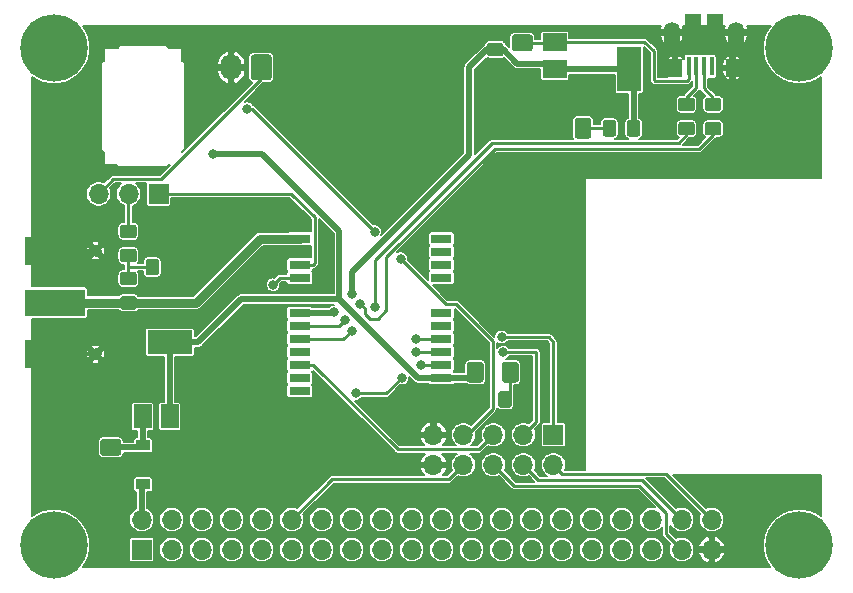
<source format=gbr>
G04 #@! TF.GenerationSoftware,KiCad,Pcbnew,5.1.5*
G04 #@! TF.CreationDate,2020-03-06T00:10:34-08:00*
G04 #@! TF.ProjectId,orangepi-neo-gps,6f72616e-6765-4706-992d-6e656f2d6770,1*
G04 #@! TF.SameCoordinates,Original*
G04 #@! TF.FileFunction,Copper,L2,Bot*
G04 #@! TF.FilePolarity,Positive*
%FSLAX46Y46*%
G04 Gerber Fmt 4.6, Leading zero omitted, Abs format (unit mm)*
G04 Created by KiCad (PCBNEW 5.1.5) date 2020-03-06 00:10:34*
%MOMM*%
%LPD*%
G04 APERTURE LIST*
%ADD10C,0.100000*%
%ADD11R,1.200000X0.900000*%
%ADD12C,5.700000*%
%ADD13R,1.700000X1.700000*%
%ADD14O,1.700000X1.700000*%
%ADD15R,1.350000X2.000000*%
%ADD16R,1.825000X0.700000*%
%ADD17R,2.000000X1.500000*%
%ADD18R,0.400000X1.650000*%
%ADD19O,1.100000X1.500000*%
%ADD20O,1.350000X1.700000*%
%ADD21R,1.430000X2.500000*%
%ADD22R,5.080000X2.290000*%
%ADD23R,5.080000X2.420000*%
%ADD24C,0.970000*%
%ADD25R,0.950000X0.460000*%
%ADD26R,1.500000X2.000000*%
%ADD27R,3.800000X2.000000*%
%ADD28R,1.800000X0.800000*%
%ADD29R,2.000000X3.800000*%
%ADD30O,1.740000X2.200000*%
%ADD31C,0.800000*%
%ADD32C,0.254000*%
%ADD33C,0.508000*%
%ADD34C,0.756000*%
%ADD35C,0.150000*%
G04 APERTURE END LIST*
G04 #@! TA.AperFunction,SMDPad,CuDef*
D10*
G36*
X33399504Y-61051204D02*
G01*
X33423773Y-61054804D01*
X33447571Y-61060765D01*
X33470671Y-61069030D01*
X33492849Y-61079520D01*
X33513893Y-61092133D01*
X33533598Y-61106747D01*
X33551777Y-61123223D01*
X33568253Y-61141402D01*
X33582867Y-61161107D01*
X33595480Y-61182151D01*
X33605970Y-61204329D01*
X33614235Y-61227429D01*
X33620196Y-61251227D01*
X33623796Y-61275496D01*
X33625000Y-61300000D01*
X33625000Y-62225000D01*
X33623796Y-62249504D01*
X33620196Y-62273773D01*
X33614235Y-62297571D01*
X33605970Y-62320671D01*
X33595480Y-62342849D01*
X33582867Y-62363893D01*
X33568253Y-62383598D01*
X33551777Y-62401777D01*
X33533598Y-62418253D01*
X33513893Y-62432867D01*
X33492849Y-62445480D01*
X33470671Y-62455970D01*
X33447571Y-62464235D01*
X33423773Y-62470196D01*
X33399504Y-62473796D01*
X33375000Y-62475000D01*
X32125000Y-62475000D01*
X32100496Y-62473796D01*
X32076227Y-62470196D01*
X32052429Y-62464235D01*
X32029329Y-62455970D01*
X32007151Y-62445480D01*
X31986107Y-62432867D01*
X31966402Y-62418253D01*
X31948223Y-62401777D01*
X31931747Y-62383598D01*
X31917133Y-62363893D01*
X31904520Y-62342849D01*
X31894030Y-62320671D01*
X31885765Y-62297571D01*
X31879804Y-62273773D01*
X31876204Y-62249504D01*
X31875000Y-62225000D01*
X31875000Y-61300000D01*
X31876204Y-61275496D01*
X31879804Y-61251227D01*
X31885765Y-61227429D01*
X31894030Y-61204329D01*
X31904520Y-61182151D01*
X31917133Y-61161107D01*
X31931747Y-61141402D01*
X31948223Y-61123223D01*
X31966402Y-61106747D01*
X31986107Y-61092133D01*
X32007151Y-61079520D01*
X32029329Y-61069030D01*
X32052429Y-61060765D01*
X32076227Y-61054804D01*
X32100496Y-61051204D01*
X32125000Y-61050000D01*
X33375000Y-61050000D01*
X33399504Y-61051204D01*
G37*
G04 #@! TD.AperFunction*
G04 #@! TA.AperFunction,SMDPad,CuDef*
G36*
X33399504Y-64026204D02*
G01*
X33423773Y-64029804D01*
X33447571Y-64035765D01*
X33470671Y-64044030D01*
X33492849Y-64054520D01*
X33513893Y-64067133D01*
X33533598Y-64081747D01*
X33551777Y-64098223D01*
X33568253Y-64116402D01*
X33582867Y-64136107D01*
X33595480Y-64157151D01*
X33605970Y-64179329D01*
X33614235Y-64202429D01*
X33620196Y-64226227D01*
X33623796Y-64250496D01*
X33625000Y-64275000D01*
X33625000Y-65200000D01*
X33623796Y-65224504D01*
X33620196Y-65248773D01*
X33614235Y-65272571D01*
X33605970Y-65295671D01*
X33595480Y-65317849D01*
X33582867Y-65338893D01*
X33568253Y-65358598D01*
X33551777Y-65376777D01*
X33533598Y-65393253D01*
X33513893Y-65407867D01*
X33492849Y-65420480D01*
X33470671Y-65430970D01*
X33447571Y-65439235D01*
X33423773Y-65445196D01*
X33399504Y-65448796D01*
X33375000Y-65450000D01*
X32125000Y-65450000D01*
X32100496Y-65448796D01*
X32076227Y-65445196D01*
X32052429Y-65439235D01*
X32029329Y-65430970D01*
X32007151Y-65420480D01*
X31986107Y-65407867D01*
X31966402Y-65393253D01*
X31948223Y-65376777D01*
X31931747Y-65358598D01*
X31917133Y-65338893D01*
X31904520Y-65317849D01*
X31894030Y-65295671D01*
X31885765Y-65272571D01*
X31879804Y-65248773D01*
X31876204Y-65224504D01*
X31875000Y-65200000D01*
X31875000Y-64275000D01*
X31876204Y-64250496D01*
X31879804Y-64226227D01*
X31885765Y-64202429D01*
X31894030Y-64179329D01*
X31904520Y-64157151D01*
X31917133Y-64136107D01*
X31931747Y-64116402D01*
X31948223Y-64098223D01*
X31966402Y-64081747D01*
X31986107Y-64067133D01*
X32007151Y-64054520D01*
X32029329Y-64044030D01*
X32052429Y-64035765D01*
X32076227Y-64029804D01*
X32100496Y-64026204D01*
X32125000Y-64025000D01*
X33375000Y-64025000D01*
X33399504Y-64026204D01*
G37*
G04 #@! TD.AperFunction*
G04 #@! TA.AperFunction,SMDPad,CuDef*
G36*
X67074504Y-54526204D02*
G01*
X67098773Y-54529804D01*
X67122571Y-54535765D01*
X67145671Y-54544030D01*
X67167849Y-54554520D01*
X67188893Y-54567133D01*
X67208598Y-54581747D01*
X67226777Y-54598223D01*
X67243253Y-54616402D01*
X67257867Y-54636107D01*
X67270480Y-54657151D01*
X67280970Y-54679329D01*
X67289235Y-54702429D01*
X67295196Y-54726227D01*
X67298796Y-54750496D01*
X67300000Y-54775000D01*
X67300000Y-56025000D01*
X67298796Y-56049504D01*
X67295196Y-56073773D01*
X67289235Y-56097571D01*
X67280970Y-56120671D01*
X67270480Y-56142849D01*
X67257867Y-56163893D01*
X67243253Y-56183598D01*
X67226777Y-56201777D01*
X67208598Y-56218253D01*
X67188893Y-56232867D01*
X67167849Y-56245480D01*
X67145671Y-56255970D01*
X67122571Y-56264235D01*
X67098773Y-56270196D01*
X67074504Y-56273796D01*
X67050000Y-56275000D01*
X66125000Y-56275000D01*
X66100496Y-56273796D01*
X66076227Y-56270196D01*
X66052429Y-56264235D01*
X66029329Y-56255970D01*
X66007151Y-56245480D01*
X65986107Y-56232867D01*
X65966402Y-56218253D01*
X65948223Y-56201777D01*
X65931747Y-56183598D01*
X65917133Y-56163893D01*
X65904520Y-56142849D01*
X65894030Y-56120671D01*
X65885765Y-56097571D01*
X65879804Y-56073773D01*
X65876204Y-56049504D01*
X65875000Y-56025000D01*
X65875000Y-54775000D01*
X65876204Y-54750496D01*
X65879804Y-54726227D01*
X65885765Y-54702429D01*
X65894030Y-54679329D01*
X65904520Y-54657151D01*
X65917133Y-54636107D01*
X65931747Y-54616402D01*
X65948223Y-54598223D01*
X65966402Y-54581747D01*
X65986107Y-54567133D01*
X66007151Y-54554520D01*
X66029329Y-54544030D01*
X66052429Y-54535765D01*
X66076227Y-54529804D01*
X66100496Y-54526204D01*
X66125000Y-54525000D01*
X67050000Y-54525000D01*
X67074504Y-54526204D01*
G37*
G04 #@! TD.AperFunction*
G04 #@! TA.AperFunction,SMDPad,CuDef*
G36*
X64099504Y-54526204D02*
G01*
X64123773Y-54529804D01*
X64147571Y-54535765D01*
X64170671Y-54544030D01*
X64192849Y-54554520D01*
X64213893Y-54567133D01*
X64233598Y-54581747D01*
X64251777Y-54598223D01*
X64268253Y-54616402D01*
X64282867Y-54636107D01*
X64295480Y-54657151D01*
X64305970Y-54679329D01*
X64314235Y-54702429D01*
X64320196Y-54726227D01*
X64323796Y-54750496D01*
X64325000Y-54775000D01*
X64325000Y-56025000D01*
X64323796Y-56049504D01*
X64320196Y-56073773D01*
X64314235Y-56097571D01*
X64305970Y-56120671D01*
X64295480Y-56142849D01*
X64282867Y-56163893D01*
X64268253Y-56183598D01*
X64251777Y-56201777D01*
X64233598Y-56218253D01*
X64213893Y-56232867D01*
X64192849Y-56245480D01*
X64170671Y-56255970D01*
X64147571Y-56264235D01*
X64123773Y-56270196D01*
X64099504Y-56273796D01*
X64075000Y-56275000D01*
X63150000Y-56275000D01*
X63125496Y-56273796D01*
X63101227Y-56270196D01*
X63077429Y-56264235D01*
X63054329Y-56255970D01*
X63032151Y-56245480D01*
X63011107Y-56232867D01*
X62991402Y-56218253D01*
X62973223Y-56201777D01*
X62956747Y-56183598D01*
X62942133Y-56163893D01*
X62929520Y-56142849D01*
X62919030Y-56120671D01*
X62910765Y-56097571D01*
X62904804Y-56073773D01*
X62901204Y-56049504D01*
X62900000Y-56025000D01*
X62900000Y-54775000D01*
X62901204Y-54750496D01*
X62904804Y-54726227D01*
X62910765Y-54702429D01*
X62919030Y-54679329D01*
X62929520Y-54657151D01*
X62942133Y-54636107D01*
X62956747Y-54616402D01*
X62973223Y-54598223D01*
X62991402Y-54581747D01*
X63011107Y-54567133D01*
X63032151Y-54554520D01*
X63054329Y-54544030D01*
X63077429Y-54535765D01*
X63101227Y-54529804D01*
X63125496Y-54526204D01*
X63150000Y-54525000D01*
X64075000Y-54525000D01*
X64099504Y-54526204D01*
G37*
G04 #@! TD.AperFunction*
G04 #@! TA.AperFunction,SMDPad,CuDef*
G36*
X36624505Y-45801204D02*
G01*
X36648773Y-45804804D01*
X36672572Y-45810765D01*
X36695671Y-45819030D01*
X36717850Y-45829520D01*
X36738893Y-45842132D01*
X36758599Y-45856747D01*
X36776777Y-45873223D01*
X36793253Y-45891401D01*
X36807868Y-45911107D01*
X36820480Y-45932150D01*
X36830970Y-45954329D01*
X36839235Y-45977428D01*
X36845196Y-46001227D01*
X36848796Y-46025495D01*
X36850000Y-46049999D01*
X36850000Y-46950001D01*
X36848796Y-46974505D01*
X36845196Y-46998773D01*
X36839235Y-47022572D01*
X36830970Y-47045671D01*
X36820480Y-47067850D01*
X36807868Y-47088893D01*
X36793253Y-47108599D01*
X36776777Y-47126777D01*
X36758599Y-47143253D01*
X36738893Y-47157868D01*
X36717850Y-47170480D01*
X36695671Y-47180970D01*
X36672572Y-47189235D01*
X36648773Y-47195196D01*
X36624505Y-47198796D01*
X36600001Y-47200000D01*
X35949999Y-47200000D01*
X35925495Y-47198796D01*
X35901227Y-47195196D01*
X35877428Y-47189235D01*
X35854329Y-47180970D01*
X35832150Y-47170480D01*
X35811107Y-47157868D01*
X35791401Y-47143253D01*
X35773223Y-47126777D01*
X35756747Y-47108599D01*
X35742132Y-47088893D01*
X35729520Y-47067850D01*
X35719030Y-47045671D01*
X35710765Y-47022572D01*
X35704804Y-46998773D01*
X35701204Y-46974505D01*
X35700000Y-46950001D01*
X35700000Y-46049999D01*
X35701204Y-46025495D01*
X35704804Y-46001227D01*
X35710765Y-45977428D01*
X35719030Y-45954329D01*
X35729520Y-45932150D01*
X35742132Y-45911107D01*
X35756747Y-45891401D01*
X35773223Y-45873223D01*
X35791401Y-45856747D01*
X35811107Y-45842132D01*
X35832150Y-45829520D01*
X35854329Y-45819030D01*
X35877428Y-45810765D01*
X35901227Y-45804804D01*
X35925495Y-45801204D01*
X35949999Y-45800000D01*
X36600001Y-45800000D01*
X36624505Y-45801204D01*
G37*
G04 #@! TD.AperFunction*
G04 #@! TA.AperFunction,SMDPad,CuDef*
G36*
X38674505Y-45801204D02*
G01*
X38698773Y-45804804D01*
X38722572Y-45810765D01*
X38745671Y-45819030D01*
X38767850Y-45829520D01*
X38788893Y-45842132D01*
X38808599Y-45856747D01*
X38826777Y-45873223D01*
X38843253Y-45891401D01*
X38857868Y-45911107D01*
X38870480Y-45932150D01*
X38880970Y-45954329D01*
X38889235Y-45977428D01*
X38895196Y-46001227D01*
X38898796Y-46025495D01*
X38900000Y-46049999D01*
X38900000Y-46950001D01*
X38898796Y-46974505D01*
X38895196Y-46998773D01*
X38889235Y-47022572D01*
X38880970Y-47045671D01*
X38870480Y-47067850D01*
X38857868Y-47088893D01*
X38843253Y-47108599D01*
X38826777Y-47126777D01*
X38808599Y-47143253D01*
X38788893Y-47157868D01*
X38767850Y-47170480D01*
X38745671Y-47180970D01*
X38722572Y-47189235D01*
X38698773Y-47195196D01*
X38674505Y-47198796D01*
X38650001Y-47200000D01*
X37999999Y-47200000D01*
X37975495Y-47198796D01*
X37951227Y-47195196D01*
X37927428Y-47189235D01*
X37904329Y-47180970D01*
X37882150Y-47170480D01*
X37861107Y-47157868D01*
X37841401Y-47143253D01*
X37823223Y-47126777D01*
X37806747Y-47108599D01*
X37792132Y-47088893D01*
X37779520Y-47067850D01*
X37769030Y-47045671D01*
X37760765Y-47022572D01*
X37754804Y-46998773D01*
X37751204Y-46974505D01*
X37750000Y-46950001D01*
X37750000Y-46049999D01*
X37751204Y-46025495D01*
X37754804Y-46001227D01*
X37760765Y-45977428D01*
X37769030Y-45954329D01*
X37779520Y-45932150D01*
X37792132Y-45911107D01*
X37806747Y-45891401D01*
X37823223Y-45873223D01*
X37841401Y-45856747D01*
X37861107Y-45842132D01*
X37882150Y-45829520D01*
X37904329Y-45819030D01*
X37927428Y-45810765D01*
X37951227Y-45804804D01*
X37975495Y-45801204D01*
X37999999Y-45800000D01*
X38650001Y-45800000D01*
X38674505Y-45801204D01*
G37*
G04 #@! TD.AperFunction*
G04 #@! TA.AperFunction,SMDPad,CuDef*
G36*
X73224504Y-33876204D02*
G01*
X73248773Y-33879804D01*
X73272571Y-33885765D01*
X73295671Y-33894030D01*
X73317849Y-33904520D01*
X73338893Y-33917133D01*
X73358598Y-33931747D01*
X73376777Y-33948223D01*
X73393253Y-33966402D01*
X73407867Y-33986107D01*
X73420480Y-34007151D01*
X73430970Y-34029329D01*
X73439235Y-34052429D01*
X73445196Y-34076227D01*
X73448796Y-34100496D01*
X73450000Y-34125000D01*
X73450000Y-35375000D01*
X73448796Y-35399504D01*
X73445196Y-35423773D01*
X73439235Y-35447571D01*
X73430970Y-35470671D01*
X73420480Y-35492849D01*
X73407867Y-35513893D01*
X73393253Y-35533598D01*
X73376777Y-35551777D01*
X73358598Y-35568253D01*
X73338893Y-35582867D01*
X73317849Y-35595480D01*
X73295671Y-35605970D01*
X73272571Y-35614235D01*
X73248773Y-35620196D01*
X73224504Y-35623796D01*
X73200000Y-35625000D01*
X72275000Y-35625000D01*
X72250496Y-35623796D01*
X72226227Y-35620196D01*
X72202429Y-35614235D01*
X72179329Y-35605970D01*
X72157151Y-35595480D01*
X72136107Y-35582867D01*
X72116402Y-35568253D01*
X72098223Y-35551777D01*
X72081747Y-35533598D01*
X72067133Y-35513893D01*
X72054520Y-35492849D01*
X72044030Y-35470671D01*
X72035765Y-35447571D01*
X72029804Y-35423773D01*
X72026204Y-35399504D01*
X72025000Y-35375000D01*
X72025000Y-34125000D01*
X72026204Y-34100496D01*
X72029804Y-34076227D01*
X72035765Y-34052429D01*
X72044030Y-34029329D01*
X72054520Y-34007151D01*
X72067133Y-33986107D01*
X72081747Y-33966402D01*
X72098223Y-33948223D01*
X72116402Y-33931747D01*
X72136107Y-33917133D01*
X72157151Y-33904520D01*
X72179329Y-33894030D01*
X72202429Y-33885765D01*
X72226227Y-33879804D01*
X72250496Y-33876204D01*
X72275000Y-33875000D01*
X73200000Y-33875000D01*
X73224504Y-33876204D01*
G37*
G04 #@! TD.AperFunction*
G04 #@! TA.AperFunction,SMDPad,CuDef*
G36*
X70249504Y-33876204D02*
G01*
X70273773Y-33879804D01*
X70297571Y-33885765D01*
X70320671Y-33894030D01*
X70342849Y-33904520D01*
X70363893Y-33917133D01*
X70383598Y-33931747D01*
X70401777Y-33948223D01*
X70418253Y-33966402D01*
X70432867Y-33986107D01*
X70445480Y-34007151D01*
X70455970Y-34029329D01*
X70464235Y-34052429D01*
X70470196Y-34076227D01*
X70473796Y-34100496D01*
X70475000Y-34125000D01*
X70475000Y-35375000D01*
X70473796Y-35399504D01*
X70470196Y-35423773D01*
X70464235Y-35447571D01*
X70455970Y-35470671D01*
X70445480Y-35492849D01*
X70432867Y-35513893D01*
X70418253Y-35533598D01*
X70401777Y-35551777D01*
X70383598Y-35568253D01*
X70363893Y-35582867D01*
X70342849Y-35595480D01*
X70320671Y-35605970D01*
X70297571Y-35614235D01*
X70273773Y-35620196D01*
X70249504Y-35623796D01*
X70225000Y-35625000D01*
X69300000Y-35625000D01*
X69275496Y-35623796D01*
X69251227Y-35620196D01*
X69227429Y-35614235D01*
X69204329Y-35605970D01*
X69182151Y-35595480D01*
X69161107Y-35582867D01*
X69141402Y-35568253D01*
X69123223Y-35551777D01*
X69106747Y-35533598D01*
X69092133Y-35513893D01*
X69079520Y-35492849D01*
X69069030Y-35470671D01*
X69060765Y-35447571D01*
X69054804Y-35423773D01*
X69051204Y-35399504D01*
X69050000Y-35375000D01*
X69050000Y-34125000D01*
X69051204Y-34100496D01*
X69054804Y-34076227D01*
X69060765Y-34052429D01*
X69069030Y-34029329D01*
X69079520Y-34007151D01*
X69092133Y-33986107D01*
X69106747Y-33966402D01*
X69123223Y-33948223D01*
X69141402Y-33931747D01*
X69161107Y-33917133D01*
X69182151Y-33904520D01*
X69204329Y-33894030D01*
X69227429Y-33885765D01*
X69251227Y-33879804D01*
X69275496Y-33876204D01*
X69300000Y-33875000D01*
X70225000Y-33875000D01*
X70249504Y-33876204D01*
G37*
G04 #@! TD.AperFunction*
G04 #@! TA.AperFunction,SMDPad,CuDef*
G36*
X68249504Y-29776204D02*
G01*
X68273773Y-29779804D01*
X68297571Y-29785765D01*
X68320671Y-29794030D01*
X68342849Y-29804520D01*
X68363893Y-29817133D01*
X68383598Y-29831747D01*
X68401777Y-29848223D01*
X68418253Y-29866402D01*
X68432867Y-29886107D01*
X68445480Y-29907151D01*
X68455970Y-29929329D01*
X68464235Y-29952429D01*
X68470196Y-29976227D01*
X68473796Y-30000496D01*
X68475000Y-30025000D01*
X68475000Y-30950000D01*
X68473796Y-30974504D01*
X68470196Y-30998773D01*
X68464235Y-31022571D01*
X68455970Y-31045671D01*
X68445480Y-31067849D01*
X68432867Y-31088893D01*
X68418253Y-31108598D01*
X68401777Y-31126777D01*
X68383598Y-31143253D01*
X68363893Y-31157867D01*
X68342849Y-31170480D01*
X68320671Y-31180970D01*
X68297571Y-31189235D01*
X68273773Y-31195196D01*
X68249504Y-31198796D01*
X68225000Y-31200000D01*
X66975000Y-31200000D01*
X66950496Y-31198796D01*
X66926227Y-31195196D01*
X66902429Y-31189235D01*
X66879329Y-31180970D01*
X66857151Y-31170480D01*
X66836107Y-31157867D01*
X66816402Y-31143253D01*
X66798223Y-31126777D01*
X66781747Y-31108598D01*
X66767133Y-31088893D01*
X66754520Y-31067849D01*
X66744030Y-31045671D01*
X66735765Y-31022571D01*
X66729804Y-30998773D01*
X66726204Y-30974504D01*
X66725000Y-30950000D01*
X66725000Y-30025000D01*
X66726204Y-30000496D01*
X66729804Y-29976227D01*
X66735765Y-29952429D01*
X66744030Y-29929329D01*
X66754520Y-29907151D01*
X66767133Y-29886107D01*
X66781747Y-29866402D01*
X66798223Y-29848223D01*
X66816402Y-29831747D01*
X66836107Y-29817133D01*
X66857151Y-29804520D01*
X66879329Y-29794030D01*
X66902429Y-29785765D01*
X66926227Y-29779804D01*
X66950496Y-29776204D01*
X66975000Y-29775000D01*
X68225000Y-29775000D01*
X68249504Y-29776204D01*
G37*
G04 #@! TD.AperFunction*
G04 #@! TA.AperFunction,SMDPad,CuDef*
G36*
X68249504Y-26801204D02*
G01*
X68273773Y-26804804D01*
X68297571Y-26810765D01*
X68320671Y-26819030D01*
X68342849Y-26829520D01*
X68363893Y-26842133D01*
X68383598Y-26856747D01*
X68401777Y-26873223D01*
X68418253Y-26891402D01*
X68432867Y-26911107D01*
X68445480Y-26932151D01*
X68455970Y-26954329D01*
X68464235Y-26977429D01*
X68470196Y-27001227D01*
X68473796Y-27025496D01*
X68475000Y-27050000D01*
X68475000Y-27975000D01*
X68473796Y-27999504D01*
X68470196Y-28023773D01*
X68464235Y-28047571D01*
X68455970Y-28070671D01*
X68445480Y-28092849D01*
X68432867Y-28113893D01*
X68418253Y-28133598D01*
X68401777Y-28151777D01*
X68383598Y-28168253D01*
X68363893Y-28182867D01*
X68342849Y-28195480D01*
X68320671Y-28205970D01*
X68297571Y-28214235D01*
X68273773Y-28220196D01*
X68249504Y-28223796D01*
X68225000Y-28225000D01*
X66975000Y-28225000D01*
X66950496Y-28223796D01*
X66926227Y-28220196D01*
X66902429Y-28214235D01*
X66879329Y-28205970D01*
X66857151Y-28195480D01*
X66836107Y-28182867D01*
X66816402Y-28168253D01*
X66798223Y-28151777D01*
X66781747Y-28133598D01*
X66767133Y-28113893D01*
X66754520Y-28092849D01*
X66744030Y-28070671D01*
X66735765Y-28047571D01*
X66729804Y-28023773D01*
X66726204Y-27999504D01*
X66725000Y-27975000D01*
X66725000Y-27050000D01*
X66726204Y-27025496D01*
X66729804Y-27001227D01*
X66735765Y-26977429D01*
X66744030Y-26954329D01*
X66754520Y-26932151D01*
X66767133Y-26911107D01*
X66781747Y-26891402D01*
X66798223Y-26873223D01*
X66816402Y-26856747D01*
X66836107Y-26842133D01*
X66857151Y-26829520D01*
X66879329Y-26819030D01*
X66902429Y-26810765D01*
X66926227Y-26804804D01*
X66950496Y-26801204D01*
X66975000Y-26800000D01*
X68225000Y-26800000D01*
X68249504Y-26801204D01*
G37*
G04 #@! TD.AperFunction*
D11*
X35500000Y-61600000D03*
X35500000Y-64900000D03*
D12*
X27950000Y-27950000D03*
X27950000Y-70050000D03*
X91062000Y-27950000D03*
X91062000Y-70050000D03*
D13*
X35375000Y-70422000D03*
D14*
X35375000Y-67882000D03*
X37915000Y-70422000D03*
X37915000Y-67882000D03*
X40455000Y-70422000D03*
X40455000Y-67882000D03*
X42995000Y-70422000D03*
X42995000Y-67882000D03*
X45535000Y-70422000D03*
X45535000Y-67882000D03*
X48075000Y-70422000D03*
X48075000Y-67882000D03*
X50615000Y-70422000D03*
X50615000Y-67882000D03*
X53155000Y-70422000D03*
X53155000Y-67882000D03*
X55695000Y-70422000D03*
X55695000Y-67882000D03*
X58235000Y-70422000D03*
X58235000Y-67882000D03*
X60775000Y-70422000D03*
X60775000Y-67882000D03*
X63315000Y-70422000D03*
X63315000Y-67882000D03*
X65855000Y-70422000D03*
X65855000Y-67882000D03*
X68395000Y-70422000D03*
X68395000Y-67882000D03*
X70935000Y-70422000D03*
X70935000Y-67882000D03*
X73475000Y-70422000D03*
X73475000Y-67882000D03*
X76015000Y-70422000D03*
X76015000Y-67882000D03*
X78555000Y-70422000D03*
X78555000Y-67882000D03*
X81095000Y-70422000D03*
X81095000Y-67882000D03*
X83635000Y-70422000D03*
X83635000Y-67882000D03*
D15*
X85725000Y-27565000D03*
X80245000Y-27565000D03*
D16*
X80025000Y-28315000D03*
X85975000Y-28315000D03*
D17*
X80125000Y-29615000D03*
X85875000Y-29635000D03*
D18*
X81675000Y-29515000D03*
X82325000Y-29515000D03*
X82975000Y-29515000D03*
X83625000Y-29515000D03*
X84275000Y-29515000D03*
D19*
X80555000Y-29635000D03*
X85395000Y-29635000D03*
D20*
X80245000Y-26635000D03*
X85705000Y-26635000D03*
D21*
X82015000Y-26365000D03*
X83935000Y-26365000D03*
D22*
X28030000Y-49500000D03*
D23*
X28030000Y-53880000D03*
X28030000Y-45120000D03*
D24*
X31470000Y-53880000D03*
X31470000Y-45120000D03*
D25*
X31020000Y-53880000D03*
X31020000Y-45120000D03*
G04 #@! TA.AperFunction,SMDPad,CuDef*
D10*
G36*
X34724505Y-46901204D02*
G01*
X34748773Y-46904804D01*
X34772572Y-46910765D01*
X34795671Y-46919030D01*
X34817850Y-46929520D01*
X34838893Y-46942132D01*
X34858599Y-46956747D01*
X34876777Y-46973223D01*
X34893253Y-46991401D01*
X34907868Y-47011107D01*
X34920480Y-47032150D01*
X34930970Y-47054329D01*
X34939235Y-47077428D01*
X34945196Y-47101227D01*
X34948796Y-47125495D01*
X34950000Y-47149999D01*
X34950000Y-47800001D01*
X34948796Y-47824505D01*
X34945196Y-47848773D01*
X34939235Y-47872572D01*
X34930970Y-47895671D01*
X34920480Y-47917850D01*
X34907868Y-47938893D01*
X34893253Y-47958599D01*
X34876777Y-47976777D01*
X34858599Y-47993253D01*
X34838893Y-48007868D01*
X34817850Y-48020480D01*
X34795671Y-48030970D01*
X34772572Y-48039235D01*
X34748773Y-48045196D01*
X34724505Y-48048796D01*
X34700001Y-48050000D01*
X33799999Y-48050000D01*
X33775495Y-48048796D01*
X33751227Y-48045196D01*
X33727428Y-48039235D01*
X33704329Y-48030970D01*
X33682150Y-48020480D01*
X33661107Y-48007868D01*
X33641401Y-47993253D01*
X33623223Y-47976777D01*
X33606747Y-47958599D01*
X33592132Y-47938893D01*
X33579520Y-47917850D01*
X33569030Y-47895671D01*
X33560765Y-47872572D01*
X33554804Y-47848773D01*
X33551204Y-47824505D01*
X33550000Y-47800001D01*
X33550000Y-47149999D01*
X33551204Y-47125495D01*
X33554804Y-47101227D01*
X33560765Y-47077428D01*
X33569030Y-47054329D01*
X33579520Y-47032150D01*
X33592132Y-47011107D01*
X33606747Y-46991401D01*
X33623223Y-46973223D01*
X33641401Y-46956747D01*
X33661107Y-46942132D01*
X33682150Y-46929520D01*
X33704329Y-46919030D01*
X33727428Y-46910765D01*
X33751227Y-46904804D01*
X33775495Y-46901204D01*
X33799999Y-46900000D01*
X34700001Y-46900000D01*
X34724505Y-46901204D01*
G37*
G04 #@! TD.AperFunction*
G04 #@! TA.AperFunction,SMDPad,CuDef*
G36*
X34724505Y-48951204D02*
G01*
X34748773Y-48954804D01*
X34772572Y-48960765D01*
X34795671Y-48969030D01*
X34817850Y-48979520D01*
X34838893Y-48992132D01*
X34858599Y-49006747D01*
X34876777Y-49023223D01*
X34893253Y-49041401D01*
X34907868Y-49061107D01*
X34920480Y-49082150D01*
X34930970Y-49104329D01*
X34939235Y-49127428D01*
X34945196Y-49151227D01*
X34948796Y-49175495D01*
X34950000Y-49199999D01*
X34950000Y-49850001D01*
X34948796Y-49874505D01*
X34945196Y-49898773D01*
X34939235Y-49922572D01*
X34930970Y-49945671D01*
X34920480Y-49967850D01*
X34907868Y-49988893D01*
X34893253Y-50008599D01*
X34876777Y-50026777D01*
X34858599Y-50043253D01*
X34838893Y-50057868D01*
X34817850Y-50070480D01*
X34795671Y-50080970D01*
X34772572Y-50089235D01*
X34748773Y-50095196D01*
X34724505Y-50098796D01*
X34700001Y-50100000D01*
X33799999Y-50100000D01*
X33775495Y-50098796D01*
X33751227Y-50095196D01*
X33727428Y-50089235D01*
X33704329Y-50080970D01*
X33682150Y-50070480D01*
X33661107Y-50057868D01*
X33641401Y-50043253D01*
X33623223Y-50026777D01*
X33606747Y-50008599D01*
X33592132Y-49988893D01*
X33579520Y-49967850D01*
X33569030Y-49945671D01*
X33560765Y-49922572D01*
X33554804Y-49898773D01*
X33551204Y-49874505D01*
X33550000Y-49850001D01*
X33550000Y-49199999D01*
X33551204Y-49175495D01*
X33554804Y-49151227D01*
X33560765Y-49127428D01*
X33569030Y-49104329D01*
X33579520Y-49082150D01*
X33592132Y-49061107D01*
X33606747Y-49041401D01*
X33623223Y-49023223D01*
X33641401Y-49006747D01*
X33661107Y-48992132D01*
X33682150Y-48979520D01*
X33704329Y-48969030D01*
X33727428Y-48960765D01*
X33751227Y-48954804D01*
X33775495Y-48951204D01*
X33799999Y-48950000D01*
X34700001Y-48950000D01*
X34724505Y-48951204D01*
G37*
G04 #@! TD.AperFunction*
G04 #@! TA.AperFunction,SMDPad,CuDef*
G36*
X64424505Y-57001204D02*
G01*
X64448773Y-57004804D01*
X64472572Y-57010765D01*
X64495671Y-57019030D01*
X64517850Y-57029520D01*
X64538893Y-57042132D01*
X64558599Y-57056747D01*
X64576777Y-57073223D01*
X64593253Y-57091401D01*
X64607868Y-57111107D01*
X64620480Y-57132150D01*
X64630970Y-57154329D01*
X64639235Y-57177428D01*
X64645196Y-57201227D01*
X64648796Y-57225495D01*
X64650000Y-57249999D01*
X64650000Y-58150001D01*
X64648796Y-58174505D01*
X64645196Y-58198773D01*
X64639235Y-58222572D01*
X64630970Y-58245671D01*
X64620480Y-58267850D01*
X64607868Y-58288893D01*
X64593253Y-58308599D01*
X64576777Y-58326777D01*
X64558599Y-58343253D01*
X64538893Y-58357868D01*
X64517850Y-58370480D01*
X64495671Y-58380970D01*
X64472572Y-58389235D01*
X64448773Y-58395196D01*
X64424505Y-58398796D01*
X64400001Y-58400000D01*
X63749999Y-58400000D01*
X63725495Y-58398796D01*
X63701227Y-58395196D01*
X63677428Y-58389235D01*
X63654329Y-58380970D01*
X63632150Y-58370480D01*
X63611107Y-58357868D01*
X63591401Y-58343253D01*
X63573223Y-58326777D01*
X63556747Y-58308599D01*
X63542132Y-58288893D01*
X63529520Y-58267850D01*
X63519030Y-58245671D01*
X63510765Y-58222572D01*
X63504804Y-58198773D01*
X63501204Y-58174505D01*
X63500000Y-58150001D01*
X63500000Y-57249999D01*
X63501204Y-57225495D01*
X63504804Y-57201227D01*
X63510765Y-57177428D01*
X63519030Y-57154329D01*
X63529520Y-57132150D01*
X63542132Y-57111107D01*
X63556747Y-57091401D01*
X63573223Y-57073223D01*
X63591401Y-57056747D01*
X63611107Y-57042132D01*
X63632150Y-57029520D01*
X63654329Y-57019030D01*
X63677428Y-57010765D01*
X63701227Y-57004804D01*
X63725495Y-57001204D01*
X63749999Y-57000000D01*
X64400001Y-57000000D01*
X64424505Y-57001204D01*
G37*
G04 #@! TD.AperFunction*
G04 #@! TA.AperFunction,SMDPad,CuDef*
G36*
X66474505Y-57001204D02*
G01*
X66498773Y-57004804D01*
X66522572Y-57010765D01*
X66545671Y-57019030D01*
X66567850Y-57029520D01*
X66588893Y-57042132D01*
X66608599Y-57056747D01*
X66626777Y-57073223D01*
X66643253Y-57091401D01*
X66657868Y-57111107D01*
X66670480Y-57132150D01*
X66680970Y-57154329D01*
X66689235Y-57177428D01*
X66695196Y-57201227D01*
X66698796Y-57225495D01*
X66700000Y-57249999D01*
X66700000Y-58150001D01*
X66698796Y-58174505D01*
X66695196Y-58198773D01*
X66689235Y-58222572D01*
X66680970Y-58245671D01*
X66670480Y-58267850D01*
X66657868Y-58288893D01*
X66643253Y-58308599D01*
X66626777Y-58326777D01*
X66608599Y-58343253D01*
X66588893Y-58357868D01*
X66567850Y-58370480D01*
X66545671Y-58380970D01*
X66522572Y-58389235D01*
X66498773Y-58395196D01*
X66474505Y-58398796D01*
X66450001Y-58400000D01*
X65799999Y-58400000D01*
X65775495Y-58398796D01*
X65751227Y-58395196D01*
X65727428Y-58389235D01*
X65704329Y-58380970D01*
X65682150Y-58370480D01*
X65661107Y-58357868D01*
X65641401Y-58343253D01*
X65623223Y-58326777D01*
X65606747Y-58308599D01*
X65592132Y-58288893D01*
X65579520Y-58267850D01*
X65569030Y-58245671D01*
X65560765Y-58222572D01*
X65554804Y-58198773D01*
X65551204Y-58174505D01*
X65550000Y-58150001D01*
X65550000Y-57249999D01*
X65551204Y-57225495D01*
X65554804Y-57201227D01*
X65560765Y-57177428D01*
X65569030Y-57154329D01*
X65579520Y-57132150D01*
X65592132Y-57111107D01*
X65606747Y-57091401D01*
X65623223Y-57073223D01*
X65641401Y-57056747D01*
X65661107Y-57042132D01*
X65682150Y-57029520D01*
X65704329Y-57019030D01*
X65727428Y-57010765D01*
X65751227Y-57004804D01*
X65775495Y-57001204D01*
X65799999Y-57000000D01*
X66450001Y-57000000D01*
X66474505Y-57001204D01*
G37*
G04 #@! TD.AperFunction*
G04 #@! TA.AperFunction,SMDPad,CuDef*
G36*
X34724505Y-42901204D02*
G01*
X34748773Y-42904804D01*
X34772572Y-42910765D01*
X34795671Y-42919030D01*
X34817850Y-42929520D01*
X34838893Y-42942132D01*
X34858599Y-42956747D01*
X34876777Y-42973223D01*
X34893253Y-42991401D01*
X34907868Y-43011107D01*
X34920480Y-43032150D01*
X34930970Y-43054329D01*
X34939235Y-43077428D01*
X34945196Y-43101227D01*
X34948796Y-43125495D01*
X34950000Y-43149999D01*
X34950000Y-43800001D01*
X34948796Y-43824505D01*
X34945196Y-43848773D01*
X34939235Y-43872572D01*
X34930970Y-43895671D01*
X34920480Y-43917850D01*
X34907868Y-43938893D01*
X34893253Y-43958599D01*
X34876777Y-43976777D01*
X34858599Y-43993253D01*
X34838893Y-44007868D01*
X34817850Y-44020480D01*
X34795671Y-44030970D01*
X34772572Y-44039235D01*
X34748773Y-44045196D01*
X34724505Y-44048796D01*
X34700001Y-44050000D01*
X33799999Y-44050000D01*
X33775495Y-44048796D01*
X33751227Y-44045196D01*
X33727428Y-44039235D01*
X33704329Y-44030970D01*
X33682150Y-44020480D01*
X33661107Y-44007868D01*
X33641401Y-43993253D01*
X33623223Y-43976777D01*
X33606747Y-43958599D01*
X33592132Y-43938893D01*
X33579520Y-43917850D01*
X33569030Y-43895671D01*
X33560765Y-43872572D01*
X33554804Y-43848773D01*
X33551204Y-43824505D01*
X33550000Y-43800001D01*
X33550000Y-43149999D01*
X33551204Y-43125495D01*
X33554804Y-43101227D01*
X33560765Y-43077428D01*
X33569030Y-43054329D01*
X33579520Y-43032150D01*
X33592132Y-43011107D01*
X33606747Y-42991401D01*
X33623223Y-42973223D01*
X33641401Y-42956747D01*
X33661107Y-42942132D01*
X33682150Y-42929520D01*
X33704329Y-42919030D01*
X33727428Y-42910765D01*
X33751227Y-42904804D01*
X33775495Y-42901204D01*
X33799999Y-42900000D01*
X34700001Y-42900000D01*
X34724505Y-42901204D01*
G37*
G04 #@! TD.AperFunction*
G04 #@! TA.AperFunction,SMDPad,CuDef*
G36*
X34724505Y-44951204D02*
G01*
X34748773Y-44954804D01*
X34772572Y-44960765D01*
X34795671Y-44969030D01*
X34817850Y-44979520D01*
X34838893Y-44992132D01*
X34858599Y-45006747D01*
X34876777Y-45023223D01*
X34893253Y-45041401D01*
X34907868Y-45061107D01*
X34920480Y-45082150D01*
X34930970Y-45104329D01*
X34939235Y-45127428D01*
X34945196Y-45151227D01*
X34948796Y-45175495D01*
X34950000Y-45199999D01*
X34950000Y-45850001D01*
X34948796Y-45874505D01*
X34945196Y-45898773D01*
X34939235Y-45922572D01*
X34930970Y-45945671D01*
X34920480Y-45967850D01*
X34907868Y-45988893D01*
X34893253Y-46008599D01*
X34876777Y-46026777D01*
X34858599Y-46043253D01*
X34838893Y-46057868D01*
X34817850Y-46070480D01*
X34795671Y-46080970D01*
X34772572Y-46089235D01*
X34748773Y-46095196D01*
X34724505Y-46098796D01*
X34700001Y-46100000D01*
X33799999Y-46100000D01*
X33775495Y-46098796D01*
X33751227Y-46095196D01*
X33727428Y-46089235D01*
X33704329Y-46080970D01*
X33682150Y-46070480D01*
X33661107Y-46057868D01*
X33641401Y-46043253D01*
X33623223Y-46026777D01*
X33606747Y-46008599D01*
X33592132Y-45988893D01*
X33579520Y-45967850D01*
X33569030Y-45945671D01*
X33560765Y-45922572D01*
X33554804Y-45898773D01*
X33551204Y-45874505D01*
X33550000Y-45850001D01*
X33550000Y-45199999D01*
X33551204Y-45175495D01*
X33554804Y-45151227D01*
X33560765Y-45127428D01*
X33569030Y-45104329D01*
X33579520Y-45082150D01*
X33592132Y-45061107D01*
X33606747Y-45041401D01*
X33623223Y-45023223D01*
X33641401Y-45006747D01*
X33661107Y-44992132D01*
X33682150Y-44979520D01*
X33704329Y-44969030D01*
X33727428Y-44960765D01*
X33751227Y-44954804D01*
X33775495Y-44951204D01*
X33799999Y-44950000D01*
X34700001Y-44950000D01*
X34724505Y-44951204D01*
G37*
G04 #@! TD.AperFunction*
G04 #@! TA.AperFunction,SMDPad,CuDef*
G36*
X84224505Y-32151204D02*
G01*
X84248773Y-32154804D01*
X84272572Y-32160765D01*
X84295671Y-32169030D01*
X84317850Y-32179520D01*
X84338893Y-32192132D01*
X84358599Y-32206747D01*
X84376777Y-32223223D01*
X84393253Y-32241401D01*
X84407868Y-32261107D01*
X84420480Y-32282150D01*
X84430970Y-32304329D01*
X84439235Y-32327428D01*
X84445196Y-32351227D01*
X84448796Y-32375495D01*
X84450000Y-32399999D01*
X84450000Y-33050001D01*
X84448796Y-33074505D01*
X84445196Y-33098773D01*
X84439235Y-33122572D01*
X84430970Y-33145671D01*
X84420480Y-33167850D01*
X84407868Y-33188893D01*
X84393253Y-33208599D01*
X84376777Y-33226777D01*
X84358599Y-33243253D01*
X84338893Y-33257868D01*
X84317850Y-33270480D01*
X84295671Y-33280970D01*
X84272572Y-33289235D01*
X84248773Y-33295196D01*
X84224505Y-33298796D01*
X84200001Y-33300000D01*
X83299999Y-33300000D01*
X83275495Y-33298796D01*
X83251227Y-33295196D01*
X83227428Y-33289235D01*
X83204329Y-33280970D01*
X83182150Y-33270480D01*
X83161107Y-33257868D01*
X83141401Y-33243253D01*
X83123223Y-33226777D01*
X83106747Y-33208599D01*
X83092132Y-33188893D01*
X83079520Y-33167850D01*
X83069030Y-33145671D01*
X83060765Y-33122572D01*
X83054804Y-33098773D01*
X83051204Y-33074505D01*
X83050000Y-33050001D01*
X83050000Y-32399999D01*
X83051204Y-32375495D01*
X83054804Y-32351227D01*
X83060765Y-32327428D01*
X83069030Y-32304329D01*
X83079520Y-32282150D01*
X83092132Y-32261107D01*
X83106747Y-32241401D01*
X83123223Y-32223223D01*
X83141401Y-32206747D01*
X83161107Y-32192132D01*
X83182150Y-32179520D01*
X83204329Y-32169030D01*
X83227428Y-32160765D01*
X83251227Y-32154804D01*
X83275495Y-32151204D01*
X83299999Y-32150000D01*
X84200001Y-32150000D01*
X84224505Y-32151204D01*
G37*
G04 #@! TD.AperFunction*
G04 #@! TA.AperFunction,SMDPad,CuDef*
G36*
X84224505Y-34201204D02*
G01*
X84248773Y-34204804D01*
X84272572Y-34210765D01*
X84295671Y-34219030D01*
X84317850Y-34229520D01*
X84338893Y-34242132D01*
X84358599Y-34256747D01*
X84376777Y-34273223D01*
X84393253Y-34291401D01*
X84407868Y-34311107D01*
X84420480Y-34332150D01*
X84430970Y-34354329D01*
X84439235Y-34377428D01*
X84445196Y-34401227D01*
X84448796Y-34425495D01*
X84450000Y-34449999D01*
X84450000Y-35100001D01*
X84448796Y-35124505D01*
X84445196Y-35148773D01*
X84439235Y-35172572D01*
X84430970Y-35195671D01*
X84420480Y-35217850D01*
X84407868Y-35238893D01*
X84393253Y-35258599D01*
X84376777Y-35276777D01*
X84358599Y-35293253D01*
X84338893Y-35307868D01*
X84317850Y-35320480D01*
X84295671Y-35330970D01*
X84272572Y-35339235D01*
X84248773Y-35345196D01*
X84224505Y-35348796D01*
X84200001Y-35350000D01*
X83299999Y-35350000D01*
X83275495Y-35348796D01*
X83251227Y-35345196D01*
X83227428Y-35339235D01*
X83204329Y-35330970D01*
X83182150Y-35320480D01*
X83161107Y-35307868D01*
X83141401Y-35293253D01*
X83123223Y-35276777D01*
X83106747Y-35258599D01*
X83092132Y-35238893D01*
X83079520Y-35217850D01*
X83069030Y-35195671D01*
X83060765Y-35172572D01*
X83054804Y-35148773D01*
X83051204Y-35124505D01*
X83050000Y-35100001D01*
X83050000Y-34449999D01*
X83051204Y-34425495D01*
X83054804Y-34401227D01*
X83060765Y-34377428D01*
X83069030Y-34354329D01*
X83079520Y-34332150D01*
X83092132Y-34311107D01*
X83106747Y-34291401D01*
X83123223Y-34273223D01*
X83141401Y-34256747D01*
X83161107Y-34242132D01*
X83182150Y-34229520D01*
X83204329Y-34219030D01*
X83227428Y-34210765D01*
X83251227Y-34204804D01*
X83275495Y-34201204D01*
X83299999Y-34200000D01*
X84200001Y-34200000D01*
X84224505Y-34201204D01*
G37*
G04 #@! TD.AperFunction*
G04 #@! TA.AperFunction,SMDPad,CuDef*
G36*
X81974505Y-34201204D02*
G01*
X81998773Y-34204804D01*
X82022572Y-34210765D01*
X82045671Y-34219030D01*
X82067850Y-34229520D01*
X82088893Y-34242132D01*
X82108599Y-34256747D01*
X82126777Y-34273223D01*
X82143253Y-34291401D01*
X82157868Y-34311107D01*
X82170480Y-34332150D01*
X82180970Y-34354329D01*
X82189235Y-34377428D01*
X82195196Y-34401227D01*
X82198796Y-34425495D01*
X82200000Y-34449999D01*
X82200000Y-35100001D01*
X82198796Y-35124505D01*
X82195196Y-35148773D01*
X82189235Y-35172572D01*
X82180970Y-35195671D01*
X82170480Y-35217850D01*
X82157868Y-35238893D01*
X82143253Y-35258599D01*
X82126777Y-35276777D01*
X82108599Y-35293253D01*
X82088893Y-35307868D01*
X82067850Y-35320480D01*
X82045671Y-35330970D01*
X82022572Y-35339235D01*
X81998773Y-35345196D01*
X81974505Y-35348796D01*
X81950001Y-35350000D01*
X81049999Y-35350000D01*
X81025495Y-35348796D01*
X81001227Y-35345196D01*
X80977428Y-35339235D01*
X80954329Y-35330970D01*
X80932150Y-35320480D01*
X80911107Y-35307868D01*
X80891401Y-35293253D01*
X80873223Y-35276777D01*
X80856747Y-35258599D01*
X80842132Y-35238893D01*
X80829520Y-35217850D01*
X80819030Y-35195671D01*
X80810765Y-35172572D01*
X80804804Y-35148773D01*
X80801204Y-35124505D01*
X80800000Y-35100001D01*
X80800000Y-34449999D01*
X80801204Y-34425495D01*
X80804804Y-34401227D01*
X80810765Y-34377428D01*
X80819030Y-34354329D01*
X80829520Y-34332150D01*
X80842132Y-34311107D01*
X80856747Y-34291401D01*
X80873223Y-34273223D01*
X80891401Y-34256747D01*
X80911107Y-34242132D01*
X80932150Y-34229520D01*
X80954329Y-34219030D01*
X80977428Y-34210765D01*
X81001227Y-34204804D01*
X81025495Y-34201204D01*
X81049999Y-34200000D01*
X81950001Y-34200000D01*
X81974505Y-34201204D01*
G37*
G04 #@! TD.AperFunction*
G04 #@! TA.AperFunction,SMDPad,CuDef*
G36*
X81974505Y-32151204D02*
G01*
X81998773Y-32154804D01*
X82022572Y-32160765D01*
X82045671Y-32169030D01*
X82067850Y-32179520D01*
X82088893Y-32192132D01*
X82108599Y-32206747D01*
X82126777Y-32223223D01*
X82143253Y-32241401D01*
X82157868Y-32261107D01*
X82170480Y-32282150D01*
X82180970Y-32304329D01*
X82189235Y-32327428D01*
X82195196Y-32351227D01*
X82198796Y-32375495D01*
X82200000Y-32399999D01*
X82200000Y-33050001D01*
X82198796Y-33074505D01*
X82195196Y-33098773D01*
X82189235Y-33122572D01*
X82180970Y-33145671D01*
X82170480Y-33167850D01*
X82157868Y-33188893D01*
X82143253Y-33208599D01*
X82126777Y-33226777D01*
X82108599Y-33243253D01*
X82088893Y-33257868D01*
X82067850Y-33270480D01*
X82045671Y-33280970D01*
X82022572Y-33289235D01*
X81998773Y-33295196D01*
X81974505Y-33298796D01*
X81950001Y-33300000D01*
X81049999Y-33300000D01*
X81025495Y-33298796D01*
X81001227Y-33295196D01*
X80977428Y-33289235D01*
X80954329Y-33280970D01*
X80932150Y-33270480D01*
X80911107Y-33257868D01*
X80891401Y-33243253D01*
X80873223Y-33226777D01*
X80856747Y-33208599D01*
X80842132Y-33188893D01*
X80829520Y-33167850D01*
X80819030Y-33145671D01*
X80810765Y-33122572D01*
X80804804Y-33098773D01*
X80801204Y-33074505D01*
X80800000Y-33050001D01*
X80800000Y-32399999D01*
X80801204Y-32375495D01*
X80804804Y-32351227D01*
X80810765Y-32327428D01*
X80819030Y-32304329D01*
X80829520Y-32282150D01*
X80842132Y-32261107D01*
X80856747Y-32241401D01*
X80873223Y-32223223D01*
X80891401Y-32206747D01*
X80911107Y-32192132D01*
X80932150Y-32179520D01*
X80954329Y-32169030D01*
X80977428Y-32160765D01*
X81001227Y-32154804D01*
X81025495Y-32151204D01*
X81049999Y-32150000D01*
X81950001Y-32150000D01*
X81974505Y-32151204D01*
G37*
G04 #@! TD.AperFunction*
G04 #@! TA.AperFunction,SMDPad,CuDef*
G36*
X65774505Y-29551204D02*
G01*
X65798773Y-29554804D01*
X65822572Y-29560765D01*
X65845671Y-29569030D01*
X65867850Y-29579520D01*
X65888893Y-29592132D01*
X65908599Y-29606747D01*
X65926777Y-29623223D01*
X65943253Y-29641401D01*
X65957868Y-29661107D01*
X65970480Y-29682150D01*
X65980970Y-29704329D01*
X65989235Y-29727428D01*
X65995196Y-29751227D01*
X65998796Y-29775495D01*
X66000000Y-29799999D01*
X66000000Y-30450001D01*
X65998796Y-30474505D01*
X65995196Y-30498773D01*
X65989235Y-30522572D01*
X65980970Y-30545671D01*
X65970480Y-30567850D01*
X65957868Y-30588893D01*
X65943253Y-30608599D01*
X65926777Y-30626777D01*
X65908599Y-30643253D01*
X65888893Y-30657868D01*
X65867850Y-30670480D01*
X65845671Y-30680970D01*
X65822572Y-30689235D01*
X65798773Y-30695196D01*
X65774505Y-30698796D01*
X65750001Y-30700000D01*
X64849999Y-30700000D01*
X64825495Y-30698796D01*
X64801227Y-30695196D01*
X64777428Y-30689235D01*
X64754329Y-30680970D01*
X64732150Y-30670480D01*
X64711107Y-30657868D01*
X64691401Y-30643253D01*
X64673223Y-30626777D01*
X64656747Y-30608599D01*
X64642132Y-30588893D01*
X64629520Y-30567850D01*
X64619030Y-30545671D01*
X64610765Y-30522572D01*
X64604804Y-30498773D01*
X64601204Y-30474505D01*
X64600000Y-30450001D01*
X64600000Y-29799999D01*
X64601204Y-29775495D01*
X64604804Y-29751227D01*
X64610765Y-29727428D01*
X64619030Y-29704329D01*
X64629520Y-29682150D01*
X64642132Y-29661107D01*
X64656747Y-29641401D01*
X64673223Y-29623223D01*
X64691401Y-29606747D01*
X64711107Y-29592132D01*
X64732150Y-29579520D01*
X64754329Y-29569030D01*
X64777428Y-29560765D01*
X64801227Y-29554804D01*
X64825495Y-29551204D01*
X64849999Y-29550000D01*
X65750001Y-29550000D01*
X65774505Y-29551204D01*
G37*
G04 #@! TD.AperFunction*
G04 #@! TA.AperFunction,SMDPad,CuDef*
G36*
X65774505Y-27501204D02*
G01*
X65798773Y-27504804D01*
X65822572Y-27510765D01*
X65845671Y-27519030D01*
X65867850Y-27529520D01*
X65888893Y-27542132D01*
X65908599Y-27556747D01*
X65926777Y-27573223D01*
X65943253Y-27591401D01*
X65957868Y-27611107D01*
X65970480Y-27632150D01*
X65980970Y-27654329D01*
X65989235Y-27677428D01*
X65995196Y-27701227D01*
X65998796Y-27725495D01*
X66000000Y-27749999D01*
X66000000Y-28400001D01*
X65998796Y-28424505D01*
X65995196Y-28448773D01*
X65989235Y-28472572D01*
X65980970Y-28495671D01*
X65970480Y-28517850D01*
X65957868Y-28538893D01*
X65943253Y-28558599D01*
X65926777Y-28576777D01*
X65908599Y-28593253D01*
X65888893Y-28607868D01*
X65867850Y-28620480D01*
X65845671Y-28630970D01*
X65822572Y-28639235D01*
X65798773Y-28645196D01*
X65774505Y-28648796D01*
X65750001Y-28650000D01*
X64849999Y-28650000D01*
X64825495Y-28648796D01*
X64801227Y-28645196D01*
X64777428Y-28639235D01*
X64754329Y-28630970D01*
X64732150Y-28620480D01*
X64711107Y-28607868D01*
X64691401Y-28593253D01*
X64673223Y-28576777D01*
X64656747Y-28558599D01*
X64642132Y-28538893D01*
X64629520Y-28517850D01*
X64619030Y-28495671D01*
X64610765Y-28472572D01*
X64604804Y-28448773D01*
X64601204Y-28424505D01*
X64600000Y-28400001D01*
X64600000Y-27749999D01*
X64601204Y-27725495D01*
X64604804Y-27701227D01*
X64610765Y-27677428D01*
X64619030Y-27654329D01*
X64629520Y-27632150D01*
X64642132Y-27611107D01*
X64656747Y-27591401D01*
X64673223Y-27573223D01*
X64691401Y-27556747D01*
X64711107Y-27542132D01*
X64732150Y-27529520D01*
X64754329Y-27519030D01*
X64777428Y-27510765D01*
X64801227Y-27504804D01*
X64825495Y-27501204D01*
X64849999Y-27500000D01*
X65750001Y-27500000D01*
X65774505Y-27501204D01*
G37*
G04 #@! TD.AperFunction*
G04 #@! TA.AperFunction,SMDPad,CuDef*
G36*
X77374505Y-34051204D02*
G01*
X77398773Y-34054804D01*
X77422572Y-34060765D01*
X77445671Y-34069030D01*
X77467850Y-34079520D01*
X77488893Y-34092132D01*
X77508599Y-34106747D01*
X77526777Y-34123223D01*
X77543253Y-34141401D01*
X77557868Y-34161107D01*
X77570480Y-34182150D01*
X77580970Y-34204329D01*
X77589235Y-34227428D01*
X77595196Y-34251227D01*
X77598796Y-34275495D01*
X77600000Y-34299999D01*
X77600000Y-35200001D01*
X77598796Y-35224505D01*
X77595196Y-35248773D01*
X77589235Y-35272572D01*
X77580970Y-35295671D01*
X77570480Y-35317850D01*
X77557868Y-35338893D01*
X77543253Y-35358599D01*
X77526777Y-35376777D01*
X77508599Y-35393253D01*
X77488893Y-35407868D01*
X77467850Y-35420480D01*
X77445671Y-35430970D01*
X77422572Y-35439235D01*
X77398773Y-35445196D01*
X77374505Y-35448796D01*
X77350001Y-35450000D01*
X76699999Y-35450000D01*
X76675495Y-35448796D01*
X76651227Y-35445196D01*
X76627428Y-35439235D01*
X76604329Y-35430970D01*
X76582150Y-35420480D01*
X76561107Y-35407868D01*
X76541401Y-35393253D01*
X76523223Y-35376777D01*
X76506747Y-35358599D01*
X76492132Y-35338893D01*
X76479520Y-35317850D01*
X76469030Y-35295671D01*
X76460765Y-35272572D01*
X76454804Y-35248773D01*
X76451204Y-35224505D01*
X76450000Y-35200001D01*
X76450000Y-34299999D01*
X76451204Y-34275495D01*
X76454804Y-34251227D01*
X76460765Y-34227428D01*
X76469030Y-34204329D01*
X76479520Y-34182150D01*
X76492132Y-34161107D01*
X76506747Y-34141401D01*
X76523223Y-34123223D01*
X76541401Y-34106747D01*
X76561107Y-34092132D01*
X76582150Y-34079520D01*
X76604329Y-34069030D01*
X76627428Y-34060765D01*
X76651227Y-34054804D01*
X76675495Y-34051204D01*
X76699999Y-34050000D01*
X77350001Y-34050000D01*
X77374505Y-34051204D01*
G37*
G04 #@! TD.AperFunction*
G04 #@! TA.AperFunction,SMDPad,CuDef*
G36*
X75324505Y-34051204D02*
G01*
X75348773Y-34054804D01*
X75372572Y-34060765D01*
X75395671Y-34069030D01*
X75417850Y-34079520D01*
X75438893Y-34092132D01*
X75458599Y-34106747D01*
X75476777Y-34123223D01*
X75493253Y-34141401D01*
X75507868Y-34161107D01*
X75520480Y-34182150D01*
X75530970Y-34204329D01*
X75539235Y-34227428D01*
X75545196Y-34251227D01*
X75548796Y-34275495D01*
X75550000Y-34299999D01*
X75550000Y-35200001D01*
X75548796Y-35224505D01*
X75545196Y-35248773D01*
X75539235Y-35272572D01*
X75530970Y-35295671D01*
X75520480Y-35317850D01*
X75507868Y-35338893D01*
X75493253Y-35358599D01*
X75476777Y-35376777D01*
X75458599Y-35393253D01*
X75438893Y-35407868D01*
X75417850Y-35420480D01*
X75395671Y-35430970D01*
X75372572Y-35439235D01*
X75348773Y-35445196D01*
X75324505Y-35448796D01*
X75300001Y-35450000D01*
X74649999Y-35450000D01*
X74625495Y-35448796D01*
X74601227Y-35445196D01*
X74577428Y-35439235D01*
X74554329Y-35430970D01*
X74532150Y-35420480D01*
X74511107Y-35407868D01*
X74491401Y-35393253D01*
X74473223Y-35376777D01*
X74456747Y-35358599D01*
X74442132Y-35338893D01*
X74429520Y-35317850D01*
X74419030Y-35295671D01*
X74410765Y-35272572D01*
X74404804Y-35248773D01*
X74401204Y-35224505D01*
X74400000Y-35200001D01*
X74400000Y-34299999D01*
X74401204Y-34275495D01*
X74404804Y-34251227D01*
X74410765Y-34227428D01*
X74419030Y-34204329D01*
X74429520Y-34182150D01*
X74442132Y-34161107D01*
X74456747Y-34141401D01*
X74473223Y-34123223D01*
X74491401Y-34106747D01*
X74511107Y-34092132D01*
X74532150Y-34079520D01*
X74554329Y-34069030D01*
X74577428Y-34060765D01*
X74601227Y-34054804D01*
X74625495Y-34051204D01*
X74649999Y-34050000D01*
X75300001Y-34050000D01*
X75324505Y-34051204D01*
G37*
G04 #@! TD.AperFunction*
D26*
X40050000Y-59150000D03*
X35450000Y-59150000D03*
X37750000Y-59150000D03*
D27*
X37750000Y-52850000D03*
D28*
X48750000Y-57000000D03*
X48750000Y-55900000D03*
X48750000Y-54800000D03*
X48750000Y-53700000D03*
X48750000Y-52600000D03*
X48750000Y-51500000D03*
X48750000Y-50400000D03*
X48750000Y-47400000D03*
X48750000Y-46300000D03*
X48750000Y-45200000D03*
X48750000Y-44100000D03*
X48750000Y-43000000D03*
X60750000Y-43000000D03*
X60750000Y-44100000D03*
X60750000Y-45200000D03*
X60750000Y-46300000D03*
X60750000Y-47400000D03*
X60750000Y-50400000D03*
X60750000Y-51500000D03*
X60750000Y-52600000D03*
X60750000Y-53700000D03*
X60750000Y-54800000D03*
X60750000Y-55900000D03*
X60750000Y-57000000D03*
D29*
X76650000Y-29750000D03*
D17*
X70350000Y-29750000D03*
X70350000Y-27450000D03*
X70350000Y-32050000D03*
D13*
X36800000Y-40300000D03*
D14*
X34260000Y-40300000D03*
X31720000Y-40300000D03*
G04 #@! TA.AperFunction,ComponentPad*
D10*
G36*
X46144505Y-28501204D02*
G01*
X46168773Y-28504804D01*
X46192572Y-28510765D01*
X46215671Y-28519030D01*
X46237850Y-28529520D01*
X46258893Y-28542132D01*
X46278599Y-28556747D01*
X46296777Y-28573223D01*
X46313253Y-28591401D01*
X46327868Y-28611107D01*
X46340480Y-28632150D01*
X46350970Y-28654329D01*
X46359235Y-28677428D01*
X46365196Y-28701227D01*
X46368796Y-28725495D01*
X46370000Y-28749999D01*
X46370000Y-30450001D01*
X46368796Y-30474505D01*
X46365196Y-30498773D01*
X46359235Y-30522572D01*
X46350970Y-30545671D01*
X46340480Y-30567850D01*
X46327868Y-30588893D01*
X46313253Y-30608599D01*
X46296777Y-30626777D01*
X46278599Y-30643253D01*
X46258893Y-30657868D01*
X46237850Y-30670480D01*
X46215671Y-30680970D01*
X46192572Y-30689235D01*
X46168773Y-30695196D01*
X46144505Y-30698796D01*
X46120001Y-30700000D01*
X44879999Y-30700000D01*
X44855495Y-30698796D01*
X44831227Y-30695196D01*
X44807428Y-30689235D01*
X44784329Y-30680970D01*
X44762150Y-30670480D01*
X44741107Y-30657868D01*
X44721401Y-30643253D01*
X44703223Y-30626777D01*
X44686747Y-30608599D01*
X44672132Y-30588893D01*
X44659520Y-30567850D01*
X44649030Y-30545671D01*
X44640765Y-30522572D01*
X44634804Y-30498773D01*
X44631204Y-30474505D01*
X44630000Y-30450001D01*
X44630000Y-28749999D01*
X44631204Y-28725495D01*
X44634804Y-28701227D01*
X44640765Y-28677428D01*
X44649030Y-28654329D01*
X44659520Y-28632150D01*
X44672132Y-28611107D01*
X44686747Y-28591401D01*
X44703223Y-28573223D01*
X44721401Y-28556747D01*
X44741107Y-28542132D01*
X44762150Y-28529520D01*
X44784329Y-28519030D01*
X44807428Y-28510765D01*
X44831227Y-28504804D01*
X44855495Y-28501204D01*
X44879999Y-28500000D01*
X46120001Y-28500000D01*
X46144505Y-28501204D01*
G37*
G04 #@! TD.AperFunction*
D30*
X42960000Y-29600000D03*
D13*
X70240000Y-60700000D03*
D14*
X70240000Y-63240000D03*
X67700000Y-60700000D03*
X67700000Y-63240000D03*
X65160000Y-60700000D03*
X65160000Y-63240000D03*
X62620000Y-60700000D03*
X62620000Y-63240000D03*
X60080000Y-60700000D03*
X60080000Y-63240000D03*
D31*
X69100000Y-34800000D03*
X31250000Y-50500000D03*
X32250000Y-50500000D03*
X33250000Y-50500000D03*
X34250000Y-50750000D03*
X35250000Y-50500000D03*
X36250000Y-50500000D03*
X37250000Y-50500000D03*
X38250000Y-50500000D03*
X39250000Y-50500000D03*
X40250000Y-50500000D03*
X41000000Y-50000000D03*
X41750000Y-49250000D03*
X42500000Y-48500000D03*
X43250000Y-47750000D03*
X44000000Y-47000000D03*
X44750000Y-46250000D03*
X45500000Y-45500000D03*
X31250000Y-48500000D03*
X32250000Y-48500000D03*
X35750000Y-48500000D03*
X36750000Y-48500000D03*
X37750000Y-48500000D03*
X38750000Y-48500000D03*
X39750000Y-48250000D03*
X40500000Y-47500000D03*
X41250000Y-46750000D03*
X42000000Y-46000000D03*
X42750000Y-45250000D03*
X43500000Y-44500000D03*
X44250000Y-43750000D03*
X45000000Y-43250000D03*
X46300000Y-45100000D03*
X47200000Y-45100000D03*
X45900000Y-43100000D03*
X46800000Y-43100000D03*
X47700000Y-43100000D03*
X63400000Y-57700000D03*
X67600000Y-31200000D03*
X65300000Y-30900000D03*
X32900000Y-47800000D03*
X32900000Y-46900000D03*
X32900000Y-46000000D03*
X35600000Y-47700000D03*
X59000000Y-54800000D03*
X57400000Y-55900000D03*
X53500000Y-57200000D03*
X58600000Y-52600000D03*
X65844922Y-52423682D03*
X58600000Y-53700000D03*
X65981010Y-53711108D03*
X57300000Y-45800000D03*
X55100000Y-43500000D03*
X44300000Y-33100000D03*
X41400000Y-36900000D03*
X53900000Y-49600000D03*
X52594093Y-50990900D03*
X53164212Y-51877413D03*
X55102475Y-49900002D03*
X53178628Y-48788127D03*
X51700000Y-50300000D03*
X46500000Y-48000000D03*
D32*
X82015000Y-26365000D02*
X83935000Y-26365000D01*
X85829000Y-27565000D02*
X85725000Y-27565000D01*
X80245000Y-27565000D02*
X85829000Y-27565000D01*
X81745000Y-26635000D02*
X82015000Y-26365000D01*
X80245000Y-26635000D02*
X81745000Y-26635000D01*
X84205000Y-26635000D02*
X83935000Y-26365000D01*
X85705000Y-26635000D02*
X84205000Y-26635000D01*
X60750000Y-54800000D02*
X59000000Y-54800000D01*
X57400000Y-55900000D02*
X56100000Y-57200000D01*
X56100000Y-57200000D02*
X53500000Y-57200000D01*
D33*
X35450000Y-61550000D02*
X35500000Y-61600000D01*
X35450000Y-59150000D02*
X35450000Y-61550000D01*
X35337500Y-61762500D02*
X35500000Y-61600000D01*
X32750000Y-61762500D02*
X35337500Y-61762500D01*
D32*
X34250000Y-46550000D02*
X34300000Y-46500000D01*
X34300000Y-46500000D02*
X36275000Y-46500000D01*
X34250000Y-47475000D02*
X34250000Y-46550000D01*
X34250000Y-46550000D02*
X34250000Y-45525000D01*
X74975000Y-34750000D02*
X72737500Y-34750000D01*
X70300000Y-27500000D02*
X70350000Y-27450000D01*
X77935802Y-27450000D02*
X78731499Y-28245697D01*
X70350000Y-27450000D02*
X77935802Y-27450000D01*
X78731499Y-30657301D02*
X78840208Y-30766010D01*
X78731499Y-28245697D02*
X78731499Y-30657301D01*
X81502990Y-30766010D02*
X81675000Y-30594000D01*
X81675000Y-30594000D02*
X81675000Y-29515000D01*
X78840208Y-30766010D02*
X81502990Y-30766010D01*
X70287500Y-27512500D02*
X70350000Y-27450000D01*
X67600000Y-27512500D02*
X70287500Y-27512500D01*
D33*
X35375000Y-65025000D02*
X35500000Y-64900000D01*
X35375000Y-67882000D02*
X35375000Y-65025000D01*
D32*
X61378999Y-64481001D02*
X62620000Y-63240000D01*
X48075000Y-67882000D02*
X51475999Y-64481001D01*
X51475999Y-64481001D02*
X61378999Y-64481001D01*
X77510586Y-65016022D02*
X66936022Y-65016022D01*
X81095000Y-70422000D02*
X79786001Y-69113001D01*
X66936022Y-65016022D02*
X65160000Y-63240000D01*
X79786001Y-67291437D02*
X77510586Y-65016022D01*
X79786001Y-69113001D02*
X79786001Y-67291437D01*
X68968011Y-64508011D02*
X67700000Y-63240000D01*
X81095000Y-67882000D02*
X77721011Y-64508011D01*
X77721011Y-64508011D02*
X68968011Y-64508011D01*
X71000000Y-64000000D02*
X70240000Y-63240000D01*
X83635000Y-67882000D02*
X79753000Y-64000000D01*
X79753000Y-64000000D02*
X71000000Y-64000000D01*
X60750000Y-52600000D02*
X58600000Y-52600000D01*
X69823682Y-52423682D02*
X65844922Y-52423682D01*
X70240000Y-52840000D02*
X70240000Y-60700000D01*
X69823682Y-52423682D02*
X70240000Y-52840000D01*
X58600000Y-53700000D02*
X60750000Y-53700000D01*
X68800000Y-59600000D02*
X67700000Y-60700000D01*
X65981010Y-53711108D02*
X68800000Y-53711108D01*
X68800000Y-53711108D02*
X68800000Y-59600000D01*
X63918999Y-61941001D02*
X65160000Y-60700000D01*
X57045001Y-61941001D02*
X63918999Y-61941001D01*
X48750000Y-54800000D02*
X49904000Y-54800000D01*
X49904000Y-54800000D02*
X57045001Y-61941001D01*
X55100000Y-43500000D02*
X44700000Y-33100000D01*
X44700000Y-33100000D02*
X44300000Y-33100000D01*
X65100000Y-52764198D02*
X65100000Y-58500000D01*
X62900000Y-60700000D02*
X62620000Y-60700000D01*
X61954801Y-49618999D02*
X65100000Y-52764198D01*
X57300000Y-45800000D02*
X61118999Y-49618999D01*
X65100000Y-58500000D02*
X62900000Y-60700000D01*
X61118999Y-49618999D02*
X61954801Y-49618999D01*
X49904000Y-46300000D02*
X48750000Y-46300000D01*
X50031001Y-46172999D02*
X49904000Y-46300000D01*
X50031001Y-42295199D02*
X50031001Y-46172999D01*
X36800000Y-40300000D02*
X48035802Y-40300000D01*
X48035802Y-40300000D02*
X50031001Y-42295199D01*
X34250000Y-40310000D02*
X34260000Y-40300000D01*
X34250000Y-43475000D02*
X34250000Y-40310000D01*
X45500000Y-30600000D02*
X45500000Y-29500000D01*
X31720000Y-40300000D02*
X32951001Y-39068999D01*
X37031001Y-39068999D02*
X45500000Y-30600000D01*
X32951001Y-39068999D02*
X37031001Y-39068999D01*
X82325000Y-30594000D02*
X82325000Y-29515000D01*
X82325000Y-31325000D02*
X82325000Y-30594000D01*
X81500000Y-32725000D02*
X81500000Y-32150000D01*
X81500000Y-32150000D02*
X82325000Y-31325000D01*
X82975000Y-30594000D02*
X82975000Y-29515000D01*
X83750000Y-32725000D02*
X83750000Y-32150000D01*
X82975000Y-31375000D02*
X82975000Y-30594000D01*
X83750000Y-32150000D02*
X82975000Y-31375000D01*
D34*
X34225000Y-49500000D02*
X34250000Y-49525000D01*
X28030000Y-49500000D02*
X34225000Y-49500000D01*
X34250000Y-49525000D02*
X39975000Y-49525000D01*
X45400000Y-44100000D02*
X48750000Y-44100000D01*
X39975000Y-49525000D02*
X45400000Y-44100000D01*
D33*
X37750000Y-57642000D02*
X37750000Y-52850000D01*
X37750000Y-59150000D02*
X37750000Y-57642000D01*
X59342000Y-55900000D02*
X60750000Y-55900000D01*
X58800000Y-55900000D02*
X59342000Y-55900000D01*
X52100000Y-49200000D02*
X58800000Y-55900000D01*
X52100000Y-43466157D02*
X52100000Y-49200000D01*
X41400000Y-36900000D02*
X45533843Y-36900000D01*
X45533843Y-36900000D02*
X52100000Y-43466157D01*
X63112500Y-55900000D02*
X63612500Y-55400000D01*
X60750000Y-55900000D02*
X63112500Y-55900000D01*
X43808000Y-49200000D02*
X52100000Y-49200000D01*
X37750000Y-52850000D02*
X40158000Y-52850000D01*
X40158000Y-52850000D02*
X43808000Y-49200000D01*
D32*
X48750000Y-51500000D02*
X52084993Y-51500000D01*
X52084993Y-51500000D02*
X52594093Y-50990900D01*
X65250177Y-36514021D02*
X82585979Y-36514021D01*
X56100000Y-45664198D02*
X65250177Y-36514021D01*
X54299999Y-49999999D02*
X54299999Y-50501959D01*
X82585979Y-36514021D02*
X83750000Y-35350000D01*
X53900000Y-49600000D02*
X54299999Y-49999999D01*
X54299999Y-50501959D02*
X54679041Y-50881001D01*
X55374881Y-50881001D02*
X56100000Y-50155882D01*
X54679041Y-50881001D02*
X55374881Y-50881001D01*
X83750000Y-35350000D02*
X83750000Y-34775000D01*
X56100000Y-50155882D02*
X56100000Y-45664198D01*
X52441625Y-52600000D02*
X53164212Y-51877413D01*
X48750000Y-52600000D02*
X52441625Y-52600000D01*
X81500000Y-34775000D02*
X81500000Y-35350000D01*
X81500000Y-35350000D02*
X80843990Y-36006010D01*
X80843990Y-36006010D02*
X65039752Y-36006010D01*
X65039752Y-36006010D02*
X55102475Y-45943287D01*
X55102475Y-49334317D02*
X55102475Y-49900002D01*
X55102475Y-45943287D02*
X55102475Y-49334317D01*
D33*
X48750000Y-50400000D02*
X51600000Y-50400000D01*
X51600000Y-50400000D02*
X51700000Y-50300000D01*
X77025000Y-30125000D02*
X76650000Y-29750000D01*
X77025000Y-34750000D02*
X77025000Y-30125000D01*
X71858000Y-29750000D02*
X76650000Y-29750000D01*
X70350000Y-29750000D02*
X71858000Y-29750000D01*
X64600000Y-28075000D02*
X65300000Y-28075000D01*
X63100000Y-29575000D02*
X64600000Y-28075000D01*
X63100000Y-37000000D02*
X63100000Y-29575000D01*
X53178628Y-46921372D02*
X63100000Y-37000000D01*
X53178628Y-48788127D02*
X53178628Y-46921372D01*
X69866990Y-29266990D02*
X70350000Y-29750000D01*
X67191990Y-29266990D02*
X69866990Y-29266990D01*
X65300000Y-28075000D02*
X66000000Y-28075000D01*
X66000000Y-28075000D02*
X67191990Y-29266990D01*
D32*
X47100000Y-47400000D02*
X46500000Y-48000000D01*
X48750000Y-47400000D02*
X47100000Y-47400000D01*
X66587500Y-57237500D02*
X66125000Y-57700000D01*
X66587500Y-55400000D02*
X66587500Y-57237500D01*
D35*
G36*
X79304774Y-26108869D02*
G01*
X79254338Y-26299045D01*
X79323606Y-26456000D01*
X80066000Y-26456000D01*
X80066000Y-26436000D01*
X80424000Y-26436000D01*
X80424000Y-26456000D01*
X81166394Y-26456000D01*
X81235662Y-26299045D01*
X81185226Y-26108869D01*
X81165065Y-26067722D01*
X84784935Y-26067722D01*
X84764774Y-26108869D01*
X84714338Y-26299045D01*
X84783606Y-26456000D01*
X85526000Y-26456000D01*
X85526000Y-26436000D01*
X85884000Y-26436000D01*
X85884000Y-26456000D01*
X86626394Y-26456000D01*
X86695662Y-26299045D01*
X86645226Y-26108869D01*
X86625065Y-26067722D01*
X88621426Y-26067722D01*
X88336970Y-26493441D01*
X88105170Y-27053055D01*
X87987000Y-27647139D01*
X87987000Y-28252861D01*
X88105170Y-28846945D01*
X88336970Y-29406559D01*
X88673491Y-29910198D01*
X89101802Y-30338509D01*
X89605441Y-30675030D01*
X90165055Y-30906830D01*
X90759139Y-31025000D01*
X91364861Y-31025000D01*
X91958945Y-30906830D01*
X92518559Y-30675030D01*
X92925000Y-30403455D01*
X92925000Y-38917722D01*
X73000000Y-38917722D01*
X72985368Y-38919163D01*
X72971299Y-38923431D01*
X72958332Y-38930362D01*
X72946967Y-38939689D01*
X72937640Y-38951054D01*
X72930709Y-38964021D01*
X72926441Y-38978090D01*
X72925000Y-38992722D01*
X72925000Y-63648000D01*
X71234572Y-63648000D01*
X71273688Y-63553566D01*
X71315000Y-63345878D01*
X71315000Y-63134122D01*
X71273688Y-62926434D01*
X71192652Y-62730797D01*
X71075007Y-62554728D01*
X70925272Y-62404993D01*
X70749203Y-62287348D01*
X70553566Y-62206312D01*
X70345878Y-62165000D01*
X70134122Y-62165000D01*
X69926434Y-62206312D01*
X69730797Y-62287348D01*
X69554728Y-62404993D01*
X69404993Y-62554728D01*
X69287348Y-62730797D01*
X69206312Y-62926434D01*
X69165000Y-63134122D01*
X69165000Y-63345878D01*
X69206312Y-63553566D01*
X69287348Y-63749203D01*
X69404993Y-63925272D01*
X69554728Y-64075007D01*
X69675960Y-64156011D01*
X69113814Y-64156011D01*
X68668572Y-63710769D01*
X68733688Y-63553566D01*
X68775000Y-63345878D01*
X68775000Y-63134122D01*
X68733688Y-62926434D01*
X68652652Y-62730797D01*
X68535007Y-62554728D01*
X68385272Y-62404993D01*
X68209203Y-62287348D01*
X68013566Y-62206312D01*
X67805878Y-62165000D01*
X67594122Y-62165000D01*
X67386434Y-62206312D01*
X67190797Y-62287348D01*
X67014728Y-62404993D01*
X66864993Y-62554728D01*
X66747348Y-62730797D01*
X66666312Y-62926434D01*
X66625000Y-63134122D01*
X66625000Y-63345878D01*
X66666312Y-63553566D01*
X66747348Y-63749203D01*
X66864993Y-63925272D01*
X67014728Y-64075007D01*
X67190797Y-64192652D01*
X67386434Y-64273688D01*
X67594122Y-64315000D01*
X67805878Y-64315000D01*
X68013566Y-64273688D01*
X68170769Y-64208572D01*
X68626219Y-64664022D01*
X67081825Y-64664022D01*
X66128572Y-63710769D01*
X66193688Y-63553566D01*
X66235000Y-63345878D01*
X66235000Y-63134122D01*
X66193688Y-62926434D01*
X66112652Y-62730797D01*
X65995007Y-62554728D01*
X65845272Y-62404993D01*
X65669203Y-62287348D01*
X65473566Y-62206312D01*
X65265878Y-62165000D01*
X65054122Y-62165000D01*
X64846434Y-62206312D01*
X64650797Y-62287348D01*
X64474728Y-62404993D01*
X64324993Y-62554728D01*
X64207348Y-62730797D01*
X64126312Y-62926434D01*
X64085000Y-63134122D01*
X64085000Y-63345878D01*
X64126312Y-63553566D01*
X64207348Y-63749203D01*
X64324993Y-63925272D01*
X64474728Y-64075007D01*
X64650797Y-64192652D01*
X64846434Y-64273688D01*
X65054122Y-64315000D01*
X65265878Y-64315000D01*
X65473566Y-64273688D01*
X65630769Y-64208572D01*
X66674892Y-65252695D01*
X66685916Y-65266128D01*
X66699347Y-65277150D01*
X66739514Y-65310115D01*
X66772200Y-65327586D01*
X66800666Y-65342801D01*
X66867018Y-65362929D01*
X66918730Y-65368022D01*
X66918732Y-65368022D01*
X66936021Y-65369725D01*
X66953310Y-65368022D01*
X77364784Y-65368022D01*
X78839239Y-66842478D01*
X78660878Y-66807000D01*
X78449122Y-66807000D01*
X78241434Y-66848312D01*
X78045797Y-66929348D01*
X77869728Y-67046993D01*
X77719993Y-67196728D01*
X77602348Y-67372797D01*
X77521312Y-67568434D01*
X77480000Y-67776122D01*
X77480000Y-67987878D01*
X77521312Y-68195566D01*
X77602348Y-68391203D01*
X77719993Y-68567272D01*
X77869728Y-68717007D01*
X78045797Y-68834652D01*
X78241434Y-68915688D01*
X78449122Y-68957000D01*
X78660878Y-68957000D01*
X78868566Y-68915688D01*
X79064203Y-68834652D01*
X79240272Y-68717007D01*
X79390007Y-68567272D01*
X79434001Y-68501430D01*
X79434001Y-69095712D01*
X79432298Y-69113001D01*
X79434001Y-69130290D01*
X79434001Y-69130292D01*
X79439094Y-69182004D01*
X79459222Y-69248356D01*
X79459223Y-69248357D01*
X79491908Y-69309508D01*
X79514146Y-69336604D01*
X79535895Y-69363106D01*
X79549330Y-69374132D01*
X80126428Y-69951231D01*
X80061312Y-70108434D01*
X80020000Y-70316122D01*
X80020000Y-70527878D01*
X80061312Y-70735566D01*
X80142348Y-70931203D01*
X80259993Y-71107272D01*
X80409728Y-71257007D01*
X80585797Y-71374652D01*
X80781434Y-71455688D01*
X80989122Y-71497000D01*
X81200878Y-71497000D01*
X81408566Y-71455688D01*
X81604203Y-71374652D01*
X81780272Y-71257007D01*
X81930007Y-71107272D01*
X82047652Y-70931203D01*
X82109828Y-70781096D01*
X82512008Y-70781096D01*
X82603642Y-70993281D01*
X82734911Y-71183512D01*
X82900770Y-71344478D01*
X83094845Y-71469994D01*
X83275906Y-71544984D01*
X83456000Y-71504044D01*
X83456000Y-70601000D01*
X83814000Y-70601000D01*
X83814000Y-71504044D01*
X83994094Y-71544984D01*
X84175155Y-71469994D01*
X84369230Y-71344478D01*
X84535089Y-71183512D01*
X84666358Y-70993281D01*
X84757992Y-70781096D01*
X84718091Y-70601000D01*
X83814000Y-70601000D01*
X83456000Y-70601000D01*
X82551909Y-70601000D01*
X82512008Y-70781096D01*
X82109828Y-70781096D01*
X82128688Y-70735566D01*
X82170000Y-70527878D01*
X82170000Y-70316122D01*
X82128688Y-70108434D01*
X82109829Y-70062904D01*
X82512008Y-70062904D01*
X82551909Y-70243000D01*
X83456000Y-70243000D01*
X83456000Y-69339956D01*
X83814000Y-69339956D01*
X83814000Y-70243000D01*
X84718091Y-70243000D01*
X84757992Y-70062904D01*
X84666358Y-69850719D01*
X84535089Y-69660488D01*
X84369230Y-69499522D01*
X84175155Y-69374006D01*
X83994094Y-69299016D01*
X83814000Y-69339956D01*
X83456000Y-69339956D01*
X83275906Y-69299016D01*
X83094845Y-69374006D01*
X82900770Y-69499522D01*
X82734911Y-69660488D01*
X82603642Y-69850719D01*
X82512008Y-70062904D01*
X82109829Y-70062904D01*
X82047652Y-69912797D01*
X81930007Y-69736728D01*
X81780272Y-69586993D01*
X81604203Y-69469348D01*
X81408566Y-69388312D01*
X81200878Y-69347000D01*
X80989122Y-69347000D01*
X80781434Y-69388312D01*
X80624231Y-69453428D01*
X80138001Y-68967199D01*
X80138001Y-68380708D01*
X80142348Y-68391203D01*
X80259993Y-68567272D01*
X80409728Y-68717007D01*
X80585797Y-68834652D01*
X80781434Y-68915688D01*
X80989122Y-68957000D01*
X81200878Y-68957000D01*
X81408566Y-68915688D01*
X81604203Y-68834652D01*
X81780272Y-68717007D01*
X81930007Y-68567272D01*
X82047652Y-68391203D01*
X82128688Y-68195566D01*
X82170000Y-67987878D01*
X82170000Y-67776122D01*
X82128688Y-67568434D01*
X82047652Y-67372797D01*
X81930007Y-67196728D01*
X81780272Y-67046993D01*
X81604203Y-66929348D01*
X81408566Y-66848312D01*
X81200878Y-66807000D01*
X80989122Y-66807000D01*
X80781434Y-66848312D01*
X80624231Y-66913428D01*
X78062802Y-64352000D01*
X79607198Y-64352000D01*
X82666428Y-67411231D01*
X82601312Y-67568434D01*
X82560000Y-67776122D01*
X82560000Y-67987878D01*
X82601312Y-68195566D01*
X82682348Y-68391203D01*
X82799993Y-68567272D01*
X82949728Y-68717007D01*
X83125797Y-68834652D01*
X83321434Y-68915688D01*
X83529122Y-68957000D01*
X83740878Y-68957000D01*
X83948566Y-68915688D01*
X84144203Y-68834652D01*
X84320272Y-68717007D01*
X84470007Y-68567272D01*
X84587652Y-68391203D01*
X84668688Y-68195566D01*
X84710000Y-67987878D01*
X84710000Y-67776122D01*
X84668688Y-67568434D01*
X84587652Y-67372797D01*
X84470007Y-67196728D01*
X84320272Y-67046993D01*
X84144203Y-66929348D01*
X83948566Y-66848312D01*
X83740878Y-66807000D01*
X83529122Y-66807000D01*
X83321434Y-66848312D01*
X83164231Y-66913428D01*
X80318524Y-64067722D01*
X92925000Y-64067722D01*
X92925000Y-67596545D01*
X92518559Y-67324970D01*
X91958945Y-67093170D01*
X91364861Y-66975000D01*
X90759139Y-66975000D01*
X90165055Y-67093170D01*
X89605441Y-67324970D01*
X89101802Y-67661491D01*
X88673491Y-68089802D01*
X88336970Y-68593441D01*
X88105170Y-69153055D01*
X87987000Y-69747139D01*
X87987000Y-70352861D01*
X88105170Y-70946945D01*
X88336970Y-71506559D01*
X88611700Y-71917722D01*
X30400300Y-71917722D01*
X30675030Y-71506559D01*
X30906830Y-70946945D01*
X31025000Y-70352861D01*
X31025000Y-69747139D01*
X30990163Y-69572000D01*
X34298912Y-69572000D01*
X34298912Y-71272000D01*
X34303256Y-71316108D01*
X34316122Y-71358520D01*
X34337015Y-71397608D01*
X34365132Y-71431868D01*
X34399392Y-71459985D01*
X34438480Y-71480878D01*
X34480892Y-71493744D01*
X34525000Y-71498088D01*
X36225000Y-71498088D01*
X36269108Y-71493744D01*
X36311520Y-71480878D01*
X36350608Y-71459985D01*
X36384868Y-71431868D01*
X36412985Y-71397608D01*
X36433878Y-71358520D01*
X36446744Y-71316108D01*
X36451088Y-71272000D01*
X36451088Y-70316122D01*
X36840000Y-70316122D01*
X36840000Y-70527878D01*
X36881312Y-70735566D01*
X36962348Y-70931203D01*
X37079993Y-71107272D01*
X37229728Y-71257007D01*
X37405797Y-71374652D01*
X37601434Y-71455688D01*
X37809122Y-71497000D01*
X38020878Y-71497000D01*
X38228566Y-71455688D01*
X38424203Y-71374652D01*
X38600272Y-71257007D01*
X38750007Y-71107272D01*
X38867652Y-70931203D01*
X38948688Y-70735566D01*
X38990000Y-70527878D01*
X38990000Y-70316122D01*
X39380000Y-70316122D01*
X39380000Y-70527878D01*
X39421312Y-70735566D01*
X39502348Y-70931203D01*
X39619993Y-71107272D01*
X39769728Y-71257007D01*
X39945797Y-71374652D01*
X40141434Y-71455688D01*
X40349122Y-71497000D01*
X40560878Y-71497000D01*
X40768566Y-71455688D01*
X40964203Y-71374652D01*
X41140272Y-71257007D01*
X41290007Y-71107272D01*
X41407652Y-70931203D01*
X41488688Y-70735566D01*
X41530000Y-70527878D01*
X41530000Y-70316122D01*
X41920000Y-70316122D01*
X41920000Y-70527878D01*
X41961312Y-70735566D01*
X42042348Y-70931203D01*
X42159993Y-71107272D01*
X42309728Y-71257007D01*
X42485797Y-71374652D01*
X42681434Y-71455688D01*
X42889122Y-71497000D01*
X43100878Y-71497000D01*
X43308566Y-71455688D01*
X43504203Y-71374652D01*
X43680272Y-71257007D01*
X43830007Y-71107272D01*
X43947652Y-70931203D01*
X44028688Y-70735566D01*
X44070000Y-70527878D01*
X44070000Y-70316122D01*
X44460000Y-70316122D01*
X44460000Y-70527878D01*
X44501312Y-70735566D01*
X44582348Y-70931203D01*
X44699993Y-71107272D01*
X44849728Y-71257007D01*
X45025797Y-71374652D01*
X45221434Y-71455688D01*
X45429122Y-71497000D01*
X45640878Y-71497000D01*
X45848566Y-71455688D01*
X46044203Y-71374652D01*
X46220272Y-71257007D01*
X46370007Y-71107272D01*
X46487652Y-70931203D01*
X46568688Y-70735566D01*
X46610000Y-70527878D01*
X46610000Y-70316122D01*
X47000000Y-70316122D01*
X47000000Y-70527878D01*
X47041312Y-70735566D01*
X47122348Y-70931203D01*
X47239993Y-71107272D01*
X47389728Y-71257007D01*
X47565797Y-71374652D01*
X47761434Y-71455688D01*
X47969122Y-71497000D01*
X48180878Y-71497000D01*
X48388566Y-71455688D01*
X48584203Y-71374652D01*
X48760272Y-71257007D01*
X48910007Y-71107272D01*
X49027652Y-70931203D01*
X49108688Y-70735566D01*
X49150000Y-70527878D01*
X49150000Y-70316122D01*
X49540000Y-70316122D01*
X49540000Y-70527878D01*
X49581312Y-70735566D01*
X49662348Y-70931203D01*
X49779993Y-71107272D01*
X49929728Y-71257007D01*
X50105797Y-71374652D01*
X50301434Y-71455688D01*
X50509122Y-71497000D01*
X50720878Y-71497000D01*
X50928566Y-71455688D01*
X51124203Y-71374652D01*
X51300272Y-71257007D01*
X51450007Y-71107272D01*
X51567652Y-70931203D01*
X51648688Y-70735566D01*
X51690000Y-70527878D01*
X51690000Y-70316122D01*
X52080000Y-70316122D01*
X52080000Y-70527878D01*
X52121312Y-70735566D01*
X52202348Y-70931203D01*
X52319993Y-71107272D01*
X52469728Y-71257007D01*
X52645797Y-71374652D01*
X52841434Y-71455688D01*
X53049122Y-71497000D01*
X53260878Y-71497000D01*
X53468566Y-71455688D01*
X53664203Y-71374652D01*
X53840272Y-71257007D01*
X53990007Y-71107272D01*
X54107652Y-70931203D01*
X54188688Y-70735566D01*
X54230000Y-70527878D01*
X54230000Y-70316122D01*
X54620000Y-70316122D01*
X54620000Y-70527878D01*
X54661312Y-70735566D01*
X54742348Y-70931203D01*
X54859993Y-71107272D01*
X55009728Y-71257007D01*
X55185797Y-71374652D01*
X55381434Y-71455688D01*
X55589122Y-71497000D01*
X55800878Y-71497000D01*
X56008566Y-71455688D01*
X56204203Y-71374652D01*
X56380272Y-71257007D01*
X56530007Y-71107272D01*
X56647652Y-70931203D01*
X56728688Y-70735566D01*
X56770000Y-70527878D01*
X56770000Y-70316122D01*
X57160000Y-70316122D01*
X57160000Y-70527878D01*
X57201312Y-70735566D01*
X57282348Y-70931203D01*
X57399993Y-71107272D01*
X57549728Y-71257007D01*
X57725797Y-71374652D01*
X57921434Y-71455688D01*
X58129122Y-71497000D01*
X58340878Y-71497000D01*
X58548566Y-71455688D01*
X58744203Y-71374652D01*
X58920272Y-71257007D01*
X59070007Y-71107272D01*
X59187652Y-70931203D01*
X59268688Y-70735566D01*
X59310000Y-70527878D01*
X59310000Y-70316122D01*
X59700000Y-70316122D01*
X59700000Y-70527878D01*
X59741312Y-70735566D01*
X59822348Y-70931203D01*
X59939993Y-71107272D01*
X60089728Y-71257007D01*
X60265797Y-71374652D01*
X60461434Y-71455688D01*
X60669122Y-71497000D01*
X60880878Y-71497000D01*
X61088566Y-71455688D01*
X61284203Y-71374652D01*
X61460272Y-71257007D01*
X61610007Y-71107272D01*
X61727652Y-70931203D01*
X61808688Y-70735566D01*
X61850000Y-70527878D01*
X61850000Y-70316122D01*
X62240000Y-70316122D01*
X62240000Y-70527878D01*
X62281312Y-70735566D01*
X62362348Y-70931203D01*
X62479993Y-71107272D01*
X62629728Y-71257007D01*
X62805797Y-71374652D01*
X63001434Y-71455688D01*
X63209122Y-71497000D01*
X63420878Y-71497000D01*
X63628566Y-71455688D01*
X63824203Y-71374652D01*
X64000272Y-71257007D01*
X64150007Y-71107272D01*
X64267652Y-70931203D01*
X64348688Y-70735566D01*
X64390000Y-70527878D01*
X64390000Y-70316122D01*
X64780000Y-70316122D01*
X64780000Y-70527878D01*
X64821312Y-70735566D01*
X64902348Y-70931203D01*
X65019993Y-71107272D01*
X65169728Y-71257007D01*
X65345797Y-71374652D01*
X65541434Y-71455688D01*
X65749122Y-71497000D01*
X65960878Y-71497000D01*
X66168566Y-71455688D01*
X66364203Y-71374652D01*
X66540272Y-71257007D01*
X66690007Y-71107272D01*
X66807652Y-70931203D01*
X66888688Y-70735566D01*
X66930000Y-70527878D01*
X66930000Y-70316122D01*
X67320000Y-70316122D01*
X67320000Y-70527878D01*
X67361312Y-70735566D01*
X67442348Y-70931203D01*
X67559993Y-71107272D01*
X67709728Y-71257007D01*
X67885797Y-71374652D01*
X68081434Y-71455688D01*
X68289122Y-71497000D01*
X68500878Y-71497000D01*
X68708566Y-71455688D01*
X68904203Y-71374652D01*
X69080272Y-71257007D01*
X69230007Y-71107272D01*
X69347652Y-70931203D01*
X69428688Y-70735566D01*
X69470000Y-70527878D01*
X69470000Y-70316122D01*
X69860000Y-70316122D01*
X69860000Y-70527878D01*
X69901312Y-70735566D01*
X69982348Y-70931203D01*
X70099993Y-71107272D01*
X70249728Y-71257007D01*
X70425797Y-71374652D01*
X70621434Y-71455688D01*
X70829122Y-71497000D01*
X71040878Y-71497000D01*
X71248566Y-71455688D01*
X71444203Y-71374652D01*
X71620272Y-71257007D01*
X71770007Y-71107272D01*
X71887652Y-70931203D01*
X71968688Y-70735566D01*
X72010000Y-70527878D01*
X72010000Y-70316122D01*
X72400000Y-70316122D01*
X72400000Y-70527878D01*
X72441312Y-70735566D01*
X72522348Y-70931203D01*
X72639993Y-71107272D01*
X72789728Y-71257007D01*
X72965797Y-71374652D01*
X73161434Y-71455688D01*
X73369122Y-71497000D01*
X73580878Y-71497000D01*
X73788566Y-71455688D01*
X73984203Y-71374652D01*
X74160272Y-71257007D01*
X74310007Y-71107272D01*
X74427652Y-70931203D01*
X74508688Y-70735566D01*
X74550000Y-70527878D01*
X74550000Y-70316122D01*
X74940000Y-70316122D01*
X74940000Y-70527878D01*
X74981312Y-70735566D01*
X75062348Y-70931203D01*
X75179993Y-71107272D01*
X75329728Y-71257007D01*
X75505797Y-71374652D01*
X75701434Y-71455688D01*
X75909122Y-71497000D01*
X76120878Y-71497000D01*
X76328566Y-71455688D01*
X76524203Y-71374652D01*
X76700272Y-71257007D01*
X76850007Y-71107272D01*
X76967652Y-70931203D01*
X77048688Y-70735566D01*
X77090000Y-70527878D01*
X77090000Y-70316122D01*
X77480000Y-70316122D01*
X77480000Y-70527878D01*
X77521312Y-70735566D01*
X77602348Y-70931203D01*
X77719993Y-71107272D01*
X77869728Y-71257007D01*
X78045797Y-71374652D01*
X78241434Y-71455688D01*
X78449122Y-71497000D01*
X78660878Y-71497000D01*
X78868566Y-71455688D01*
X79064203Y-71374652D01*
X79240272Y-71257007D01*
X79390007Y-71107272D01*
X79507652Y-70931203D01*
X79588688Y-70735566D01*
X79630000Y-70527878D01*
X79630000Y-70316122D01*
X79588688Y-70108434D01*
X79507652Y-69912797D01*
X79390007Y-69736728D01*
X79240272Y-69586993D01*
X79064203Y-69469348D01*
X78868566Y-69388312D01*
X78660878Y-69347000D01*
X78449122Y-69347000D01*
X78241434Y-69388312D01*
X78045797Y-69469348D01*
X77869728Y-69586993D01*
X77719993Y-69736728D01*
X77602348Y-69912797D01*
X77521312Y-70108434D01*
X77480000Y-70316122D01*
X77090000Y-70316122D01*
X77048688Y-70108434D01*
X76967652Y-69912797D01*
X76850007Y-69736728D01*
X76700272Y-69586993D01*
X76524203Y-69469348D01*
X76328566Y-69388312D01*
X76120878Y-69347000D01*
X75909122Y-69347000D01*
X75701434Y-69388312D01*
X75505797Y-69469348D01*
X75329728Y-69586993D01*
X75179993Y-69736728D01*
X75062348Y-69912797D01*
X74981312Y-70108434D01*
X74940000Y-70316122D01*
X74550000Y-70316122D01*
X74508688Y-70108434D01*
X74427652Y-69912797D01*
X74310007Y-69736728D01*
X74160272Y-69586993D01*
X73984203Y-69469348D01*
X73788566Y-69388312D01*
X73580878Y-69347000D01*
X73369122Y-69347000D01*
X73161434Y-69388312D01*
X72965797Y-69469348D01*
X72789728Y-69586993D01*
X72639993Y-69736728D01*
X72522348Y-69912797D01*
X72441312Y-70108434D01*
X72400000Y-70316122D01*
X72010000Y-70316122D01*
X71968688Y-70108434D01*
X71887652Y-69912797D01*
X71770007Y-69736728D01*
X71620272Y-69586993D01*
X71444203Y-69469348D01*
X71248566Y-69388312D01*
X71040878Y-69347000D01*
X70829122Y-69347000D01*
X70621434Y-69388312D01*
X70425797Y-69469348D01*
X70249728Y-69586993D01*
X70099993Y-69736728D01*
X69982348Y-69912797D01*
X69901312Y-70108434D01*
X69860000Y-70316122D01*
X69470000Y-70316122D01*
X69428688Y-70108434D01*
X69347652Y-69912797D01*
X69230007Y-69736728D01*
X69080272Y-69586993D01*
X68904203Y-69469348D01*
X68708566Y-69388312D01*
X68500878Y-69347000D01*
X68289122Y-69347000D01*
X68081434Y-69388312D01*
X67885797Y-69469348D01*
X67709728Y-69586993D01*
X67559993Y-69736728D01*
X67442348Y-69912797D01*
X67361312Y-70108434D01*
X67320000Y-70316122D01*
X66930000Y-70316122D01*
X66888688Y-70108434D01*
X66807652Y-69912797D01*
X66690007Y-69736728D01*
X66540272Y-69586993D01*
X66364203Y-69469348D01*
X66168566Y-69388312D01*
X65960878Y-69347000D01*
X65749122Y-69347000D01*
X65541434Y-69388312D01*
X65345797Y-69469348D01*
X65169728Y-69586993D01*
X65019993Y-69736728D01*
X64902348Y-69912797D01*
X64821312Y-70108434D01*
X64780000Y-70316122D01*
X64390000Y-70316122D01*
X64348688Y-70108434D01*
X64267652Y-69912797D01*
X64150007Y-69736728D01*
X64000272Y-69586993D01*
X63824203Y-69469348D01*
X63628566Y-69388312D01*
X63420878Y-69347000D01*
X63209122Y-69347000D01*
X63001434Y-69388312D01*
X62805797Y-69469348D01*
X62629728Y-69586993D01*
X62479993Y-69736728D01*
X62362348Y-69912797D01*
X62281312Y-70108434D01*
X62240000Y-70316122D01*
X61850000Y-70316122D01*
X61808688Y-70108434D01*
X61727652Y-69912797D01*
X61610007Y-69736728D01*
X61460272Y-69586993D01*
X61284203Y-69469348D01*
X61088566Y-69388312D01*
X60880878Y-69347000D01*
X60669122Y-69347000D01*
X60461434Y-69388312D01*
X60265797Y-69469348D01*
X60089728Y-69586993D01*
X59939993Y-69736728D01*
X59822348Y-69912797D01*
X59741312Y-70108434D01*
X59700000Y-70316122D01*
X59310000Y-70316122D01*
X59268688Y-70108434D01*
X59187652Y-69912797D01*
X59070007Y-69736728D01*
X58920272Y-69586993D01*
X58744203Y-69469348D01*
X58548566Y-69388312D01*
X58340878Y-69347000D01*
X58129122Y-69347000D01*
X57921434Y-69388312D01*
X57725797Y-69469348D01*
X57549728Y-69586993D01*
X57399993Y-69736728D01*
X57282348Y-69912797D01*
X57201312Y-70108434D01*
X57160000Y-70316122D01*
X56770000Y-70316122D01*
X56728688Y-70108434D01*
X56647652Y-69912797D01*
X56530007Y-69736728D01*
X56380272Y-69586993D01*
X56204203Y-69469348D01*
X56008566Y-69388312D01*
X55800878Y-69347000D01*
X55589122Y-69347000D01*
X55381434Y-69388312D01*
X55185797Y-69469348D01*
X55009728Y-69586993D01*
X54859993Y-69736728D01*
X54742348Y-69912797D01*
X54661312Y-70108434D01*
X54620000Y-70316122D01*
X54230000Y-70316122D01*
X54188688Y-70108434D01*
X54107652Y-69912797D01*
X53990007Y-69736728D01*
X53840272Y-69586993D01*
X53664203Y-69469348D01*
X53468566Y-69388312D01*
X53260878Y-69347000D01*
X53049122Y-69347000D01*
X52841434Y-69388312D01*
X52645797Y-69469348D01*
X52469728Y-69586993D01*
X52319993Y-69736728D01*
X52202348Y-69912797D01*
X52121312Y-70108434D01*
X52080000Y-70316122D01*
X51690000Y-70316122D01*
X51648688Y-70108434D01*
X51567652Y-69912797D01*
X51450007Y-69736728D01*
X51300272Y-69586993D01*
X51124203Y-69469348D01*
X50928566Y-69388312D01*
X50720878Y-69347000D01*
X50509122Y-69347000D01*
X50301434Y-69388312D01*
X50105797Y-69469348D01*
X49929728Y-69586993D01*
X49779993Y-69736728D01*
X49662348Y-69912797D01*
X49581312Y-70108434D01*
X49540000Y-70316122D01*
X49150000Y-70316122D01*
X49108688Y-70108434D01*
X49027652Y-69912797D01*
X48910007Y-69736728D01*
X48760272Y-69586993D01*
X48584203Y-69469348D01*
X48388566Y-69388312D01*
X48180878Y-69347000D01*
X47969122Y-69347000D01*
X47761434Y-69388312D01*
X47565797Y-69469348D01*
X47389728Y-69586993D01*
X47239993Y-69736728D01*
X47122348Y-69912797D01*
X47041312Y-70108434D01*
X47000000Y-70316122D01*
X46610000Y-70316122D01*
X46568688Y-70108434D01*
X46487652Y-69912797D01*
X46370007Y-69736728D01*
X46220272Y-69586993D01*
X46044203Y-69469348D01*
X45848566Y-69388312D01*
X45640878Y-69347000D01*
X45429122Y-69347000D01*
X45221434Y-69388312D01*
X45025797Y-69469348D01*
X44849728Y-69586993D01*
X44699993Y-69736728D01*
X44582348Y-69912797D01*
X44501312Y-70108434D01*
X44460000Y-70316122D01*
X44070000Y-70316122D01*
X44028688Y-70108434D01*
X43947652Y-69912797D01*
X43830007Y-69736728D01*
X43680272Y-69586993D01*
X43504203Y-69469348D01*
X43308566Y-69388312D01*
X43100878Y-69347000D01*
X42889122Y-69347000D01*
X42681434Y-69388312D01*
X42485797Y-69469348D01*
X42309728Y-69586993D01*
X42159993Y-69736728D01*
X42042348Y-69912797D01*
X41961312Y-70108434D01*
X41920000Y-70316122D01*
X41530000Y-70316122D01*
X41488688Y-70108434D01*
X41407652Y-69912797D01*
X41290007Y-69736728D01*
X41140272Y-69586993D01*
X40964203Y-69469348D01*
X40768566Y-69388312D01*
X40560878Y-69347000D01*
X40349122Y-69347000D01*
X40141434Y-69388312D01*
X39945797Y-69469348D01*
X39769728Y-69586993D01*
X39619993Y-69736728D01*
X39502348Y-69912797D01*
X39421312Y-70108434D01*
X39380000Y-70316122D01*
X38990000Y-70316122D01*
X38948688Y-70108434D01*
X38867652Y-69912797D01*
X38750007Y-69736728D01*
X38600272Y-69586993D01*
X38424203Y-69469348D01*
X38228566Y-69388312D01*
X38020878Y-69347000D01*
X37809122Y-69347000D01*
X37601434Y-69388312D01*
X37405797Y-69469348D01*
X37229728Y-69586993D01*
X37079993Y-69736728D01*
X36962348Y-69912797D01*
X36881312Y-70108434D01*
X36840000Y-70316122D01*
X36451088Y-70316122D01*
X36451088Y-69572000D01*
X36446744Y-69527892D01*
X36433878Y-69485480D01*
X36412985Y-69446392D01*
X36384868Y-69412132D01*
X36350608Y-69384015D01*
X36311520Y-69363122D01*
X36269108Y-69350256D01*
X36225000Y-69345912D01*
X34525000Y-69345912D01*
X34480892Y-69350256D01*
X34438480Y-69363122D01*
X34399392Y-69384015D01*
X34365132Y-69412132D01*
X34337015Y-69446392D01*
X34316122Y-69485480D01*
X34303256Y-69527892D01*
X34298912Y-69572000D01*
X30990163Y-69572000D01*
X30906830Y-69153055D01*
X30675030Y-68593441D01*
X30338509Y-68089802D01*
X30024829Y-67776122D01*
X34300000Y-67776122D01*
X34300000Y-67987878D01*
X34341312Y-68195566D01*
X34422348Y-68391203D01*
X34539993Y-68567272D01*
X34689728Y-68717007D01*
X34865797Y-68834652D01*
X35061434Y-68915688D01*
X35269122Y-68957000D01*
X35480878Y-68957000D01*
X35688566Y-68915688D01*
X35884203Y-68834652D01*
X36060272Y-68717007D01*
X36210007Y-68567272D01*
X36327652Y-68391203D01*
X36408688Y-68195566D01*
X36450000Y-67987878D01*
X36450000Y-67776122D01*
X36840000Y-67776122D01*
X36840000Y-67987878D01*
X36881312Y-68195566D01*
X36962348Y-68391203D01*
X37079993Y-68567272D01*
X37229728Y-68717007D01*
X37405797Y-68834652D01*
X37601434Y-68915688D01*
X37809122Y-68957000D01*
X38020878Y-68957000D01*
X38228566Y-68915688D01*
X38424203Y-68834652D01*
X38600272Y-68717007D01*
X38750007Y-68567272D01*
X38867652Y-68391203D01*
X38948688Y-68195566D01*
X38990000Y-67987878D01*
X38990000Y-67776122D01*
X39380000Y-67776122D01*
X39380000Y-67987878D01*
X39421312Y-68195566D01*
X39502348Y-68391203D01*
X39619993Y-68567272D01*
X39769728Y-68717007D01*
X39945797Y-68834652D01*
X40141434Y-68915688D01*
X40349122Y-68957000D01*
X40560878Y-68957000D01*
X40768566Y-68915688D01*
X40964203Y-68834652D01*
X41140272Y-68717007D01*
X41290007Y-68567272D01*
X41407652Y-68391203D01*
X41488688Y-68195566D01*
X41530000Y-67987878D01*
X41530000Y-67776122D01*
X41920000Y-67776122D01*
X41920000Y-67987878D01*
X41961312Y-68195566D01*
X42042348Y-68391203D01*
X42159993Y-68567272D01*
X42309728Y-68717007D01*
X42485797Y-68834652D01*
X42681434Y-68915688D01*
X42889122Y-68957000D01*
X43100878Y-68957000D01*
X43308566Y-68915688D01*
X43504203Y-68834652D01*
X43680272Y-68717007D01*
X43830007Y-68567272D01*
X43947652Y-68391203D01*
X44028688Y-68195566D01*
X44070000Y-67987878D01*
X44070000Y-67776122D01*
X44460000Y-67776122D01*
X44460000Y-67987878D01*
X44501312Y-68195566D01*
X44582348Y-68391203D01*
X44699993Y-68567272D01*
X44849728Y-68717007D01*
X45025797Y-68834652D01*
X45221434Y-68915688D01*
X45429122Y-68957000D01*
X45640878Y-68957000D01*
X45848566Y-68915688D01*
X46044203Y-68834652D01*
X46220272Y-68717007D01*
X46370007Y-68567272D01*
X46487652Y-68391203D01*
X46568688Y-68195566D01*
X46610000Y-67987878D01*
X46610000Y-67776122D01*
X46568688Y-67568434D01*
X46487652Y-67372797D01*
X46370007Y-67196728D01*
X46220272Y-67046993D01*
X46044203Y-66929348D01*
X45848566Y-66848312D01*
X45640878Y-66807000D01*
X45429122Y-66807000D01*
X45221434Y-66848312D01*
X45025797Y-66929348D01*
X44849728Y-67046993D01*
X44699993Y-67196728D01*
X44582348Y-67372797D01*
X44501312Y-67568434D01*
X44460000Y-67776122D01*
X44070000Y-67776122D01*
X44028688Y-67568434D01*
X43947652Y-67372797D01*
X43830007Y-67196728D01*
X43680272Y-67046993D01*
X43504203Y-66929348D01*
X43308566Y-66848312D01*
X43100878Y-66807000D01*
X42889122Y-66807000D01*
X42681434Y-66848312D01*
X42485797Y-66929348D01*
X42309728Y-67046993D01*
X42159993Y-67196728D01*
X42042348Y-67372797D01*
X41961312Y-67568434D01*
X41920000Y-67776122D01*
X41530000Y-67776122D01*
X41488688Y-67568434D01*
X41407652Y-67372797D01*
X41290007Y-67196728D01*
X41140272Y-67046993D01*
X40964203Y-66929348D01*
X40768566Y-66848312D01*
X40560878Y-66807000D01*
X40349122Y-66807000D01*
X40141434Y-66848312D01*
X39945797Y-66929348D01*
X39769728Y-67046993D01*
X39619993Y-67196728D01*
X39502348Y-67372797D01*
X39421312Y-67568434D01*
X39380000Y-67776122D01*
X38990000Y-67776122D01*
X38948688Y-67568434D01*
X38867652Y-67372797D01*
X38750007Y-67196728D01*
X38600272Y-67046993D01*
X38424203Y-66929348D01*
X38228566Y-66848312D01*
X38020878Y-66807000D01*
X37809122Y-66807000D01*
X37601434Y-66848312D01*
X37405797Y-66929348D01*
X37229728Y-67046993D01*
X37079993Y-67196728D01*
X36962348Y-67372797D01*
X36881312Y-67568434D01*
X36840000Y-67776122D01*
X36450000Y-67776122D01*
X36408688Y-67568434D01*
X36327652Y-67372797D01*
X36210007Y-67196728D01*
X36060272Y-67046993D01*
X35884203Y-66929348D01*
X35854000Y-66916837D01*
X35854000Y-65576088D01*
X36100000Y-65576088D01*
X36144108Y-65571744D01*
X36186520Y-65558878D01*
X36225608Y-65537985D01*
X36259868Y-65509868D01*
X36287985Y-65475608D01*
X36308878Y-65436520D01*
X36321744Y-65394108D01*
X36326088Y-65350000D01*
X36326088Y-64450000D01*
X36321744Y-64405892D01*
X36308878Y-64363480D01*
X36287985Y-64324392D01*
X36259868Y-64290132D01*
X36225608Y-64262015D01*
X36186520Y-64241122D01*
X36144108Y-64228256D01*
X36100000Y-64223912D01*
X34900000Y-64223912D01*
X34855892Y-64228256D01*
X34813480Y-64241122D01*
X34774392Y-64262015D01*
X34740132Y-64290132D01*
X34712015Y-64324392D01*
X34691122Y-64363480D01*
X34678256Y-64405892D01*
X34673912Y-64450000D01*
X34673912Y-65350000D01*
X34678256Y-65394108D01*
X34691122Y-65436520D01*
X34712015Y-65475608D01*
X34740132Y-65509868D01*
X34774392Y-65537985D01*
X34813480Y-65558878D01*
X34855892Y-65571744D01*
X34896001Y-65575694D01*
X34896000Y-66916837D01*
X34865797Y-66929348D01*
X34689728Y-67046993D01*
X34539993Y-67196728D01*
X34422348Y-67372797D01*
X34341312Y-67568434D01*
X34300000Y-67776122D01*
X30024829Y-67776122D01*
X29910198Y-67661491D01*
X29406559Y-67324970D01*
X28846945Y-67093170D01*
X28252861Y-66975000D01*
X27647139Y-66975000D01*
X27053055Y-67093170D01*
X26493441Y-67324970D01*
X26075000Y-67604563D01*
X26075000Y-61300000D01*
X31648912Y-61300000D01*
X31648912Y-62225000D01*
X31658060Y-62317880D01*
X31685152Y-62407191D01*
X31729147Y-62489500D01*
X31788355Y-62561645D01*
X31860500Y-62620853D01*
X31942809Y-62664848D01*
X32032120Y-62691940D01*
X32125000Y-62701088D01*
X33375000Y-62701088D01*
X33467880Y-62691940D01*
X33557191Y-62664848D01*
X33639500Y-62620853D01*
X33711645Y-62561645D01*
X33770853Y-62489500D01*
X33814848Y-62407191D01*
X33841940Y-62317880D01*
X33849463Y-62241500D01*
X34780968Y-62241500D01*
X34813480Y-62258878D01*
X34855892Y-62271744D01*
X34900000Y-62276088D01*
X36100000Y-62276088D01*
X36144108Y-62271744D01*
X36186520Y-62258878D01*
X36225608Y-62237985D01*
X36259868Y-62209868D01*
X36287985Y-62175608D01*
X36308878Y-62136520D01*
X36321744Y-62094108D01*
X36326088Y-62050000D01*
X36326088Y-61150000D01*
X36321744Y-61105892D01*
X36308878Y-61063480D01*
X36287985Y-61024392D01*
X36259868Y-60990132D01*
X36225608Y-60962015D01*
X36186520Y-60941122D01*
X36144108Y-60928256D01*
X36100000Y-60923912D01*
X35929000Y-60923912D01*
X35929000Y-60376088D01*
X36200000Y-60376088D01*
X36244108Y-60371744D01*
X36286520Y-60358878D01*
X36325608Y-60337985D01*
X36359868Y-60309868D01*
X36387985Y-60275608D01*
X36408878Y-60236520D01*
X36421744Y-60194108D01*
X36426088Y-60150000D01*
X36426088Y-58150000D01*
X36421744Y-58105892D01*
X36408878Y-58063480D01*
X36387985Y-58024392D01*
X36359868Y-57990132D01*
X36325608Y-57962015D01*
X36286520Y-57941122D01*
X36244108Y-57928256D01*
X36200000Y-57923912D01*
X34700000Y-57923912D01*
X34655892Y-57928256D01*
X34613480Y-57941122D01*
X34574392Y-57962015D01*
X34540132Y-57990132D01*
X34512015Y-58024392D01*
X34491122Y-58063480D01*
X34478256Y-58105892D01*
X34473912Y-58150000D01*
X34473912Y-60150000D01*
X34478256Y-60194108D01*
X34491122Y-60236520D01*
X34512015Y-60275608D01*
X34540132Y-60309868D01*
X34574392Y-60337985D01*
X34613480Y-60358878D01*
X34655892Y-60371744D01*
X34700000Y-60376088D01*
X34971001Y-60376088D01*
X34971001Y-60923912D01*
X34900000Y-60923912D01*
X34855892Y-60928256D01*
X34813480Y-60941122D01*
X34774392Y-60962015D01*
X34740132Y-60990132D01*
X34712015Y-61024392D01*
X34691122Y-61063480D01*
X34678256Y-61105892D01*
X34673912Y-61150000D01*
X34673912Y-61283500D01*
X33849463Y-61283500D01*
X33841940Y-61207120D01*
X33814848Y-61117809D01*
X33770853Y-61035500D01*
X33711645Y-60963355D01*
X33639500Y-60904147D01*
X33557191Y-60860152D01*
X33467880Y-60833060D01*
X33375000Y-60823912D01*
X32125000Y-60823912D01*
X32032120Y-60833060D01*
X31942809Y-60860152D01*
X31860500Y-60904147D01*
X31788355Y-60963355D01*
X31729147Y-61035500D01*
X31685152Y-61117809D01*
X31658060Y-61207120D01*
X31648912Y-61300000D01*
X26075000Y-61300000D01*
X26075000Y-54511150D01*
X31091994Y-54511150D01*
X31145695Y-54630899D01*
X31298420Y-54679740D01*
X31457739Y-54697847D01*
X31617529Y-54684524D01*
X31771649Y-54640284D01*
X31794305Y-54630899D01*
X31848006Y-54511150D01*
X31470000Y-54133144D01*
X31091994Y-54511150D01*
X26075000Y-54511150D01*
X26075000Y-53867739D01*
X30652153Y-53867739D01*
X30665476Y-54027529D01*
X30709716Y-54181649D01*
X30719101Y-54204305D01*
X30838850Y-54258006D01*
X31216856Y-53880000D01*
X31723144Y-53880000D01*
X32101150Y-54258006D01*
X32220899Y-54204305D01*
X32269740Y-54051580D01*
X32287847Y-53892261D01*
X32274524Y-53732471D01*
X32230284Y-53578351D01*
X32220899Y-53555695D01*
X32101150Y-53501994D01*
X31723144Y-53880000D01*
X31216856Y-53880000D01*
X30838850Y-53501994D01*
X30719101Y-53555695D01*
X30670260Y-53708420D01*
X30652153Y-53867739D01*
X26075000Y-53867739D01*
X26075000Y-53248850D01*
X31091994Y-53248850D01*
X31470000Y-53626856D01*
X31848006Y-53248850D01*
X31794305Y-53129101D01*
X31641580Y-53080260D01*
X31482261Y-53062153D01*
X31322471Y-53075476D01*
X31168351Y-53119716D01*
X31145695Y-53129101D01*
X31091994Y-53248850D01*
X26075000Y-53248850D01*
X26075000Y-50871088D01*
X30570000Y-50871088D01*
X30614108Y-50866744D01*
X30656520Y-50853878D01*
X30695608Y-50832985D01*
X30729868Y-50804868D01*
X30757985Y-50770608D01*
X30778878Y-50731520D01*
X30791744Y-50689108D01*
X30796088Y-50645000D01*
X30796088Y-50103000D01*
X33398000Y-50103000D01*
X33404147Y-50114501D01*
X33463355Y-50186645D01*
X33535499Y-50245853D01*
X33617808Y-50289848D01*
X33707119Y-50316940D01*
X33799999Y-50326088D01*
X34700001Y-50326088D01*
X34792881Y-50316940D01*
X34882192Y-50289848D01*
X34964501Y-50245853D01*
X35036645Y-50186645D01*
X35084774Y-50128000D01*
X39945392Y-50128000D01*
X39975000Y-50130916D01*
X40004608Y-50128000D01*
X40004616Y-50128000D01*
X40093209Y-50119274D01*
X40206874Y-50084794D01*
X40311629Y-50028802D01*
X40403448Y-49953448D01*
X40422331Y-49930439D01*
X45649771Y-44703000D01*
X47752483Y-44703000D01*
X47763480Y-44708878D01*
X47805892Y-44721744D01*
X47850000Y-44726088D01*
X49650000Y-44726088D01*
X49679002Y-44723232D01*
X49679002Y-45676768D01*
X49650000Y-45673912D01*
X47850000Y-45673912D01*
X47805892Y-45678256D01*
X47763480Y-45691122D01*
X47724392Y-45712015D01*
X47690132Y-45740132D01*
X47662015Y-45774392D01*
X47641122Y-45813480D01*
X47628256Y-45855892D01*
X47623912Y-45900000D01*
X47623912Y-46700000D01*
X47628256Y-46744108D01*
X47641122Y-46786520D01*
X47662015Y-46825608D01*
X47682033Y-46850000D01*
X47662015Y-46874392D01*
X47641122Y-46913480D01*
X47628256Y-46955892D01*
X47623912Y-47000000D01*
X47623912Y-47048000D01*
X47117288Y-47048000D01*
X47099999Y-47046297D01*
X47082710Y-47048000D01*
X47082708Y-47048000D01*
X47030996Y-47053093D01*
X46964644Y-47073221D01*
X46936178Y-47088436D01*
X46903492Y-47105907D01*
X46876396Y-47128145D01*
X46849894Y-47149894D01*
X46838870Y-47163327D01*
X46616307Y-47385891D01*
X46561557Y-47375000D01*
X46438443Y-47375000D01*
X46317694Y-47399019D01*
X46203952Y-47446132D01*
X46101586Y-47514531D01*
X46014531Y-47601586D01*
X45946132Y-47703952D01*
X45899019Y-47817694D01*
X45875000Y-47938443D01*
X45875000Y-48061557D01*
X45899019Y-48182306D01*
X45946132Y-48296048D01*
X46014531Y-48398414D01*
X46101586Y-48485469D01*
X46203952Y-48553868D01*
X46317694Y-48600981D01*
X46438443Y-48625000D01*
X46561557Y-48625000D01*
X46682306Y-48600981D01*
X46796048Y-48553868D01*
X46898414Y-48485469D01*
X46985469Y-48398414D01*
X47053868Y-48296048D01*
X47100981Y-48182306D01*
X47125000Y-48061557D01*
X47125000Y-47938443D01*
X47114109Y-47883693D01*
X47245803Y-47752000D01*
X47623912Y-47752000D01*
X47623912Y-47800000D01*
X47628256Y-47844108D01*
X47641122Y-47886520D01*
X47662015Y-47925608D01*
X47690132Y-47959868D01*
X47724392Y-47987985D01*
X47763480Y-48008878D01*
X47805892Y-48021744D01*
X47850000Y-48026088D01*
X49650000Y-48026088D01*
X49694108Y-48021744D01*
X49736520Y-48008878D01*
X49775608Y-47987985D01*
X49809868Y-47959868D01*
X49837985Y-47925608D01*
X49858878Y-47886520D01*
X49871744Y-47844108D01*
X49876088Y-47800000D01*
X49876088Y-47000000D01*
X49871744Y-46955892D01*
X49858878Y-46913480D01*
X49837985Y-46874392D01*
X49817967Y-46850000D01*
X49837985Y-46825608D01*
X49858878Y-46786520D01*
X49871744Y-46744108D01*
X49876088Y-46700000D01*
X49876088Y-46652000D01*
X49886711Y-46652000D01*
X49904000Y-46653703D01*
X49921289Y-46652000D01*
X49921292Y-46652000D01*
X49973004Y-46646907D01*
X50039356Y-46626779D01*
X50100507Y-46594093D01*
X50154106Y-46550106D01*
X50165135Y-46536667D01*
X50267668Y-46434134D01*
X50281107Y-46423105D01*
X50325094Y-46369506D01*
X50357780Y-46308355D01*
X50377908Y-46242003D01*
X50383001Y-46190291D01*
X50383001Y-46190288D01*
X50384704Y-46172999D01*
X50383001Y-46155710D01*
X50383001Y-42426566D01*
X51621000Y-43664565D01*
X51621001Y-48721000D01*
X43831531Y-48721000D01*
X43808000Y-48718682D01*
X43761778Y-48723235D01*
X43714100Y-48727931D01*
X43623808Y-48755321D01*
X43540594Y-48799800D01*
X43510417Y-48824565D01*
X43467657Y-48859657D01*
X43452657Y-48877935D01*
X39959593Y-52371000D01*
X39876088Y-52371000D01*
X39876088Y-51850000D01*
X39871744Y-51805892D01*
X39858878Y-51763480D01*
X39837985Y-51724392D01*
X39809868Y-51690132D01*
X39775608Y-51662015D01*
X39736520Y-51641122D01*
X39694108Y-51628256D01*
X39650000Y-51623912D01*
X35850000Y-51623912D01*
X35805892Y-51628256D01*
X35763480Y-51641122D01*
X35724392Y-51662015D01*
X35690132Y-51690132D01*
X35662015Y-51724392D01*
X35641122Y-51763480D01*
X35628256Y-51805892D01*
X35623912Y-51850000D01*
X35623912Y-53850000D01*
X35628256Y-53894108D01*
X35641122Y-53936520D01*
X35662015Y-53975608D01*
X35690132Y-54009868D01*
X35724392Y-54037985D01*
X35763480Y-54058878D01*
X35805892Y-54071744D01*
X35850000Y-54076088D01*
X37271001Y-54076088D01*
X37271000Y-57665525D01*
X37271001Y-57665535D01*
X37271001Y-57923912D01*
X37000000Y-57923912D01*
X36955892Y-57928256D01*
X36913480Y-57941122D01*
X36874392Y-57962015D01*
X36840132Y-57990132D01*
X36812015Y-58024392D01*
X36791122Y-58063480D01*
X36778256Y-58105892D01*
X36773912Y-58150000D01*
X36773912Y-60150000D01*
X36778256Y-60194108D01*
X36791122Y-60236520D01*
X36812015Y-60275608D01*
X36840132Y-60309868D01*
X36874392Y-60337985D01*
X36913480Y-60358878D01*
X36955892Y-60371744D01*
X37000000Y-60376088D01*
X38500000Y-60376088D01*
X38544108Y-60371744D01*
X38586520Y-60358878D01*
X38625608Y-60337985D01*
X38659868Y-60309868D01*
X38687985Y-60275608D01*
X38708878Y-60236520D01*
X38721744Y-60194108D01*
X38726088Y-60150000D01*
X38726088Y-58150000D01*
X38721744Y-58105892D01*
X38708878Y-58063480D01*
X38687985Y-58024392D01*
X38659868Y-57990132D01*
X38625608Y-57962015D01*
X38586520Y-57941122D01*
X38544108Y-57928256D01*
X38500000Y-57923912D01*
X38229000Y-57923912D01*
X38229000Y-54076088D01*
X39650000Y-54076088D01*
X39694108Y-54071744D01*
X39736520Y-54058878D01*
X39775608Y-54037985D01*
X39809868Y-54009868D01*
X39837985Y-53975608D01*
X39858878Y-53936520D01*
X39871744Y-53894108D01*
X39876088Y-53850000D01*
X39876088Y-53329000D01*
X40134477Y-53329000D01*
X40158000Y-53331317D01*
X40181523Y-53329000D01*
X40181526Y-53329000D01*
X40251900Y-53322069D01*
X40342192Y-53294679D01*
X40425405Y-53250200D01*
X40498343Y-53190343D01*
X40513347Y-53172060D01*
X44006408Y-49679000D01*
X51618334Y-49679000D01*
X51517694Y-49699019D01*
X51403952Y-49746132D01*
X51301586Y-49814531D01*
X51214531Y-49901586D01*
X51201559Y-49921000D01*
X49861159Y-49921000D01*
X49858878Y-49913480D01*
X49837985Y-49874392D01*
X49809868Y-49840132D01*
X49775608Y-49812015D01*
X49736520Y-49791122D01*
X49694108Y-49778256D01*
X49650000Y-49773912D01*
X47850000Y-49773912D01*
X47805892Y-49778256D01*
X47763480Y-49791122D01*
X47724392Y-49812015D01*
X47690132Y-49840132D01*
X47662015Y-49874392D01*
X47641122Y-49913480D01*
X47628256Y-49955892D01*
X47623912Y-50000000D01*
X47623912Y-50800000D01*
X47628256Y-50844108D01*
X47641122Y-50886520D01*
X47662015Y-50925608D01*
X47682033Y-50950000D01*
X47662015Y-50974392D01*
X47641122Y-51013480D01*
X47628256Y-51055892D01*
X47623912Y-51100000D01*
X47623912Y-51900000D01*
X47628256Y-51944108D01*
X47641122Y-51986520D01*
X47662015Y-52025608D01*
X47682033Y-52050000D01*
X47662015Y-52074392D01*
X47641122Y-52113480D01*
X47628256Y-52155892D01*
X47623912Y-52200000D01*
X47623912Y-53000000D01*
X47628256Y-53044108D01*
X47641122Y-53086520D01*
X47662015Y-53125608D01*
X47682033Y-53150000D01*
X47662015Y-53174392D01*
X47641122Y-53213480D01*
X47628256Y-53255892D01*
X47623912Y-53300000D01*
X47623912Y-54100000D01*
X47628256Y-54144108D01*
X47641122Y-54186520D01*
X47662015Y-54225608D01*
X47682033Y-54250000D01*
X47662015Y-54274392D01*
X47641122Y-54313480D01*
X47628256Y-54355892D01*
X47623912Y-54400000D01*
X47623912Y-55200000D01*
X47628256Y-55244108D01*
X47641122Y-55286520D01*
X47662015Y-55325608D01*
X47682033Y-55350000D01*
X47662015Y-55374392D01*
X47641122Y-55413480D01*
X47628256Y-55455892D01*
X47623912Y-55500000D01*
X47623912Y-56300000D01*
X47628256Y-56344108D01*
X47641122Y-56386520D01*
X47662015Y-56425608D01*
X47682033Y-56450000D01*
X47662015Y-56474392D01*
X47641122Y-56513480D01*
X47628256Y-56555892D01*
X47623912Y-56600000D01*
X47623912Y-57400000D01*
X47628256Y-57444108D01*
X47641122Y-57486520D01*
X47662015Y-57525608D01*
X47690132Y-57559868D01*
X47724392Y-57587985D01*
X47763480Y-57608878D01*
X47805892Y-57621744D01*
X47850000Y-57626088D01*
X49650000Y-57626088D01*
X49694108Y-57621744D01*
X49736520Y-57608878D01*
X49775608Y-57587985D01*
X49809868Y-57559868D01*
X49837985Y-57525608D01*
X49858878Y-57486520D01*
X49871744Y-57444108D01*
X49876088Y-57400000D01*
X49876088Y-56600000D01*
X49871744Y-56555892D01*
X49858878Y-56513480D01*
X49837985Y-56474392D01*
X49817967Y-56450000D01*
X49837985Y-56425608D01*
X49858878Y-56386520D01*
X49871744Y-56344108D01*
X49876088Y-56300000D01*
X49876088Y-55500000D01*
X49871744Y-55455892D01*
X49858878Y-55413480D01*
X49837985Y-55374392D01*
X49817967Y-55350000D01*
X49837985Y-55325608D01*
X49858878Y-55286520D01*
X49866754Y-55260556D01*
X56783871Y-62177674D01*
X56794895Y-62191107D01*
X56808326Y-62202129D01*
X56848493Y-62235094D01*
X56881179Y-62252565D01*
X56909645Y-62267780D01*
X56975997Y-62287908D01*
X57027709Y-62293001D01*
X57027719Y-62293001D01*
X57045000Y-62294703D01*
X57062281Y-62293001D01*
X59383685Y-62293001D01*
X59345770Y-62317522D01*
X59179911Y-62478488D01*
X59048642Y-62668719D01*
X58957008Y-62880904D01*
X58996909Y-63061000D01*
X59901000Y-63061000D01*
X59901000Y-63041000D01*
X60259000Y-63041000D01*
X60259000Y-63061000D01*
X61163091Y-63061000D01*
X61202992Y-62880904D01*
X61111358Y-62668719D01*
X60980089Y-62478488D01*
X60814230Y-62317522D01*
X60776315Y-62293001D01*
X62102337Y-62293001D01*
X61934728Y-62404993D01*
X61784993Y-62554728D01*
X61667348Y-62730797D01*
X61586312Y-62926434D01*
X61545000Y-63134122D01*
X61545000Y-63345878D01*
X61586312Y-63553566D01*
X61651428Y-63710769D01*
X61233197Y-64129001D01*
X60848725Y-64129001D01*
X60980089Y-64001512D01*
X61111358Y-63811281D01*
X61202992Y-63599096D01*
X61163091Y-63419000D01*
X60259000Y-63419000D01*
X60259000Y-63439000D01*
X59901000Y-63439000D01*
X59901000Y-63419000D01*
X58996909Y-63419000D01*
X58957008Y-63599096D01*
X59048642Y-63811281D01*
X59179911Y-64001512D01*
X59311275Y-64129001D01*
X51493288Y-64129001D01*
X51475999Y-64127298D01*
X51458710Y-64129001D01*
X51458707Y-64129001D01*
X51406995Y-64134094D01*
X51340643Y-64154222D01*
X51312177Y-64169437D01*
X51279491Y-64186908D01*
X51267795Y-64196507D01*
X51225893Y-64230895D01*
X51214870Y-64244327D01*
X48545770Y-66913428D01*
X48388566Y-66848312D01*
X48180878Y-66807000D01*
X47969122Y-66807000D01*
X47761434Y-66848312D01*
X47565797Y-66929348D01*
X47389728Y-67046993D01*
X47239993Y-67196728D01*
X47122348Y-67372797D01*
X47041312Y-67568434D01*
X47000000Y-67776122D01*
X47000000Y-67987878D01*
X47041312Y-68195566D01*
X47122348Y-68391203D01*
X47239993Y-68567272D01*
X47389728Y-68717007D01*
X47565797Y-68834652D01*
X47761434Y-68915688D01*
X47969122Y-68957000D01*
X48180878Y-68957000D01*
X48388566Y-68915688D01*
X48584203Y-68834652D01*
X48760272Y-68717007D01*
X48910007Y-68567272D01*
X49027652Y-68391203D01*
X49108688Y-68195566D01*
X49150000Y-67987878D01*
X49150000Y-67776122D01*
X49540000Y-67776122D01*
X49540000Y-67987878D01*
X49581312Y-68195566D01*
X49662348Y-68391203D01*
X49779993Y-68567272D01*
X49929728Y-68717007D01*
X50105797Y-68834652D01*
X50301434Y-68915688D01*
X50509122Y-68957000D01*
X50720878Y-68957000D01*
X50928566Y-68915688D01*
X51124203Y-68834652D01*
X51300272Y-68717007D01*
X51450007Y-68567272D01*
X51567652Y-68391203D01*
X51648688Y-68195566D01*
X51690000Y-67987878D01*
X51690000Y-67776122D01*
X52080000Y-67776122D01*
X52080000Y-67987878D01*
X52121312Y-68195566D01*
X52202348Y-68391203D01*
X52319993Y-68567272D01*
X52469728Y-68717007D01*
X52645797Y-68834652D01*
X52841434Y-68915688D01*
X53049122Y-68957000D01*
X53260878Y-68957000D01*
X53468566Y-68915688D01*
X53664203Y-68834652D01*
X53840272Y-68717007D01*
X53990007Y-68567272D01*
X54107652Y-68391203D01*
X54188688Y-68195566D01*
X54230000Y-67987878D01*
X54230000Y-67776122D01*
X54620000Y-67776122D01*
X54620000Y-67987878D01*
X54661312Y-68195566D01*
X54742348Y-68391203D01*
X54859993Y-68567272D01*
X55009728Y-68717007D01*
X55185797Y-68834652D01*
X55381434Y-68915688D01*
X55589122Y-68957000D01*
X55800878Y-68957000D01*
X56008566Y-68915688D01*
X56204203Y-68834652D01*
X56380272Y-68717007D01*
X56530007Y-68567272D01*
X56647652Y-68391203D01*
X56728688Y-68195566D01*
X56770000Y-67987878D01*
X56770000Y-67776122D01*
X57160000Y-67776122D01*
X57160000Y-67987878D01*
X57201312Y-68195566D01*
X57282348Y-68391203D01*
X57399993Y-68567272D01*
X57549728Y-68717007D01*
X57725797Y-68834652D01*
X57921434Y-68915688D01*
X58129122Y-68957000D01*
X58340878Y-68957000D01*
X58548566Y-68915688D01*
X58744203Y-68834652D01*
X58920272Y-68717007D01*
X59070007Y-68567272D01*
X59187652Y-68391203D01*
X59268688Y-68195566D01*
X59310000Y-67987878D01*
X59310000Y-67776122D01*
X59700000Y-67776122D01*
X59700000Y-67987878D01*
X59741312Y-68195566D01*
X59822348Y-68391203D01*
X59939993Y-68567272D01*
X60089728Y-68717007D01*
X60265797Y-68834652D01*
X60461434Y-68915688D01*
X60669122Y-68957000D01*
X60880878Y-68957000D01*
X61088566Y-68915688D01*
X61284203Y-68834652D01*
X61460272Y-68717007D01*
X61610007Y-68567272D01*
X61727652Y-68391203D01*
X61808688Y-68195566D01*
X61850000Y-67987878D01*
X61850000Y-67776122D01*
X62240000Y-67776122D01*
X62240000Y-67987878D01*
X62281312Y-68195566D01*
X62362348Y-68391203D01*
X62479993Y-68567272D01*
X62629728Y-68717007D01*
X62805797Y-68834652D01*
X63001434Y-68915688D01*
X63209122Y-68957000D01*
X63420878Y-68957000D01*
X63628566Y-68915688D01*
X63824203Y-68834652D01*
X64000272Y-68717007D01*
X64150007Y-68567272D01*
X64267652Y-68391203D01*
X64348688Y-68195566D01*
X64390000Y-67987878D01*
X64390000Y-67776122D01*
X64780000Y-67776122D01*
X64780000Y-67987878D01*
X64821312Y-68195566D01*
X64902348Y-68391203D01*
X65019993Y-68567272D01*
X65169728Y-68717007D01*
X65345797Y-68834652D01*
X65541434Y-68915688D01*
X65749122Y-68957000D01*
X65960878Y-68957000D01*
X66168566Y-68915688D01*
X66364203Y-68834652D01*
X66540272Y-68717007D01*
X66690007Y-68567272D01*
X66807652Y-68391203D01*
X66888688Y-68195566D01*
X66930000Y-67987878D01*
X66930000Y-67776122D01*
X67320000Y-67776122D01*
X67320000Y-67987878D01*
X67361312Y-68195566D01*
X67442348Y-68391203D01*
X67559993Y-68567272D01*
X67709728Y-68717007D01*
X67885797Y-68834652D01*
X68081434Y-68915688D01*
X68289122Y-68957000D01*
X68500878Y-68957000D01*
X68708566Y-68915688D01*
X68904203Y-68834652D01*
X69080272Y-68717007D01*
X69230007Y-68567272D01*
X69347652Y-68391203D01*
X69428688Y-68195566D01*
X69470000Y-67987878D01*
X69470000Y-67776122D01*
X69860000Y-67776122D01*
X69860000Y-67987878D01*
X69901312Y-68195566D01*
X69982348Y-68391203D01*
X70099993Y-68567272D01*
X70249728Y-68717007D01*
X70425797Y-68834652D01*
X70621434Y-68915688D01*
X70829122Y-68957000D01*
X71040878Y-68957000D01*
X71248566Y-68915688D01*
X71444203Y-68834652D01*
X71620272Y-68717007D01*
X71770007Y-68567272D01*
X71887652Y-68391203D01*
X71968688Y-68195566D01*
X72010000Y-67987878D01*
X72010000Y-67776122D01*
X72400000Y-67776122D01*
X72400000Y-67987878D01*
X72441312Y-68195566D01*
X72522348Y-68391203D01*
X72639993Y-68567272D01*
X72789728Y-68717007D01*
X72965797Y-68834652D01*
X73161434Y-68915688D01*
X73369122Y-68957000D01*
X73580878Y-68957000D01*
X73788566Y-68915688D01*
X73984203Y-68834652D01*
X74160272Y-68717007D01*
X74310007Y-68567272D01*
X74427652Y-68391203D01*
X74508688Y-68195566D01*
X74550000Y-67987878D01*
X74550000Y-67776122D01*
X74940000Y-67776122D01*
X74940000Y-67987878D01*
X74981312Y-68195566D01*
X75062348Y-68391203D01*
X75179993Y-68567272D01*
X75329728Y-68717007D01*
X75505797Y-68834652D01*
X75701434Y-68915688D01*
X75909122Y-68957000D01*
X76120878Y-68957000D01*
X76328566Y-68915688D01*
X76524203Y-68834652D01*
X76700272Y-68717007D01*
X76850007Y-68567272D01*
X76967652Y-68391203D01*
X77048688Y-68195566D01*
X77090000Y-67987878D01*
X77090000Y-67776122D01*
X77048688Y-67568434D01*
X76967652Y-67372797D01*
X76850007Y-67196728D01*
X76700272Y-67046993D01*
X76524203Y-66929348D01*
X76328566Y-66848312D01*
X76120878Y-66807000D01*
X75909122Y-66807000D01*
X75701434Y-66848312D01*
X75505797Y-66929348D01*
X75329728Y-67046993D01*
X75179993Y-67196728D01*
X75062348Y-67372797D01*
X74981312Y-67568434D01*
X74940000Y-67776122D01*
X74550000Y-67776122D01*
X74508688Y-67568434D01*
X74427652Y-67372797D01*
X74310007Y-67196728D01*
X74160272Y-67046993D01*
X73984203Y-66929348D01*
X73788566Y-66848312D01*
X73580878Y-66807000D01*
X73369122Y-66807000D01*
X73161434Y-66848312D01*
X72965797Y-66929348D01*
X72789728Y-67046993D01*
X72639993Y-67196728D01*
X72522348Y-67372797D01*
X72441312Y-67568434D01*
X72400000Y-67776122D01*
X72010000Y-67776122D01*
X71968688Y-67568434D01*
X71887652Y-67372797D01*
X71770007Y-67196728D01*
X71620272Y-67046993D01*
X71444203Y-66929348D01*
X71248566Y-66848312D01*
X71040878Y-66807000D01*
X70829122Y-66807000D01*
X70621434Y-66848312D01*
X70425797Y-66929348D01*
X70249728Y-67046993D01*
X70099993Y-67196728D01*
X69982348Y-67372797D01*
X69901312Y-67568434D01*
X69860000Y-67776122D01*
X69470000Y-67776122D01*
X69428688Y-67568434D01*
X69347652Y-67372797D01*
X69230007Y-67196728D01*
X69080272Y-67046993D01*
X68904203Y-66929348D01*
X68708566Y-66848312D01*
X68500878Y-66807000D01*
X68289122Y-66807000D01*
X68081434Y-66848312D01*
X67885797Y-66929348D01*
X67709728Y-67046993D01*
X67559993Y-67196728D01*
X67442348Y-67372797D01*
X67361312Y-67568434D01*
X67320000Y-67776122D01*
X66930000Y-67776122D01*
X66888688Y-67568434D01*
X66807652Y-67372797D01*
X66690007Y-67196728D01*
X66540272Y-67046993D01*
X66364203Y-66929348D01*
X66168566Y-66848312D01*
X65960878Y-66807000D01*
X65749122Y-66807000D01*
X65541434Y-66848312D01*
X65345797Y-66929348D01*
X65169728Y-67046993D01*
X65019993Y-67196728D01*
X64902348Y-67372797D01*
X64821312Y-67568434D01*
X64780000Y-67776122D01*
X64390000Y-67776122D01*
X64348688Y-67568434D01*
X64267652Y-67372797D01*
X64150007Y-67196728D01*
X64000272Y-67046993D01*
X63824203Y-66929348D01*
X63628566Y-66848312D01*
X63420878Y-66807000D01*
X63209122Y-66807000D01*
X63001434Y-66848312D01*
X62805797Y-66929348D01*
X62629728Y-67046993D01*
X62479993Y-67196728D01*
X62362348Y-67372797D01*
X62281312Y-67568434D01*
X62240000Y-67776122D01*
X61850000Y-67776122D01*
X61808688Y-67568434D01*
X61727652Y-67372797D01*
X61610007Y-67196728D01*
X61460272Y-67046993D01*
X61284203Y-66929348D01*
X61088566Y-66848312D01*
X60880878Y-66807000D01*
X60669122Y-66807000D01*
X60461434Y-66848312D01*
X60265797Y-66929348D01*
X60089728Y-67046993D01*
X59939993Y-67196728D01*
X59822348Y-67372797D01*
X59741312Y-67568434D01*
X59700000Y-67776122D01*
X59310000Y-67776122D01*
X59268688Y-67568434D01*
X59187652Y-67372797D01*
X59070007Y-67196728D01*
X58920272Y-67046993D01*
X58744203Y-66929348D01*
X58548566Y-66848312D01*
X58340878Y-66807000D01*
X58129122Y-66807000D01*
X57921434Y-66848312D01*
X57725797Y-66929348D01*
X57549728Y-67046993D01*
X57399993Y-67196728D01*
X57282348Y-67372797D01*
X57201312Y-67568434D01*
X57160000Y-67776122D01*
X56770000Y-67776122D01*
X56728688Y-67568434D01*
X56647652Y-67372797D01*
X56530007Y-67196728D01*
X56380272Y-67046993D01*
X56204203Y-66929348D01*
X56008566Y-66848312D01*
X55800878Y-66807000D01*
X55589122Y-66807000D01*
X55381434Y-66848312D01*
X55185797Y-66929348D01*
X55009728Y-67046993D01*
X54859993Y-67196728D01*
X54742348Y-67372797D01*
X54661312Y-67568434D01*
X54620000Y-67776122D01*
X54230000Y-67776122D01*
X54188688Y-67568434D01*
X54107652Y-67372797D01*
X53990007Y-67196728D01*
X53840272Y-67046993D01*
X53664203Y-66929348D01*
X53468566Y-66848312D01*
X53260878Y-66807000D01*
X53049122Y-66807000D01*
X52841434Y-66848312D01*
X52645797Y-66929348D01*
X52469728Y-67046993D01*
X52319993Y-67196728D01*
X52202348Y-67372797D01*
X52121312Y-67568434D01*
X52080000Y-67776122D01*
X51690000Y-67776122D01*
X51648688Y-67568434D01*
X51567652Y-67372797D01*
X51450007Y-67196728D01*
X51300272Y-67046993D01*
X51124203Y-66929348D01*
X50928566Y-66848312D01*
X50720878Y-66807000D01*
X50509122Y-66807000D01*
X50301434Y-66848312D01*
X50105797Y-66929348D01*
X49929728Y-67046993D01*
X49779993Y-67196728D01*
X49662348Y-67372797D01*
X49581312Y-67568434D01*
X49540000Y-67776122D01*
X49150000Y-67776122D01*
X49108688Y-67568434D01*
X49043572Y-67411230D01*
X51621802Y-64833001D01*
X61361710Y-64833001D01*
X61378999Y-64834704D01*
X61396288Y-64833001D01*
X61396291Y-64833001D01*
X61448003Y-64827908D01*
X61514355Y-64807780D01*
X61575506Y-64775094D01*
X61629105Y-64731107D01*
X61640134Y-64717668D01*
X62149231Y-64208572D01*
X62306434Y-64273688D01*
X62514122Y-64315000D01*
X62725878Y-64315000D01*
X62933566Y-64273688D01*
X63129203Y-64192652D01*
X63305272Y-64075007D01*
X63455007Y-63925272D01*
X63572652Y-63749203D01*
X63653688Y-63553566D01*
X63695000Y-63345878D01*
X63695000Y-63134122D01*
X63653688Y-62926434D01*
X63572652Y-62730797D01*
X63455007Y-62554728D01*
X63305272Y-62404993D01*
X63137663Y-62293001D01*
X63901710Y-62293001D01*
X63918999Y-62294704D01*
X63936288Y-62293001D01*
X63936291Y-62293001D01*
X63988003Y-62287908D01*
X64054355Y-62267780D01*
X64115506Y-62235094D01*
X64169105Y-62191107D01*
X64180134Y-62177668D01*
X64689231Y-61668572D01*
X64846434Y-61733688D01*
X65054122Y-61775000D01*
X65265878Y-61775000D01*
X65473566Y-61733688D01*
X65669203Y-61652652D01*
X65845272Y-61535007D01*
X65995007Y-61385272D01*
X66112652Y-61209203D01*
X66193688Y-61013566D01*
X66235000Y-60805878D01*
X66235000Y-60594122D01*
X66193688Y-60386434D01*
X66112652Y-60190797D01*
X65995007Y-60014728D01*
X65845272Y-59864993D01*
X65669203Y-59747348D01*
X65473566Y-59666312D01*
X65265878Y-59625000D01*
X65054122Y-59625000D01*
X64846434Y-59666312D01*
X64650797Y-59747348D01*
X64474728Y-59864993D01*
X64324993Y-60014728D01*
X64207348Y-60190797D01*
X64126312Y-60386434D01*
X64085000Y-60594122D01*
X64085000Y-60805878D01*
X64126312Y-61013566D01*
X64191428Y-61170769D01*
X63773197Y-61589001D01*
X63224464Y-61589001D01*
X63305272Y-61535007D01*
X63455007Y-61385272D01*
X63572652Y-61209203D01*
X63653688Y-61013566D01*
X63695000Y-60805878D01*
X63695000Y-60594122D01*
X63663258Y-60434544D01*
X65336673Y-58761130D01*
X65350106Y-58750106D01*
X65394093Y-58696507D01*
X65426779Y-58635356D01*
X65446907Y-58569004D01*
X65452000Y-58517292D01*
X65452000Y-58517289D01*
X65453703Y-58500000D01*
X65452000Y-58482711D01*
X65452000Y-58472809D01*
X65463355Y-58486645D01*
X65535499Y-58545853D01*
X65617808Y-58589848D01*
X65707119Y-58616940D01*
X65799999Y-58626088D01*
X66450001Y-58626088D01*
X66542881Y-58616940D01*
X66632192Y-58589848D01*
X66714501Y-58545853D01*
X66786645Y-58486645D01*
X66845853Y-58414501D01*
X66889848Y-58332192D01*
X66916940Y-58242881D01*
X66926088Y-58150001D01*
X66926088Y-57333928D01*
X66934407Y-57306504D01*
X66939500Y-57254792D01*
X66939500Y-57254789D01*
X66941203Y-57237500D01*
X66939500Y-57220211D01*
X66939500Y-56501088D01*
X67050000Y-56501088D01*
X67142880Y-56491940D01*
X67232191Y-56464848D01*
X67314500Y-56420853D01*
X67386645Y-56361645D01*
X67445853Y-56289500D01*
X67489848Y-56207191D01*
X67516940Y-56117880D01*
X67526088Y-56025000D01*
X67526088Y-54775000D01*
X67516940Y-54682120D01*
X67489848Y-54592809D01*
X67445853Y-54510500D01*
X67386645Y-54438355D01*
X67314500Y-54379147D01*
X67232191Y-54335152D01*
X67142880Y-54308060D01*
X67050000Y-54298912D01*
X66195128Y-54298912D01*
X66277058Y-54264976D01*
X66379424Y-54196577D01*
X66466479Y-54109522D01*
X66497492Y-54063108D01*
X68448000Y-54063108D01*
X68448001Y-59454196D01*
X68170769Y-59731428D01*
X68013566Y-59666312D01*
X67805878Y-59625000D01*
X67594122Y-59625000D01*
X67386434Y-59666312D01*
X67190797Y-59747348D01*
X67014728Y-59864993D01*
X66864993Y-60014728D01*
X66747348Y-60190797D01*
X66666312Y-60386434D01*
X66625000Y-60594122D01*
X66625000Y-60805878D01*
X66666312Y-61013566D01*
X66747348Y-61209203D01*
X66864993Y-61385272D01*
X67014728Y-61535007D01*
X67190797Y-61652652D01*
X67386434Y-61733688D01*
X67594122Y-61775000D01*
X67805878Y-61775000D01*
X68013566Y-61733688D01*
X68209203Y-61652652D01*
X68385272Y-61535007D01*
X68535007Y-61385272D01*
X68652652Y-61209203D01*
X68733688Y-61013566D01*
X68775000Y-60805878D01*
X68775000Y-60594122D01*
X68733688Y-60386434D01*
X68668572Y-60229231D01*
X69036673Y-59861130D01*
X69050106Y-59850106D01*
X69071855Y-59823604D01*
X69094093Y-59796508D01*
X69126778Y-59735357D01*
X69126779Y-59735356D01*
X69146907Y-59669004D01*
X69152000Y-59617292D01*
X69152000Y-59617289D01*
X69153703Y-59600000D01*
X69152000Y-59582711D01*
X69152000Y-53728400D01*
X69153703Y-53711108D01*
X69146907Y-53642104D01*
X69126779Y-53575752D01*
X69094093Y-53514601D01*
X69050106Y-53461002D01*
X68996507Y-53417015D01*
X68935356Y-53384329D01*
X68869004Y-53364201D01*
X68817292Y-53359108D01*
X68817291Y-53359108D01*
X68800000Y-53357405D01*
X68782708Y-53359108D01*
X66497492Y-53359108D01*
X66466479Y-53312694D01*
X66379424Y-53225639D01*
X66277058Y-53157240D01*
X66163316Y-53110127D01*
X66042567Y-53086108D01*
X65919453Y-53086108D01*
X65798704Y-53110127D01*
X65684962Y-53157240D01*
X65582596Y-53225639D01*
X65495541Y-53312694D01*
X65452000Y-53377857D01*
X65452000Y-52912821D01*
X65548874Y-52977550D01*
X65662616Y-53024663D01*
X65783365Y-53048682D01*
X65906479Y-53048682D01*
X66027228Y-53024663D01*
X66140970Y-52977550D01*
X66243336Y-52909151D01*
X66330391Y-52822096D01*
X66361404Y-52775682D01*
X69677880Y-52775682D01*
X69888000Y-52985803D01*
X69888001Y-59623912D01*
X69390000Y-59623912D01*
X69345892Y-59628256D01*
X69303480Y-59641122D01*
X69264392Y-59662015D01*
X69230132Y-59690132D01*
X69202015Y-59724392D01*
X69181122Y-59763480D01*
X69168256Y-59805892D01*
X69163912Y-59850000D01*
X69163912Y-61550000D01*
X69168256Y-61594108D01*
X69181122Y-61636520D01*
X69202015Y-61675608D01*
X69230132Y-61709868D01*
X69264392Y-61737985D01*
X69303480Y-61758878D01*
X69345892Y-61771744D01*
X69390000Y-61776088D01*
X71090000Y-61776088D01*
X71134108Y-61771744D01*
X71176520Y-61758878D01*
X71215608Y-61737985D01*
X71249868Y-61709868D01*
X71277985Y-61675608D01*
X71298878Y-61636520D01*
X71311744Y-61594108D01*
X71316088Y-61550000D01*
X71316088Y-59850000D01*
X71311744Y-59805892D01*
X71298878Y-59763480D01*
X71277985Y-59724392D01*
X71249868Y-59690132D01*
X71215608Y-59662015D01*
X71176520Y-59641122D01*
X71134108Y-59628256D01*
X71090000Y-59623912D01*
X70592000Y-59623912D01*
X70592000Y-52857289D01*
X70593703Y-52840000D01*
X70592000Y-52822708D01*
X70586907Y-52770996D01*
X70570762Y-52717775D01*
X70566779Y-52704643D01*
X70534093Y-52643493D01*
X70501129Y-52603326D01*
X70501126Y-52603323D01*
X70490105Y-52589894D01*
X70476677Y-52578874D01*
X70084817Y-52187014D01*
X70073788Y-52173576D01*
X70020189Y-52129589D01*
X69959038Y-52096903D01*
X69892686Y-52076775D01*
X69840974Y-52071682D01*
X69840971Y-52071682D01*
X69823682Y-52069979D01*
X69806393Y-52071682D01*
X66361404Y-52071682D01*
X66330391Y-52025268D01*
X66243336Y-51938213D01*
X66140970Y-51869814D01*
X66027228Y-51822701D01*
X65906479Y-51798682D01*
X65783365Y-51798682D01*
X65662616Y-51822701D01*
X65548874Y-51869814D01*
X65446508Y-51938213D01*
X65359453Y-52025268D01*
X65291054Y-52127634D01*
X65243941Y-52241376D01*
X65219922Y-52362125D01*
X65219922Y-52386317D01*
X62215936Y-49382332D01*
X62204907Y-49368893D01*
X62151308Y-49324906D01*
X62090157Y-49292220D01*
X62023805Y-49272092D01*
X61972093Y-49266999D01*
X61972090Y-49266999D01*
X61954801Y-49265296D01*
X61937512Y-49266999D01*
X61264802Y-49266999D01*
X60023891Y-48026088D01*
X61650000Y-48026088D01*
X61694108Y-48021744D01*
X61736520Y-48008878D01*
X61775608Y-47987985D01*
X61809868Y-47959868D01*
X61837985Y-47925608D01*
X61858878Y-47886520D01*
X61871744Y-47844108D01*
X61876088Y-47800000D01*
X61876088Y-47000000D01*
X61871744Y-46955892D01*
X61858878Y-46913480D01*
X61837985Y-46874392D01*
X61817967Y-46850000D01*
X61837985Y-46825608D01*
X61858878Y-46786520D01*
X61871744Y-46744108D01*
X61876088Y-46700000D01*
X61876088Y-45900000D01*
X61871744Y-45855892D01*
X61858878Y-45813480D01*
X61837985Y-45774392D01*
X61817967Y-45750000D01*
X61837985Y-45725608D01*
X61858878Y-45686520D01*
X61871744Y-45644108D01*
X61876088Y-45600000D01*
X61876088Y-44800000D01*
X61871744Y-44755892D01*
X61858878Y-44713480D01*
X61837985Y-44674392D01*
X61817967Y-44650000D01*
X61837985Y-44625608D01*
X61858878Y-44586520D01*
X61871744Y-44544108D01*
X61876088Y-44500000D01*
X61876088Y-43700000D01*
X61871744Y-43655892D01*
X61858878Y-43613480D01*
X61837985Y-43574392D01*
X61809868Y-43540132D01*
X61775608Y-43512015D01*
X61736520Y-43491122D01*
X61694108Y-43478256D01*
X61650000Y-43473912D01*
X59850000Y-43473912D01*
X59805892Y-43478256D01*
X59763480Y-43491122D01*
X59724392Y-43512015D01*
X59690132Y-43540132D01*
X59662015Y-43574392D01*
X59641122Y-43613480D01*
X59628256Y-43655892D01*
X59623912Y-43700000D01*
X59623912Y-44500000D01*
X59628256Y-44544108D01*
X59641122Y-44586520D01*
X59662015Y-44625608D01*
X59682033Y-44650000D01*
X59662015Y-44674392D01*
X59641122Y-44713480D01*
X59628256Y-44755892D01*
X59623912Y-44800000D01*
X59623912Y-45600000D01*
X59628256Y-45644108D01*
X59641122Y-45686520D01*
X59662015Y-45725608D01*
X59682033Y-45750000D01*
X59662015Y-45774392D01*
X59641122Y-45813480D01*
X59628256Y-45855892D01*
X59623912Y-45900000D01*
X59623912Y-46700000D01*
X59628256Y-46744108D01*
X59641122Y-46786520D01*
X59662015Y-46825608D01*
X59682033Y-46850000D01*
X59662015Y-46874392D01*
X59641122Y-46913480D01*
X59628256Y-46955892D01*
X59623912Y-47000000D01*
X59623912Y-47626109D01*
X57914109Y-45916307D01*
X57925000Y-45861557D01*
X57925000Y-45738443D01*
X57900981Y-45617694D01*
X57853868Y-45503952D01*
X57785469Y-45401586D01*
X57698414Y-45314531D01*
X57596048Y-45246132D01*
X57482306Y-45199019D01*
X57361557Y-45175000D01*
X57238443Y-45175000D01*
X57117694Y-45199019D01*
X57024294Y-45237706D01*
X65395980Y-36866021D01*
X82568690Y-36866021D01*
X82585979Y-36867724D01*
X82603268Y-36866021D01*
X82603271Y-36866021D01*
X82654983Y-36860928D01*
X82721335Y-36840800D01*
X82782486Y-36808114D01*
X82836085Y-36764127D01*
X82847114Y-36750688D01*
X83986677Y-35611126D01*
X84000105Y-35600106D01*
X84011128Y-35586675D01*
X84019817Y-35576088D01*
X84200001Y-35576088D01*
X84292881Y-35566940D01*
X84382192Y-35539848D01*
X84464501Y-35495853D01*
X84536645Y-35436645D01*
X84595853Y-35364501D01*
X84639848Y-35282192D01*
X84666940Y-35192881D01*
X84676088Y-35100001D01*
X84676088Y-34449999D01*
X84666940Y-34357119D01*
X84639848Y-34267808D01*
X84595853Y-34185499D01*
X84536645Y-34113355D01*
X84464501Y-34054147D01*
X84382192Y-34010152D01*
X84292881Y-33983060D01*
X84200001Y-33973912D01*
X83299999Y-33973912D01*
X83207119Y-33983060D01*
X83117808Y-34010152D01*
X83035499Y-34054147D01*
X82963355Y-34113355D01*
X82904147Y-34185499D01*
X82860152Y-34267808D01*
X82833060Y-34357119D01*
X82823912Y-34449999D01*
X82823912Y-35100001D01*
X82833060Y-35192881D01*
X82860152Y-35282192D01*
X82904147Y-35364501D01*
X82963355Y-35436645D01*
X83035499Y-35495853D01*
X83081667Y-35520530D01*
X82440177Y-36162021D01*
X81185781Y-36162021D01*
X81736673Y-35611130D01*
X81750106Y-35600106D01*
X81769817Y-35576088D01*
X81950001Y-35576088D01*
X82042881Y-35566940D01*
X82132192Y-35539848D01*
X82214501Y-35495853D01*
X82286645Y-35436645D01*
X82345853Y-35364501D01*
X82389848Y-35282192D01*
X82416940Y-35192881D01*
X82426088Y-35100001D01*
X82426088Y-34449999D01*
X82416940Y-34357119D01*
X82389848Y-34267808D01*
X82345853Y-34185499D01*
X82286645Y-34113355D01*
X82214501Y-34054147D01*
X82132192Y-34010152D01*
X82042881Y-33983060D01*
X81950001Y-33973912D01*
X81049999Y-33973912D01*
X80957119Y-33983060D01*
X80867808Y-34010152D01*
X80785499Y-34054147D01*
X80713355Y-34113355D01*
X80654147Y-34185499D01*
X80610152Y-34267808D01*
X80583060Y-34357119D01*
X80573912Y-34449999D01*
X80573912Y-35100001D01*
X80583060Y-35192881D01*
X80610152Y-35282192D01*
X80654147Y-35364501D01*
X80713355Y-35436645D01*
X80785499Y-35495853D01*
X80831667Y-35520530D01*
X80698188Y-35654010D01*
X77485506Y-35654010D01*
X77532192Y-35639848D01*
X77614501Y-35595853D01*
X77686645Y-35536645D01*
X77745853Y-35464501D01*
X77789848Y-35382192D01*
X77816940Y-35292881D01*
X77826088Y-35200001D01*
X77826088Y-34299999D01*
X77816940Y-34207119D01*
X77789848Y-34117808D01*
X77745853Y-34035499D01*
X77686645Y-33963355D01*
X77614501Y-33904147D01*
X77532192Y-33860152D01*
X77504000Y-33851600D01*
X77504000Y-31876088D01*
X77650000Y-31876088D01*
X77694108Y-31871744D01*
X77736520Y-31858878D01*
X77775608Y-31837985D01*
X77809868Y-31809868D01*
X77837985Y-31775608D01*
X77858878Y-31736520D01*
X77871744Y-31694108D01*
X77876088Y-31650000D01*
X77876088Y-27888088D01*
X78379499Y-28391500D01*
X78379500Y-30640002D01*
X78377796Y-30657301D01*
X78383430Y-30714501D01*
X78384593Y-30726305D01*
X78404069Y-30790507D01*
X78404721Y-30792657D01*
X78437406Y-30853808D01*
X78464503Y-30886825D01*
X78481394Y-30907407D01*
X78494826Y-30918430D01*
X78579077Y-31002682D01*
X78590102Y-31016116D01*
X78643701Y-31060103D01*
X78704852Y-31092789D01*
X78771204Y-31112917D01*
X78822916Y-31118010D01*
X78822919Y-31118010D01*
X78840208Y-31119713D01*
X78857497Y-31118010D01*
X81485701Y-31118010D01*
X81502990Y-31119713D01*
X81520279Y-31118010D01*
X81520282Y-31118010D01*
X81571994Y-31112917D01*
X81638346Y-31092789D01*
X81699497Y-31060103D01*
X81753096Y-31016116D01*
X81764125Y-31002677D01*
X81911672Y-30855130D01*
X81925105Y-30844106D01*
X81969093Y-30790507D01*
X81973001Y-30783196D01*
X81973000Y-31179197D01*
X81263328Y-31888870D01*
X81249895Y-31899894D01*
X81238872Y-31913326D01*
X81230184Y-31923912D01*
X81049999Y-31923912D01*
X80957119Y-31933060D01*
X80867808Y-31960152D01*
X80785499Y-32004147D01*
X80713355Y-32063355D01*
X80654147Y-32135499D01*
X80610152Y-32217808D01*
X80583060Y-32307119D01*
X80573912Y-32399999D01*
X80573912Y-33050001D01*
X80583060Y-33142881D01*
X80610152Y-33232192D01*
X80654147Y-33314501D01*
X80713355Y-33386645D01*
X80785499Y-33445853D01*
X80867808Y-33489848D01*
X80957119Y-33516940D01*
X81049999Y-33526088D01*
X81950001Y-33526088D01*
X82042881Y-33516940D01*
X82132192Y-33489848D01*
X82214501Y-33445853D01*
X82286645Y-33386645D01*
X82345853Y-33314501D01*
X82389848Y-33232192D01*
X82416940Y-33142881D01*
X82426088Y-33050001D01*
X82426088Y-32399999D01*
X82416940Y-32307119D01*
X82389848Y-32217808D01*
X82345853Y-32135499D01*
X82286645Y-32063355D01*
X82214501Y-32004147D01*
X82168333Y-31979470D01*
X82561677Y-31586126D01*
X82575105Y-31575106D01*
X82586128Y-31561675D01*
X82619093Y-31521508D01*
X82639833Y-31482705D01*
X82648221Y-31510355D01*
X82663436Y-31538821D01*
X82680907Y-31571507D01*
X82683861Y-31575106D01*
X82724894Y-31625105D01*
X82738328Y-31636130D01*
X83081667Y-31979470D01*
X83035499Y-32004147D01*
X82963355Y-32063355D01*
X82904147Y-32135499D01*
X82860152Y-32217808D01*
X82833060Y-32307119D01*
X82823912Y-32399999D01*
X82823912Y-33050001D01*
X82833060Y-33142881D01*
X82860152Y-33232192D01*
X82904147Y-33314501D01*
X82963355Y-33386645D01*
X83035499Y-33445853D01*
X83117808Y-33489848D01*
X83207119Y-33516940D01*
X83299999Y-33526088D01*
X84200001Y-33526088D01*
X84292881Y-33516940D01*
X84382192Y-33489848D01*
X84464501Y-33445853D01*
X84536645Y-33386645D01*
X84595853Y-33314501D01*
X84639848Y-33232192D01*
X84666940Y-33142881D01*
X84676088Y-33050001D01*
X84676088Y-32399999D01*
X84666940Y-32307119D01*
X84639848Y-32217808D01*
X84595853Y-32135499D01*
X84536645Y-32063355D01*
X84464501Y-32004147D01*
X84382192Y-31960152D01*
X84292881Y-31933060D01*
X84200001Y-31923912D01*
X84019817Y-31923912D01*
X84011129Y-31913326D01*
X84000106Y-31899894D01*
X83986673Y-31888870D01*
X83327000Y-31229198D01*
X83327000Y-30542742D01*
X83338480Y-30548878D01*
X83380892Y-30561744D01*
X83425000Y-30566088D01*
X83825000Y-30566088D01*
X83869108Y-30561744D01*
X83911520Y-30548878D01*
X83950608Y-30527985D01*
X83984868Y-30499868D01*
X84012985Y-30465608D01*
X84033878Y-30426520D01*
X84046744Y-30384108D01*
X84051088Y-30340000D01*
X84051088Y-29952098D01*
X84521429Y-29952098D01*
X84561059Y-30120273D01*
X84632737Y-30277485D01*
X84733708Y-30417693D01*
X84860092Y-30535508D01*
X85007032Y-30626403D01*
X85083579Y-30656984D01*
X85216000Y-30611382D01*
X85216000Y-29814000D01*
X85574000Y-29814000D01*
X85574000Y-30611382D01*
X85706421Y-30656984D01*
X85782968Y-30626403D01*
X85929908Y-30535508D01*
X86056292Y-30417693D01*
X86157263Y-30277485D01*
X86228941Y-30120273D01*
X86268571Y-29952098D01*
X86193884Y-29814000D01*
X85574000Y-29814000D01*
X85216000Y-29814000D01*
X84596116Y-29814000D01*
X84521429Y-29952098D01*
X84051088Y-29952098D01*
X84051088Y-29317902D01*
X84521429Y-29317902D01*
X84596116Y-29456000D01*
X85216000Y-29456000D01*
X85216000Y-28658618D01*
X85574000Y-28658618D01*
X85574000Y-29456000D01*
X86193884Y-29456000D01*
X86268571Y-29317902D01*
X86228941Y-29149727D01*
X86157263Y-28992515D01*
X86056292Y-28852307D01*
X85929908Y-28734492D01*
X85782968Y-28643597D01*
X85706421Y-28613016D01*
X85574000Y-28658618D01*
X85216000Y-28658618D01*
X85083579Y-28613016D01*
X85007032Y-28643597D01*
X84860092Y-28734492D01*
X84733708Y-28852307D01*
X84632737Y-28992515D01*
X84561059Y-29149727D01*
X84521429Y-29317902D01*
X84051088Y-29317902D01*
X84051088Y-28690000D01*
X84046744Y-28645892D01*
X84033878Y-28603480D01*
X84012985Y-28564392D01*
X83984868Y-28530132D01*
X83950608Y-28502015D01*
X83911520Y-28481122D01*
X83869108Y-28468256D01*
X83825000Y-28463912D01*
X83425000Y-28463912D01*
X83380892Y-28468256D01*
X83338480Y-28481122D01*
X83300000Y-28501690D01*
X83261520Y-28481122D01*
X83219108Y-28468256D01*
X83175000Y-28463912D01*
X82775000Y-28463912D01*
X82730892Y-28468256D01*
X82688480Y-28481122D01*
X82650000Y-28501690D01*
X82611520Y-28481122D01*
X82569108Y-28468256D01*
X82525000Y-28463912D01*
X82125000Y-28463912D01*
X82080892Y-28468256D01*
X82038480Y-28481122D01*
X82000000Y-28501690D01*
X81961520Y-28481122D01*
X81919108Y-28468256D01*
X81875000Y-28463912D01*
X81475000Y-28463912D01*
X81430892Y-28468256D01*
X81388480Y-28481122D01*
X81349392Y-28502015D01*
X81315132Y-28530132D01*
X81287015Y-28564392D01*
X81266122Y-28603480D01*
X81253256Y-28645892D01*
X81248912Y-28690000D01*
X81248912Y-28897603D01*
X81216292Y-28852307D01*
X81089908Y-28734492D01*
X80942968Y-28643597D01*
X80866421Y-28613016D01*
X80734000Y-28658618D01*
X80734000Y-29456000D01*
X80754000Y-29456000D01*
X80754000Y-29814000D01*
X80734000Y-29814000D01*
X80734000Y-29834000D01*
X80376000Y-29834000D01*
X80376000Y-29814000D01*
X79756116Y-29814000D01*
X79681429Y-29952098D01*
X79721059Y-30120273D01*
X79792737Y-30277485D01*
X79891056Y-30414010D01*
X79083499Y-30414010D01*
X79083499Y-29317902D01*
X79681429Y-29317902D01*
X79756116Y-29456000D01*
X80376000Y-29456000D01*
X80376000Y-28658618D01*
X80243579Y-28613016D01*
X80167032Y-28643597D01*
X80020092Y-28734492D01*
X79893708Y-28852307D01*
X79792737Y-28992515D01*
X79721059Y-29149727D01*
X79681429Y-29317902D01*
X79083499Y-29317902D01*
X79083499Y-28262977D01*
X79085201Y-28245696D01*
X79083499Y-28228415D01*
X79083499Y-28228405D01*
X79078406Y-28176693D01*
X79058278Y-28110341D01*
X79025593Y-28049191D01*
X79025592Y-28049189D01*
X78992627Y-28009022D01*
X78992625Y-28009020D01*
X78981604Y-27995591D01*
X78968176Y-27984571D01*
X78196937Y-27213333D01*
X78185908Y-27199894D01*
X78132309Y-27155907D01*
X78071158Y-27123221D01*
X78004806Y-27103093D01*
X77953094Y-27098000D01*
X77953091Y-27098000D01*
X77935802Y-27096297D01*
X77918513Y-27098000D01*
X71576088Y-27098000D01*
X71576088Y-26970955D01*
X79254338Y-26970955D01*
X79304774Y-27161131D01*
X79391342Y-27337813D01*
X79510716Y-27494212D01*
X79658308Y-27624317D01*
X79828446Y-27723128D01*
X79913660Y-27757749D01*
X80066000Y-27714202D01*
X80066000Y-26814000D01*
X80424000Y-26814000D01*
X80424000Y-27714202D01*
X80576340Y-27757749D01*
X80661554Y-27723128D01*
X80831692Y-27624317D01*
X80979284Y-27494212D01*
X81098658Y-27337813D01*
X81185226Y-27161131D01*
X81235662Y-26970955D01*
X84714338Y-26970955D01*
X84764774Y-27161131D01*
X84851342Y-27337813D01*
X84970716Y-27494212D01*
X85118308Y-27624317D01*
X85288446Y-27723128D01*
X85373660Y-27757749D01*
X85526000Y-27714202D01*
X85526000Y-26814000D01*
X85884000Y-26814000D01*
X85884000Y-27714202D01*
X86036340Y-27757749D01*
X86121554Y-27723128D01*
X86291692Y-27624317D01*
X86439284Y-27494212D01*
X86558658Y-27337813D01*
X86645226Y-27161131D01*
X86695662Y-26970955D01*
X86626394Y-26814000D01*
X85884000Y-26814000D01*
X85526000Y-26814000D01*
X84783606Y-26814000D01*
X84714338Y-26970955D01*
X81235662Y-26970955D01*
X81166394Y-26814000D01*
X80424000Y-26814000D01*
X80066000Y-26814000D01*
X79323606Y-26814000D01*
X79254338Y-26970955D01*
X71576088Y-26970955D01*
X71576088Y-26700000D01*
X71571744Y-26655892D01*
X71558878Y-26613480D01*
X71537985Y-26574392D01*
X71509868Y-26540132D01*
X71475608Y-26512015D01*
X71436520Y-26491122D01*
X71394108Y-26478256D01*
X71350000Y-26473912D01*
X69350000Y-26473912D01*
X69305892Y-26478256D01*
X69263480Y-26491122D01*
X69224392Y-26512015D01*
X69190132Y-26540132D01*
X69162015Y-26574392D01*
X69141122Y-26613480D01*
X69128256Y-26655892D01*
X69123912Y-26700000D01*
X69123912Y-27160500D01*
X68701088Y-27160500D01*
X68701088Y-27050000D01*
X68691940Y-26957120D01*
X68664848Y-26867809D01*
X68620853Y-26785500D01*
X68561645Y-26713355D01*
X68489500Y-26654147D01*
X68407191Y-26610152D01*
X68317880Y-26583060D01*
X68225000Y-26573912D01*
X66975000Y-26573912D01*
X66882120Y-26583060D01*
X66792809Y-26610152D01*
X66710500Y-26654147D01*
X66638355Y-26713355D01*
X66579147Y-26785500D01*
X66535152Y-26867809D01*
X66508060Y-26957120D01*
X66498912Y-27050000D01*
X66498912Y-27896505D01*
X66355347Y-27752940D01*
X66340343Y-27734657D01*
X66267405Y-27674800D01*
X66213575Y-27646027D01*
X66189848Y-27567808D01*
X66145853Y-27485499D01*
X66086645Y-27413355D01*
X66014501Y-27354147D01*
X65932192Y-27310152D01*
X65842881Y-27283060D01*
X65750001Y-27273912D01*
X64849999Y-27273912D01*
X64757119Y-27283060D01*
X64667808Y-27310152D01*
X64585499Y-27354147D01*
X64513355Y-27413355D01*
X64454147Y-27485499D01*
X64410152Y-27567808D01*
X64386425Y-27646027D01*
X64332593Y-27674800D01*
X64297479Y-27703618D01*
X64259657Y-27734657D01*
X64244657Y-27752935D01*
X62777936Y-29219657D01*
X62759658Y-29234657D01*
X62744661Y-29252932D01*
X62699800Y-29307595D01*
X62655322Y-29390808D01*
X62627932Y-29481100D01*
X62618683Y-29575000D01*
X62621001Y-29598533D01*
X62621000Y-36801592D01*
X55673188Y-43749405D01*
X55700981Y-43682306D01*
X55725000Y-43561557D01*
X55725000Y-43438443D01*
X55700981Y-43317694D01*
X55653868Y-43203952D01*
X55585469Y-43101586D01*
X55498414Y-43014531D01*
X55396048Y-42946132D01*
X55282306Y-42899019D01*
X55161557Y-42875000D01*
X55038443Y-42875000D01*
X54983694Y-42885891D01*
X44961135Y-32863333D01*
X44950106Y-32849894D01*
X44896507Y-32805907D01*
X44835356Y-32773221D01*
X44832820Y-32772452D01*
X44785469Y-32701586D01*
X44698414Y-32614531D01*
X44596048Y-32546132D01*
X44482306Y-32499019D01*
X44361557Y-32475000D01*
X44238443Y-32475000D01*
X44117694Y-32499019D01*
X44085413Y-32512390D01*
X45671715Y-30926088D01*
X46120001Y-30926088D01*
X46212881Y-30916940D01*
X46302192Y-30889848D01*
X46384501Y-30845853D01*
X46456645Y-30786645D01*
X46515853Y-30714501D01*
X46559848Y-30632192D01*
X46586940Y-30542881D01*
X46596088Y-30450001D01*
X46596088Y-28749999D01*
X46586940Y-28657119D01*
X46559848Y-28567808D01*
X46515853Y-28485499D01*
X46456645Y-28413355D01*
X46384501Y-28354147D01*
X46302192Y-28310152D01*
X46212881Y-28283060D01*
X46120001Y-28273912D01*
X44879999Y-28273912D01*
X44787119Y-28283060D01*
X44697808Y-28310152D01*
X44615499Y-28354147D01*
X44543355Y-28413355D01*
X44484147Y-28485499D01*
X44440152Y-28567808D01*
X44413060Y-28657119D01*
X44403912Y-28749999D01*
X44403912Y-30450001D01*
X44413060Y-30542881D01*
X44440152Y-30632192D01*
X44484147Y-30714501D01*
X44543355Y-30786645D01*
X44615499Y-30845853D01*
X44697808Y-30889848D01*
X44708965Y-30893232D01*
X38825000Y-36777198D01*
X38825000Y-36648747D01*
X38849008Y-36646382D01*
X38896134Y-36632087D01*
X38939564Y-36608873D01*
X38977632Y-36577632D01*
X39008873Y-36539564D01*
X39032087Y-36496134D01*
X39046382Y-36449008D01*
X39050000Y-36412275D01*
X39050000Y-36412274D01*
X39051209Y-36400000D01*
X39050000Y-36387725D01*
X39050000Y-29967787D01*
X41764031Y-29967787D01*
X41813892Y-30198461D01*
X41907797Y-30414976D01*
X42042138Y-30609010D01*
X42211752Y-30773108D01*
X42410121Y-30900962D01*
X42597741Y-30972965D01*
X42781000Y-30932311D01*
X42781000Y-29779000D01*
X43139000Y-29779000D01*
X43139000Y-30932311D01*
X43322259Y-30972965D01*
X43509879Y-30900962D01*
X43708248Y-30773108D01*
X43877862Y-30609010D01*
X44012203Y-30414976D01*
X44106108Y-30198461D01*
X44155969Y-29967787D01*
X44080549Y-29779000D01*
X43139000Y-29779000D01*
X42781000Y-29779000D01*
X41839451Y-29779000D01*
X41764031Y-29967787D01*
X39050000Y-29967787D01*
X39050000Y-29312275D01*
X39051209Y-29300000D01*
X39046382Y-29250992D01*
X39040686Y-29232213D01*
X41764031Y-29232213D01*
X41839451Y-29421000D01*
X42781000Y-29421000D01*
X42781000Y-28267689D01*
X43139000Y-28267689D01*
X43139000Y-29421000D01*
X44080549Y-29421000D01*
X44155969Y-29232213D01*
X44106108Y-29001539D01*
X44012203Y-28785024D01*
X43877862Y-28590990D01*
X43708248Y-28426892D01*
X43509879Y-28299038D01*
X43322259Y-28227035D01*
X43139000Y-28267689D01*
X42781000Y-28267689D01*
X42597741Y-28227035D01*
X42410121Y-28299038D01*
X42211752Y-28426892D01*
X42042138Y-28590990D01*
X41907797Y-28785024D01*
X41813892Y-29001539D01*
X41764031Y-29232213D01*
X39040686Y-29232213D01*
X39032087Y-29203866D01*
X39008873Y-29160436D01*
X38977632Y-29122368D01*
X38939564Y-29091127D01*
X38896134Y-29067913D01*
X38849008Y-29053618D01*
X38825000Y-29051253D01*
X38825000Y-28000000D01*
X38823559Y-27985368D01*
X38819291Y-27971299D01*
X38812360Y-27958332D01*
X38803033Y-27946967D01*
X38791668Y-27937640D01*
X38778701Y-27930709D01*
X38764632Y-27926441D01*
X38750000Y-27925000D01*
X37648747Y-27925000D01*
X37646382Y-27900992D01*
X37632087Y-27853866D01*
X37608873Y-27810436D01*
X37577632Y-27772368D01*
X37539564Y-27741127D01*
X37496134Y-27717913D01*
X37449008Y-27703618D01*
X37412275Y-27700000D01*
X37400000Y-27698791D01*
X37387725Y-27700000D01*
X33612275Y-27700000D01*
X33600000Y-27698791D01*
X33587725Y-27700000D01*
X33550992Y-27703618D01*
X33503866Y-27717913D01*
X33460436Y-27741127D01*
X33422368Y-27772368D01*
X33391127Y-27810436D01*
X33367913Y-27853866D01*
X33353618Y-27900992D01*
X33351253Y-27925000D01*
X32250000Y-27925000D01*
X32235368Y-27926441D01*
X32221299Y-27930709D01*
X32208332Y-27937640D01*
X32196967Y-27946967D01*
X32187640Y-27958332D01*
X32180709Y-27971299D01*
X32176441Y-27985368D01*
X32175000Y-28000000D01*
X32175000Y-29051253D01*
X32150992Y-29053618D01*
X32103866Y-29067913D01*
X32060436Y-29091127D01*
X32022368Y-29122368D01*
X31991127Y-29160436D01*
X31967913Y-29203866D01*
X31953618Y-29250992D01*
X31948791Y-29300000D01*
X31950001Y-29312285D01*
X31950000Y-36487725D01*
X31948791Y-36500000D01*
X31953618Y-36549008D01*
X31967913Y-36596134D01*
X31987402Y-36632595D01*
X31991127Y-36639564D01*
X32022368Y-36677632D01*
X32060436Y-36708873D01*
X32103866Y-36732087D01*
X32150992Y-36746382D01*
X32175000Y-36748747D01*
X32175000Y-37750000D01*
X32176441Y-37764632D01*
X32180709Y-37778701D01*
X32187640Y-37791668D01*
X32196967Y-37803033D01*
X32208332Y-37812360D01*
X32221299Y-37819291D01*
X32235368Y-37823559D01*
X32250000Y-37825000D01*
X33251253Y-37825000D01*
X33253618Y-37849008D01*
X33267913Y-37896134D01*
X33291127Y-37939564D01*
X33322368Y-37977632D01*
X33360436Y-38008873D01*
X33403866Y-38032087D01*
X33450992Y-38046382D01*
X33500000Y-38051209D01*
X33512275Y-38050000D01*
X37387725Y-38050000D01*
X37400000Y-38051209D01*
X37412275Y-38050000D01*
X37449008Y-38046382D01*
X37496134Y-38032087D01*
X37539564Y-38008873D01*
X37577632Y-37977632D01*
X37608873Y-37939564D01*
X37632087Y-37896134D01*
X37646382Y-37849008D01*
X37648747Y-37825000D01*
X37777198Y-37825000D01*
X36885199Y-38716999D01*
X32968289Y-38716999D01*
X32951000Y-38715296D01*
X32933711Y-38716999D01*
X32933709Y-38716999D01*
X32881997Y-38722092D01*
X32815645Y-38742220D01*
X32787179Y-38757435D01*
X32754493Y-38774906D01*
X32727397Y-38797144D01*
X32700895Y-38818893D01*
X32689872Y-38832325D01*
X32190769Y-39331428D01*
X32033566Y-39266312D01*
X31825878Y-39225000D01*
X31614122Y-39225000D01*
X31406434Y-39266312D01*
X31210797Y-39347348D01*
X31034728Y-39464993D01*
X30884993Y-39614728D01*
X30767348Y-39790797D01*
X30686312Y-39986434D01*
X30645000Y-40194122D01*
X30645000Y-40405878D01*
X30686312Y-40613566D01*
X30767348Y-40809203D01*
X30884993Y-40985272D01*
X31034728Y-41135007D01*
X31210797Y-41252652D01*
X31406434Y-41333688D01*
X31614122Y-41375000D01*
X31825878Y-41375000D01*
X32033566Y-41333688D01*
X32229203Y-41252652D01*
X32405272Y-41135007D01*
X32555007Y-40985272D01*
X32672652Y-40809203D01*
X32753688Y-40613566D01*
X32795000Y-40405878D01*
X32795000Y-40194122D01*
X32753688Y-39986434D01*
X32688572Y-39829231D01*
X33096804Y-39420999D01*
X33640570Y-39420999D01*
X33574728Y-39464993D01*
X33424993Y-39614728D01*
X33307348Y-39790797D01*
X33226312Y-39986434D01*
X33185000Y-40194122D01*
X33185000Y-40405878D01*
X33226312Y-40613566D01*
X33307348Y-40809203D01*
X33424993Y-40985272D01*
X33574728Y-41135007D01*
X33750797Y-41252652D01*
X33898001Y-41313626D01*
X33898000Y-42673912D01*
X33799999Y-42673912D01*
X33707119Y-42683060D01*
X33617808Y-42710152D01*
X33535499Y-42754147D01*
X33463355Y-42813355D01*
X33404147Y-42885499D01*
X33360152Y-42967808D01*
X33333060Y-43057119D01*
X33323912Y-43149999D01*
X33323912Y-43800001D01*
X33333060Y-43892881D01*
X33360152Y-43982192D01*
X33404147Y-44064501D01*
X33463355Y-44136645D01*
X33535499Y-44195853D01*
X33617808Y-44239848D01*
X33707119Y-44266940D01*
X33799999Y-44276088D01*
X34700001Y-44276088D01*
X34792881Y-44266940D01*
X34882192Y-44239848D01*
X34964501Y-44195853D01*
X35036645Y-44136645D01*
X35095853Y-44064501D01*
X35139848Y-43982192D01*
X35166940Y-43892881D01*
X35176088Y-43800001D01*
X35176088Y-43149999D01*
X35166940Y-43057119D01*
X35139848Y-42967808D01*
X35095853Y-42885499D01*
X35036645Y-42813355D01*
X34964501Y-42754147D01*
X34882192Y-42710152D01*
X34792881Y-42683060D01*
X34700001Y-42673912D01*
X34602000Y-42673912D01*
X34602000Y-41321910D01*
X34769203Y-41252652D01*
X34945272Y-41135007D01*
X35095007Y-40985272D01*
X35212652Y-40809203D01*
X35293688Y-40613566D01*
X35335000Y-40405878D01*
X35335000Y-40194122D01*
X35293688Y-39986434D01*
X35212652Y-39790797D01*
X35095007Y-39614728D01*
X34945272Y-39464993D01*
X34879430Y-39420999D01*
X35726768Y-39420999D01*
X35723912Y-39450000D01*
X35723912Y-41150000D01*
X35728256Y-41194108D01*
X35741122Y-41236520D01*
X35762015Y-41275608D01*
X35790132Y-41309868D01*
X35824392Y-41337985D01*
X35863480Y-41358878D01*
X35905892Y-41371744D01*
X35950000Y-41376088D01*
X37650000Y-41376088D01*
X37694108Y-41371744D01*
X37736520Y-41358878D01*
X37775608Y-41337985D01*
X37809868Y-41309868D01*
X37837985Y-41275608D01*
X37858878Y-41236520D01*
X37871744Y-41194108D01*
X37876088Y-41150000D01*
X37876088Y-40652000D01*
X47890000Y-40652000D01*
X49679001Y-42441002D01*
X49679001Y-43476768D01*
X49650000Y-43473912D01*
X47850000Y-43473912D01*
X47805892Y-43478256D01*
X47763480Y-43491122D01*
X47752483Y-43497000D01*
X45429616Y-43497000D01*
X45400000Y-43494083D01*
X45281791Y-43505726D01*
X45168125Y-43540206D01*
X45161020Y-43544004D01*
X45063371Y-43596198D01*
X44971552Y-43671552D01*
X44952673Y-43694556D01*
X39725230Y-48922000D01*
X35084774Y-48922000D01*
X35036645Y-48863355D01*
X34964501Y-48804147D01*
X34882192Y-48760152D01*
X34792881Y-48733060D01*
X34700001Y-48723912D01*
X33799999Y-48723912D01*
X33707119Y-48733060D01*
X33617808Y-48760152D01*
X33535499Y-48804147D01*
X33463355Y-48863355D01*
X33435743Y-48897000D01*
X30796088Y-48897000D01*
X30796088Y-48355000D01*
X30791744Y-48310892D01*
X30778878Y-48268480D01*
X30757985Y-48229392D01*
X30729868Y-48195132D01*
X30695608Y-48167015D01*
X30656520Y-48146122D01*
X30614108Y-48133256D01*
X30570000Y-48128912D01*
X26075000Y-48128912D01*
X26075000Y-45751150D01*
X31091994Y-45751150D01*
X31145695Y-45870899D01*
X31298420Y-45919740D01*
X31457739Y-45937847D01*
X31617529Y-45924524D01*
X31771649Y-45880284D01*
X31794305Y-45870899D01*
X31848006Y-45751150D01*
X31470000Y-45373144D01*
X31091994Y-45751150D01*
X26075000Y-45751150D01*
X26075000Y-45107739D01*
X30652153Y-45107739D01*
X30665476Y-45267529D01*
X30709716Y-45421649D01*
X30719101Y-45444305D01*
X30838850Y-45498006D01*
X31216856Y-45120000D01*
X31723144Y-45120000D01*
X32101150Y-45498006D01*
X32220899Y-45444305D01*
X32269740Y-45291580D01*
X32280148Y-45199999D01*
X33323912Y-45199999D01*
X33323912Y-45850001D01*
X33333060Y-45942881D01*
X33360152Y-46032192D01*
X33404147Y-46114501D01*
X33463355Y-46186645D01*
X33535499Y-46245853D01*
X33617808Y-46289848D01*
X33707119Y-46316940D01*
X33799999Y-46326088D01*
X33898000Y-46326088D01*
X33898000Y-46532708D01*
X33896297Y-46550000D01*
X33898000Y-46567289D01*
X33898000Y-46567291D01*
X33898001Y-46567301D01*
X33898001Y-46673912D01*
X33799999Y-46673912D01*
X33707119Y-46683060D01*
X33617808Y-46710152D01*
X33535499Y-46754147D01*
X33463355Y-46813355D01*
X33404147Y-46885499D01*
X33360152Y-46967808D01*
X33333060Y-47057119D01*
X33323912Y-47149999D01*
X33323912Y-47800001D01*
X33333060Y-47892881D01*
X33360152Y-47982192D01*
X33404147Y-48064501D01*
X33463355Y-48136645D01*
X33535499Y-48195853D01*
X33617808Y-48239848D01*
X33707119Y-48266940D01*
X33799999Y-48276088D01*
X34700001Y-48276088D01*
X34792881Y-48266940D01*
X34882192Y-48239848D01*
X34964501Y-48195853D01*
X35036645Y-48136645D01*
X35095853Y-48064501D01*
X35139848Y-47982192D01*
X35166940Y-47892881D01*
X35176088Y-47800001D01*
X35176088Y-47149999D01*
X35166940Y-47057119D01*
X35139848Y-46967808D01*
X35095853Y-46885499D01*
X35068361Y-46852000D01*
X35473912Y-46852000D01*
X35473912Y-46950001D01*
X35483060Y-47042881D01*
X35510152Y-47132192D01*
X35554147Y-47214501D01*
X35613355Y-47286645D01*
X35685499Y-47345853D01*
X35767808Y-47389848D01*
X35857119Y-47416940D01*
X35949999Y-47426088D01*
X36600001Y-47426088D01*
X36692881Y-47416940D01*
X36782192Y-47389848D01*
X36864501Y-47345853D01*
X36936645Y-47286645D01*
X36995853Y-47214501D01*
X37039848Y-47132192D01*
X37066940Y-47042881D01*
X37076088Y-46950001D01*
X37076088Y-46049999D01*
X37066940Y-45957119D01*
X37039848Y-45867808D01*
X36995853Y-45785499D01*
X36936645Y-45713355D01*
X36864501Y-45654147D01*
X36782192Y-45610152D01*
X36692881Y-45583060D01*
X36600001Y-45573912D01*
X35949999Y-45573912D01*
X35857119Y-45583060D01*
X35767808Y-45610152D01*
X35685499Y-45654147D01*
X35613355Y-45713355D01*
X35554147Y-45785499D01*
X35510152Y-45867808D01*
X35483060Y-45957119D01*
X35473912Y-46049999D01*
X35473912Y-46148000D01*
X35068361Y-46148000D01*
X35095853Y-46114501D01*
X35139848Y-46032192D01*
X35166940Y-45942881D01*
X35176088Y-45850001D01*
X35176088Y-45199999D01*
X35166940Y-45107119D01*
X35139848Y-45017808D01*
X35095853Y-44935499D01*
X35036645Y-44863355D01*
X34964501Y-44804147D01*
X34882192Y-44760152D01*
X34792881Y-44733060D01*
X34700001Y-44723912D01*
X33799999Y-44723912D01*
X33707119Y-44733060D01*
X33617808Y-44760152D01*
X33535499Y-44804147D01*
X33463355Y-44863355D01*
X33404147Y-44935499D01*
X33360152Y-45017808D01*
X33333060Y-45107119D01*
X33323912Y-45199999D01*
X32280148Y-45199999D01*
X32287847Y-45132261D01*
X32274524Y-44972471D01*
X32230284Y-44818351D01*
X32220899Y-44795695D01*
X32101150Y-44741994D01*
X31723144Y-45120000D01*
X31216856Y-45120000D01*
X30838850Y-44741994D01*
X30719101Y-44795695D01*
X30670260Y-44948420D01*
X30652153Y-45107739D01*
X26075000Y-45107739D01*
X26075000Y-44488850D01*
X31091994Y-44488850D01*
X31470000Y-44866856D01*
X31848006Y-44488850D01*
X31794305Y-44369101D01*
X31641580Y-44320260D01*
X31482261Y-44302153D01*
X31322471Y-44315476D01*
X31168351Y-44359716D01*
X31145695Y-44369101D01*
X31091994Y-44488850D01*
X26075000Y-44488850D01*
X26075000Y-30395437D01*
X26493441Y-30675030D01*
X27053055Y-30906830D01*
X27647139Y-31025000D01*
X28252861Y-31025000D01*
X28846945Y-30906830D01*
X29406559Y-30675030D01*
X29910198Y-30338509D01*
X30338509Y-29910198D01*
X30675030Y-29406559D01*
X30906830Y-28846945D01*
X31025000Y-28252861D01*
X31025000Y-27647139D01*
X30906830Y-27053055D01*
X30675030Y-26493441D01*
X30390574Y-26067722D01*
X79324935Y-26067722D01*
X79304774Y-26108869D01*
G37*
X79304774Y-26108869D02*
X79254338Y-26299045D01*
X79323606Y-26456000D01*
X80066000Y-26456000D01*
X80066000Y-26436000D01*
X80424000Y-26436000D01*
X80424000Y-26456000D01*
X81166394Y-26456000D01*
X81235662Y-26299045D01*
X81185226Y-26108869D01*
X81165065Y-26067722D01*
X84784935Y-26067722D01*
X84764774Y-26108869D01*
X84714338Y-26299045D01*
X84783606Y-26456000D01*
X85526000Y-26456000D01*
X85526000Y-26436000D01*
X85884000Y-26436000D01*
X85884000Y-26456000D01*
X86626394Y-26456000D01*
X86695662Y-26299045D01*
X86645226Y-26108869D01*
X86625065Y-26067722D01*
X88621426Y-26067722D01*
X88336970Y-26493441D01*
X88105170Y-27053055D01*
X87987000Y-27647139D01*
X87987000Y-28252861D01*
X88105170Y-28846945D01*
X88336970Y-29406559D01*
X88673491Y-29910198D01*
X89101802Y-30338509D01*
X89605441Y-30675030D01*
X90165055Y-30906830D01*
X90759139Y-31025000D01*
X91364861Y-31025000D01*
X91958945Y-30906830D01*
X92518559Y-30675030D01*
X92925000Y-30403455D01*
X92925000Y-38917722D01*
X73000000Y-38917722D01*
X72985368Y-38919163D01*
X72971299Y-38923431D01*
X72958332Y-38930362D01*
X72946967Y-38939689D01*
X72937640Y-38951054D01*
X72930709Y-38964021D01*
X72926441Y-38978090D01*
X72925000Y-38992722D01*
X72925000Y-63648000D01*
X71234572Y-63648000D01*
X71273688Y-63553566D01*
X71315000Y-63345878D01*
X71315000Y-63134122D01*
X71273688Y-62926434D01*
X71192652Y-62730797D01*
X71075007Y-62554728D01*
X70925272Y-62404993D01*
X70749203Y-62287348D01*
X70553566Y-62206312D01*
X70345878Y-62165000D01*
X70134122Y-62165000D01*
X69926434Y-62206312D01*
X69730797Y-62287348D01*
X69554728Y-62404993D01*
X69404993Y-62554728D01*
X69287348Y-62730797D01*
X69206312Y-62926434D01*
X69165000Y-63134122D01*
X69165000Y-63345878D01*
X69206312Y-63553566D01*
X69287348Y-63749203D01*
X69404993Y-63925272D01*
X69554728Y-64075007D01*
X69675960Y-64156011D01*
X69113814Y-64156011D01*
X68668572Y-63710769D01*
X68733688Y-63553566D01*
X68775000Y-63345878D01*
X68775000Y-63134122D01*
X68733688Y-62926434D01*
X68652652Y-62730797D01*
X68535007Y-62554728D01*
X68385272Y-62404993D01*
X68209203Y-62287348D01*
X68013566Y-62206312D01*
X67805878Y-62165000D01*
X67594122Y-62165000D01*
X67386434Y-62206312D01*
X67190797Y-62287348D01*
X67014728Y-62404993D01*
X66864993Y-62554728D01*
X66747348Y-62730797D01*
X66666312Y-62926434D01*
X66625000Y-63134122D01*
X66625000Y-63345878D01*
X66666312Y-63553566D01*
X66747348Y-63749203D01*
X66864993Y-63925272D01*
X67014728Y-64075007D01*
X67190797Y-64192652D01*
X67386434Y-64273688D01*
X67594122Y-64315000D01*
X67805878Y-64315000D01*
X68013566Y-64273688D01*
X68170769Y-64208572D01*
X68626219Y-64664022D01*
X67081825Y-64664022D01*
X66128572Y-63710769D01*
X66193688Y-63553566D01*
X66235000Y-63345878D01*
X66235000Y-63134122D01*
X66193688Y-62926434D01*
X66112652Y-62730797D01*
X65995007Y-62554728D01*
X65845272Y-62404993D01*
X65669203Y-62287348D01*
X65473566Y-62206312D01*
X65265878Y-62165000D01*
X65054122Y-62165000D01*
X64846434Y-62206312D01*
X64650797Y-62287348D01*
X64474728Y-62404993D01*
X64324993Y-62554728D01*
X64207348Y-62730797D01*
X64126312Y-62926434D01*
X64085000Y-63134122D01*
X64085000Y-63345878D01*
X64126312Y-63553566D01*
X64207348Y-63749203D01*
X64324993Y-63925272D01*
X64474728Y-64075007D01*
X64650797Y-64192652D01*
X64846434Y-64273688D01*
X65054122Y-64315000D01*
X65265878Y-64315000D01*
X65473566Y-64273688D01*
X65630769Y-64208572D01*
X66674892Y-65252695D01*
X66685916Y-65266128D01*
X66699347Y-65277150D01*
X66739514Y-65310115D01*
X66772200Y-65327586D01*
X66800666Y-65342801D01*
X66867018Y-65362929D01*
X66918730Y-65368022D01*
X66918732Y-65368022D01*
X66936021Y-65369725D01*
X66953310Y-65368022D01*
X77364784Y-65368022D01*
X78839239Y-66842478D01*
X78660878Y-66807000D01*
X78449122Y-66807000D01*
X78241434Y-66848312D01*
X78045797Y-66929348D01*
X77869728Y-67046993D01*
X77719993Y-67196728D01*
X77602348Y-67372797D01*
X77521312Y-67568434D01*
X77480000Y-67776122D01*
X77480000Y-67987878D01*
X77521312Y-68195566D01*
X77602348Y-68391203D01*
X77719993Y-68567272D01*
X77869728Y-68717007D01*
X78045797Y-68834652D01*
X78241434Y-68915688D01*
X78449122Y-68957000D01*
X78660878Y-68957000D01*
X78868566Y-68915688D01*
X79064203Y-68834652D01*
X79240272Y-68717007D01*
X79390007Y-68567272D01*
X79434001Y-68501430D01*
X79434001Y-69095712D01*
X79432298Y-69113001D01*
X79434001Y-69130290D01*
X79434001Y-69130292D01*
X79439094Y-69182004D01*
X79459222Y-69248356D01*
X79459223Y-69248357D01*
X79491908Y-69309508D01*
X79514146Y-69336604D01*
X79535895Y-69363106D01*
X79549330Y-69374132D01*
X80126428Y-69951231D01*
X80061312Y-70108434D01*
X80020000Y-70316122D01*
X80020000Y-70527878D01*
X80061312Y-70735566D01*
X80142348Y-70931203D01*
X80259993Y-71107272D01*
X80409728Y-71257007D01*
X80585797Y-71374652D01*
X80781434Y-71455688D01*
X80989122Y-71497000D01*
X81200878Y-71497000D01*
X81408566Y-71455688D01*
X81604203Y-71374652D01*
X81780272Y-71257007D01*
X81930007Y-71107272D01*
X82047652Y-70931203D01*
X82109828Y-70781096D01*
X82512008Y-70781096D01*
X82603642Y-70993281D01*
X82734911Y-71183512D01*
X82900770Y-71344478D01*
X83094845Y-71469994D01*
X83275906Y-71544984D01*
X83456000Y-71504044D01*
X83456000Y-70601000D01*
X83814000Y-70601000D01*
X83814000Y-71504044D01*
X83994094Y-71544984D01*
X84175155Y-71469994D01*
X84369230Y-71344478D01*
X84535089Y-71183512D01*
X84666358Y-70993281D01*
X84757992Y-70781096D01*
X84718091Y-70601000D01*
X83814000Y-70601000D01*
X83456000Y-70601000D01*
X82551909Y-70601000D01*
X82512008Y-70781096D01*
X82109828Y-70781096D01*
X82128688Y-70735566D01*
X82170000Y-70527878D01*
X82170000Y-70316122D01*
X82128688Y-70108434D01*
X82109829Y-70062904D01*
X82512008Y-70062904D01*
X82551909Y-70243000D01*
X83456000Y-70243000D01*
X83456000Y-69339956D01*
X83814000Y-69339956D01*
X83814000Y-70243000D01*
X84718091Y-70243000D01*
X84757992Y-70062904D01*
X84666358Y-69850719D01*
X84535089Y-69660488D01*
X84369230Y-69499522D01*
X84175155Y-69374006D01*
X83994094Y-69299016D01*
X83814000Y-69339956D01*
X83456000Y-69339956D01*
X83275906Y-69299016D01*
X83094845Y-69374006D01*
X82900770Y-69499522D01*
X82734911Y-69660488D01*
X82603642Y-69850719D01*
X82512008Y-70062904D01*
X82109829Y-70062904D01*
X82047652Y-69912797D01*
X81930007Y-69736728D01*
X81780272Y-69586993D01*
X81604203Y-69469348D01*
X81408566Y-69388312D01*
X81200878Y-69347000D01*
X80989122Y-69347000D01*
X80781434Y-69388312D01*
X80624231Y-69453428D01*
X80138001Y-68967199D01*
X80138001Y-68380708D01*
X80142348Y-68391203D01*
X80259993Y-68567272D01*
X80409728Y-68717007D01*
X80585797Y-68834652D01*
X80781434Y-68915688D01*
X80989122Y-68957000D01*
X81200878Y-68957000D01*
X81408566Y-68915688D01*
X81604203Y-68834652D01*
X81780272Y-68717007D01*
X81930007Y-68567272D01*
X82047652Y-68391203D01*
X82128688Y-68195566D01*
X82170000Y-67987878D01*
X82170000Y-67776122D01*
X82128688Y-67568434D01*
X82047652Y-67372797D01*
X81930007Y-67196728D01*
X81780272Y-67046993D01*
X81604203Y-66929348D01*
X81408566Y-66848312D01*
X81200878Y-66807000D01*
X80989122Y-66807000D01*
X80781434Y-66848312D01*
X80624231Y-66913428D01*
X78062802Y-64352000D01*
X79607198Y-64352000D01*
X82666428Y-67411231D01*
X82601312Y-67568434D01*
X82560000Y-67776122D01*
X82560000Y-67987878D01*
X82601312Y-68195566D01*
X82682348Y-68391203D01*
X82799993Y-68567272D01*
X82949728Y-68717007D01*
X83125797Y-68834652D01*
X83321434Y-68915688D01*
X83529122Y-68957000D01*
X83740878Y-68957000D01*
X83948566Y-68915688D01*
X84144203Y-68834652D01*
X84320272Y-68717007D01*
X84470007Y-68567272D01*
X84587652Y-68391203D01*
X84668688Y-68195566D01*
X84710000Y-67987878D01*
X84710000Y-67776122D01*
X84668688Y-67568434D01*
X84587652Y-67372797D01*
X84470007Y-67196728D01*
X84320272Y-67046993D01*
X84144203Y-66929348D01*
X83948566Y-66848312D01*
X83740878Y-66807000D01*
X83529122Y-66807000D01*
X83321434Y-66848312D01*
X83164231Y-66913428D01*
X80318524Y-64067722D01*
X92925000Y-64067722D01*
X92925000Y-67596545D01*
X92518559Y-67324970D01*
X91958945Y-67093170D01*
X91364861Y-66975000D01*
X90759139Y-66975000D01*
X90165055Y-67093170D01*
X89605441Y-67324970D01*
X89101802Y-67661491D01*
X88673491Y-68089802D01*
X88336970Y-68593441D01*
X88105170Y-69153055D01*
X87987000Y-69747139D01*
X87987000Y-70352861D01*
X88105170Y-70946945D01*
X88336970Y-71506559D01*
X88611700Y-71917722D01*
X30400300Y-71917722D01*
X30675030Y-71506559D01*
X30906830Y-70946945D01*
X31025000Y-70352861D01*
X31025000Y-69747139D01*
X30990163Y-69572000D01*
X34298912Y-69572000D01*
X34298912Y-71272000D01*
X34303256Y-71316108D01*
X34316122Y-71358520D01*
X34337015Y-71397608D01*
X34365132Y-71431868D01*
X34399392Y-71459985D01*
X34438480Y-71480878D01*
X34480892Y-71493744D01*
X34525000Y-71498088D01*
X36225000Y-71498088D01*
X36269108Y-71493744D01*
X36311520Y-71480878D01*
X36350608Y-71459985D01*
X36384868Y-71431868D01*
X36412985Y-71397608D01*
X36433878Y-71358520D01*
X36446744Y-71316108D01*
X36451088Y-71272000D01*
X36451088Y-70316122D01*
X36840000Y-70316122D01*
X36840000Y-70527878D01*
X36881312Y-70735566D01*
X36962348Y-70931203D01*
X37079993Y-71107272D01*
X37229728Y-71257007D01*
X37405797Y-71374652D01*
X37601434Y-71455688D01*
X37809122Y-71497000D01*
X38020878Y-71497000D01*
X38228566Y-71455688D01*
X38424203Y-71374652D01*
X38600272Y-71257007D01*
X38750007Y-71107272D01*
X38867652Y-70931203D01*
X38948688Y-70735566D01*
X38990000Y-70527878D01*
X38990000Y-70316122D01*
X39380000Y-70316122D01*
X39380000Y-70527878D01*
X39421312Y-70735566D01*
X39502348Y-70931203D01*
X39619993Y-71107272D01*
X39769728Y-71257007D01*
X39945797Y-71374652D01*
X40141434Y-71455688D01*
X40349122Y-71497000D01*
X40560878Y-71497000D01*
X40768566Y-71455688D01*
X40964203Y-71374652D01*
X41140272Y-71257007D01*
X41290007Y-71107272D01*
X41407652Y-70931203D01*
X41488688Y-70735566D01*
X41530000Y-70527878D01*
X41530000Y-70316122D01*
X41920000Y-70316122D01*
X41920000Y-70527878D01*
X41961312Y-70735566D01*
X42042348Y-70931203D01*
X42159993Y-71107272D01*
X42309728Y-71257007D01*
X42485797Y-71374652D01*
X42681434Y-71455688D01*
X42889122Y-71497000D01*
X43100878Y-71497000D01*
X43308566Y-71455688D01*
X43504203Y-71374652D01*
X43680272Y-71257007D01*
X43830007Y-71107272D01*
X43947652Y-70931203D01*
X44028688Y-70735566D01*
X44070000Y-70527878D01*
X44070000Y-70316122D01*
X44460000Y-70316122D01*
X44460000Y-70527878D01*
X44501312Y-70735566D01*
X44582348Y-70931203D01*
X44699993Y-71107272D01*
X44849728Y-71257007D01*
X45025797Y-71374652D01*
X45221434Y-71455688D01*
X45429122Y-71497000D01*
X45640878Y-71497000D01*
X45848566Y-71455688D01*
X46044203Y-71374652D01*
X46220272Y-71257007D01*
X46370007Y-71107272D01*
X46487652Y-70931203D01*
X46568688Y-70735566D01*
X46610000Y-70527878D01*
X46610000Y-70316122D01*
X47000000Y-70316122D01*
X47000000Y-70527878D01*
X47041312Y-70735566D01*
X47122348Y-70931203D01*
X47239993Y-71107272D01*
X47389728Y-71257007D01*
X47565797Y-71374652D01*
X47761434Y-71455688D01*
X47969122Y-71497000D01*
X48180878Y-71497000D01*
X48388566Y-71455688D01*
X48584203Y-71374652D01*
X48760272Y-71257007D01*
X48910007Y-71107272D01*
X49027652Y-70931203D01*
X49108688Y-70735566D01*
X49150000Y-70527878D01*
X49150000Y-70316122D01*
X49540000Y-70316122D01*
X49540000Y-70527878D01*
X49581312Y-70735566D01*
X49662348Y-70931203D01*
X49779993Y-71107272D01*
X49929728Y-71257007D01*
X50105797Y-71374652D01*
X50301434Y-71455688D01*
X50509122Y-71497000D01*
X50720878Y-71497000D01*
X50928566Y-71455688D01*
X51124203Y-71374652D01*
X51300272Y-71257007D01*
X51450007Y-71107272D01*
X51567652Y-70931203D01*
X51648688Y-70735566D01*
X51690000Y-70527878D01*
X51690000Y-70316122D01*
X52080000Y-70316122D01*
X52080000Y-70527878D01*
X52121312Y-70735566D01*
X52202348Y-70931203D01*
X52319993Y-71107272D01*
X52469728Y-71257007D01*
X52645797Y-71374652D01*
X52841434Y-71455688D01*
X53049122Y-71497000D01*
X53260878Y-71497000D01*
X53468566Y-71455688D01*
X53664203Y-71374652D01*
X53840272Y-71257007D01*
X53990007Y-71107272D01*
X54107652Y-70931203D01*
X54188688Y-70735566D01*
X54230000Y-70527878D01*
X54230000Y-70316122D01*
X54620000Y-70316122D01*
X54620000Y-70527878D01*
X54661312Y-70735566D01*
X54742348Y-70931203D01*
X54859993Y-71107272D01*
X55009728Y-71257007D01*
X55185797Y-71374652D01*
X55381434Y-71455688D01*
X55589122Y-71497000D01*
X55800878Y-71497000D01*
X56008566Y-71455688D01*
X56204203Y-71374652D01*
X56380272Y-71257007D01*
X56530007Y-71107272D01*
X56647652Y-70931203D01*
X56728688Y-70735566D01*
X56770000Y-70527878D01*
X56770000Y-70316122D01*
X57160000Y-70316122D01*
X57160000Y-70527878D01*
X57201312Y-70735566D01*
X57282348Y-70931203D01*
X57399993Y-71107272D01*
X57549728Y-71257007D01*
X57725797Y-71374652D01*
X57921434Y-71455688D01*
X58129122Y-71497000D01*
X58340878Y-71497000D01*
X58548566Y-71455688D01*
X58744203Y-71374652D01*
X58920272Y-71257007D01*
X59070007Y-71107272D01*
X59187652Y-70931203D01*
X59268688Y-70735566D01*
X59310000Y-70527878D01*
X59310000Y-70316122D01*
X59700000Y-70316122D01*
X59700000Y-70527878D01*
X59741312Y-70735566D01*
X59822348Y-70931203D01*
X59939993Y-71107272D01*
X60089728Y-71257007D01*
X60265797Y-71374652D01*
X60461434Y-71455688D01*
X60669122Y-71497000D01*
X60880878Y-71497000D01*
X61088566Y-71455688D01*
X61284203Y-71374652D01*
X61460272Y-71257007D01*
X61610007Y-71107272D01*
X61727652Y-70931203D01*
X61808688Y-70735566D01*
X61850000Y-70527878D01*
X61850000Y-70316122D01*
X62240000Y-70316122D01*
X62240000Y-70527878D01*
X62281312Y-70735566D01*
X62362348Y-70931203D01*
X62479993Y-71107272D01*
X62629728Y-71257007D01*
X62805797Y-71374652D01*
X63001434Y-71455688D01*
X63209122Y-71497000D01*
X63420878Y-71497000D01*
X63628566Y-71455688D01*
X63824203Y-71374652D01*
X64000272Y-71257007D01*
X64150007Y-71107272D01*
X64267652Y-70931203D01*
X64348688Y-70735566D01*
X64390000Y-70527878D01*
X64390000Y-70316122D01*
X64780000Y-70316122D01*
X64780000Y-70527878D01*
X64821312Y-70735566D01*
X64902348Y-70931203D01*
X65019993Y-71107272D01*
X65169728Y-71257007D01*
X65345797Y-71374652D01*
X65541434Y-71455688D01*
X65749122Y-71497000D01*
X65960878Y-71497000D01*
X66168566Y-71455688D01*
X66364203Y-71374652D01*
X66540272Y-71257007D01*
X66690007Y-71107272D01*
X66807652Y-70931203D01*
X66888688Y-70735566D01*
X66930000Y-70527878D01*
X66930000Y-70316122D01*
X67320000Y-70316122D01*
X67320000Y-70527878D01*
X67361312Y-70735566D01*
X67442348Y-70931203D01*
X67559993Y-71107272D01*
X67709728Y-71257007D01*
X67885797Y-71374652D01*
X68081434Y-71455688D01*
X68289122Y-71497000D01*
X68500878Y-71497000D01*
X68708566Y-71455688D01*
X68904203Y-71374652D01*
X69080272Y-71257007D01*
X69230007Y-71107272D01*
X69347652Y-70931203D01*
X69428688Y-70735566D01*
X69470000Y-70527878D01*
X69470000Y-70316122D01*
X69860000Y-70316122D01*
X69860000Y-70527878D01*
X69901312Y-70735566D01*
X69982348Y-70931203D01*
X70099993Y-71107272D01*
X70249728Y-71257007D01*
X70425797Y-71374652D01*
X70621434Y-71455688D01*
X70829122Y-71497000D01*
X71040878Y-71497000D01*
X71248566Y-71455688D01*
X71444203Y-71374652D01*
X71620272Y-71257007D01*
X71770007Y-71107272D01*
X71887652Y-70931203D01*
X71968688Y-70735566D01*
X72010000Y-70527878D01*
X72010000Y-70316122D01*
X72400000Y-70316122D01*
X72400000Y-70527878D01*
X72441312Y-70735566D01*
X72522348Y-70931203D01*
X72639993Y-71107272D01*
X72789728Y-71257007D01*
X72965797Y-71374652D01*
X73161434Y-71455688D01*
X73369122Y-71497000D01*
X73580878Y-71497000D01*
X73788566Y-71455688D01*
X73984203Y-71374652D01*
X74160272Y-71257007D01*
X74310007Y-71107272D01*
X74427652Y-70931203D01*
X74508688Y-70735566D01*
X74550000Y-70527878D01*
X74550000Y-70316122D01*
X74940000Y-70316122D01*
X74940000Y-70527878D01*
X74981312Y-70735566D01*
X75062348Y-70931203D01*
X75179993Y-71107272D01*
X75329728Y-71257007D01*
X75505797Y-71374652D01*
X75701434Y-71455688D01*
X75909122Y-71497000D01*
X76120878Y-71497000D01*
X76328566Y-71455688D01*
X76524203Y-71374652D01*
X76700272Y-71257007D01*
X76850007Y-71107272D01*
X76967652Y-70931203D01*
X77048688Y-70735566D01*
X77090000Y-70527878D01*
X77090000Y-70316122D01*
X77480000Y-70316122D01*
X77480000Y-70527878D01*
X77521312Y-70735566D01*
X77602348Y-70931203D01*
X77719993Y-71107272D01*
X77869728Y-71257007D01*
X78045797Y-71374652D01*
X78241434Y-71455688D01*
X78449122Y-71497000D01*
X78660878Y-71497000D01*
X78868566Y-71455688D01*
X79064203Y-71374652D01*
X79240272Y-71257007D01*
X79390007Y-71107272D01*
X79507652Y-70931203D01*
X79588688Y-70735566D01*
X79630000Y-70527878D01*
X79630000Y-70316122D01*
X79588688Y-70108434D01*
X79507652Y-69912797D01*
X79390007Y-69736728D01*
X79240272Y-69586993D01*
X79064203Y-69469348D01*
X78868566Y-69388312D01*
X78660878Y-69347000D01*
X78449122Y-69347000D01*
X78241434Y-69388312D01*
X78045797Y-69469348D01*
X77869728Y-69586993D01*
X77719993Y-69736728D01*
X77602348Y-69912797D01*
X77521312Y-70108434D01*
X77480000Y-70316122D01*
X77090000Y-70316122D01*
X77048688Y-70108434D01*
X76967652Y-69912797D01*
X76850007Y-69736728D01*
X76700272Y-69586993D01*
X76524203Y-69469348D01*
X76328566Y-69388312D01*
X76120878Y-69347000D01*
X75909122Y-69347000D01*
X75701434Y-69388312D01*
X75505797Y-69469348D01*
X75329728Y-69586993D01*
X75179993Y-69736728D01*
X75062348Y-69912797D01*
X74981312Y-70108434D01*
X74940000Y-70316122D01*
X74550000Y-70316122D01*
X74508688Y-70108434D01*
X74427652Y-69912797D01*
X74310007Y-69736728D01*
X74160272Y-69586993D01*
X73984203Y-69469348D01*
X73788566Y-69388312D01*
X73580878Y-69347000D01*
X73369122Y-69347000D01*
X73161434Y-69388312D01*
X72965797Y-69469348D01*
X72789728Y-69586993D01*
X72639993Y-69736728D01*
X72522348Y-69912797D01*
X72441312Y-70108434D01*
X72400000Y-70316122D01*
X72010000Y-70316122D01*
X71968688Y-70108434D01*
X71887652Y-69912797D01*
X71770007Y-69736728D01*
X71620272Y-69586993D01*
X71444203Y-69469348D01*
X71248566Y-69388312D01*
X71040878Y-69347000D01*
X70829122Y-69347000D01*
X70621434Y-69388312D01*
X70425797Y-69469348D01*
X70249728Y-69586993D01*
X70099993Y-69736728D01*
X69982348Y-69912797D01*
X69901312Y-70108434D01*
X69860000Y-70316122D01*
X69470000Y-70316122D01*
X69428688Y-70108434D01*
X69347652Y-69912797D01*
X69230007Y-69736728D01*
X69080272Y-69586993D01*
X68904203Y-69469348D01*
X68708566Y-69388312D01*
X68500878Y-69347000D01*
X68289122Y-69347000D01*
X68081434Y-69388312D01*
X67885797Y-69469348D01*
X67709728Y-69586993D01*
X67559993Y-69736728D01*
X67442348Y-69912797D01*
X67361312Y-70108434D01*
X67320000Y-70316122D01*
X66930000Y-70316122D01*
X66888688Y-70108434D01*
X66807652Y-69912797D01*
X66690007Y-69736728D01*
X66540272Y-69586993D01*
X66364203Y-69469348D01*
X66168566Y-69388312D01*
X65960878Y-69347000D01*
X65749122Y-69347000D01*
X65541434Y-69388312D01*
X65345797Y-69469348D01*
X65169728Y-69586993D01*
X65019993Y-69736728D01*
X64902348Y-69912797D01*
X64821312Y-70108434D01*
X64780000Y-70316122D01*
X64390000Y-70316122D01*
X64348688Y-70108434D01*
X64267652Y-69912797D01*
X64150007Y-69736728D01*
X64000272Y-69586993D01*
X63824203Y-69469348D01*
X63628566Y-69388312D01*
X63420878Y-69347000D01*
X63209122Y-69347000D01*
X63001434Y-69388312D01*
X62805797Y-69469348D01*
X62629728Y-69586993D01*
X62479993Y-69736728D01*
X62362348Y-69912797D01*
X62281312Y-70108434D01*
X62240000Y-70316122D01*
X61850000Y-70316122D01*
X61808688Y-70108434D01*
X61727652Y-69912797D01*
X61610007Y-69736728D01*
X61460272Y-69586993D01*
X61284203Y-69469348D01*
X61088566Y-69388312D01*
X60880878Y-69347000D01*
X60669122Y-69347000D01*
X60461434Y-69388312D01*
X60265797Y-69469348D01*
X60089728Y-69586993D01*
X59939993Y-69736728D01*
X59822348Y-69912797D01*
X59741312Y-70108434D01*
X59700000Y-70316122D01*
X59310000Y-70316122D01*
X59268688Y-70108434D01*
X59187652Y-69912797D01*
X59070007Y-69736728D01*
X58920272Y-69586993D01*
X58744203Y-69469348D01*
X58548566Y-69388312D01*
X58340878Y-69347000D01*
X58129122Y-69347000D01*
X57921434Y-69388312D01*
X57725797Y-69469348D01*
X57549728Y-69586993D01*
X57399993Y-69736728D01*
X57282348Y-69912797D01*
X57201312Y-70108434D01*
X57160000Y-70316122D01*
X56770000Y-70316122D01*
X56728688Y-70108434D01*
X56647652Y-69912797D01*
X56530007Y-69736728D01*
X56380272Y-69586993D01*
X56204203Y-69469348D01*
X56008566Y-69388312D01*
X55800878Y-69347000D01*
X55589122Y-69347000D01*
X55381434Y-69388312D01*
X55185797Y-69469348D01*
X55009728Y-69586993D01*
X54859993Y-69736728D01*
X54742348Y-69912797D01*
X54661312Y-70108434D01*
X54620000Y-70316122D01*
X54230000Y-70316122D01*
X54188688Y-70108434D01*
X54107652Y-69912797D01*
X53990007Y-69736728D01*
X53840272Y-69586993D01*
X53664203Y-69469348D01*
X53468566Y-69388312D01*
X53260878Y-69347000D01*
X53049122Y-69347000D01*
X52841434Y-69388312D01*
X52645797Y-69469348D01*
X52469728Y-69586993D01*
X52319993Y-69736728D01*
X52202348Y-69912797D01*
X52121312Y-70108434D01*
X52080000Y-70316122D01*
X51690000Y-70316122D01*
X51648688Y-70108434D01*
X51567652Y-69912797D01*
X51450007Y-69736728D01*
X51300272Y-69586993D01*
X51124203Y-69469348D01*
X50928566Y-69388312D01*
X50720878Y-69347000D01*
X50509122Y-69347000D01*
X50301434Y-69388312D01*
X50105797Y-69469348D01*
X49929728Y-69586993D01*
X49779993Y-69736728D01*
X49662348Y-69912797D01*
X49581312Y-70108434D01*
X49540000Y-70316122D01*
X49150000Y-70316122D01*
X49108688Y-70108434D01*
X49027652Y-69912797D01*
X48910007Y-69736728D01*
X48760272Y-69586993D01*
X48584203Y-69469348D01*
X48388566Y-69388312D01*
X48180878Y-69347000D01*
X47969122Y-69347000D01*
X47761434Y-69388312D01*
X47565797Y-69469348D01*
X47389728Y-69586993D01*
X47239993Y-69736728D01*
X47122348Y-69912797D01*
X47041312Y-70108434D01*
X47000000Y-70316122D01*
X46610000Y-70316122D01*
X46568688Y-70108434D01*
X46487652Y-69912797D01*
X46370007Y-69736728D01*
X46220272Y-69586993D01*
X46044203Y-69469348D01*
X45848566Y-69388312D01*
X45640878Y-69347000D01*
X45429122Y-69347000D01*
X45221434Y-69388312D01*
X45025797Y-69469348D01*
X44849728Y-69586993D01*
X44699993Y-69736728D01*
X44582348Y-69912797D01*
X44501312Y-70108434D01*
X44460000Y-70316122D01*
X44070000Y-70316122D01*
X44028688Y-70108434D01*
X43947652Y-69912797D01*
X43830007Y-69736728D01*
X43680272Y-69586993D01*
X43504203Y-69469348D01*
X43308566Y-69388312D01*
X43100878Y-69347000D01*
X42889122Y-69347000D01*
X42681434Y-69388312D01*
X42485797Y-69469348D01*
X42309728Y-69586993D01*
X42159993Y-69736728D01*
X42042348Y-69912797D01*
X41961312Y-70108434D01*
X41920000Y-70316122D01*
X41530000Y-70316122D01*
X41488688Y-70108434D01*
X41407652Y-69912797D01*
X41290007Y-69736728D01*
X41140272Y-69586993D01*
X40964203Y-69469348D01*
X40768566Y-69388312D01*
X40560878Y-69347000D01*
X40349122Y-69347000D01*
X40141434Y-69388312D01*
X39945797Y-69469348D01*
X39769728Y-69586993D01*
X39619993Y-69736728D01*
X39502348Y-69912797D01*
X39421312Y-70108434D01*
X39380000Y-70316122D01*
X38990000Y-70316122D01*
X38948688Y-70108434D01*
X38867652Y-69912797D01*
X38750007Y-69736728D01*
X38600272Y-69586993D01*
X38424203Y-69469348D01*
X38228566Y-69388312D01*
X38020878Y-69347000D01*
X37809122Y-69347000D01*
X37601434Y-69388312D01*
X37405797Y-69469348D01*
X37229728Y-69586993D01*
X37079993Y-69736728D01*
X36962348Y-69912797D01*
X36881312Y-70108434D01*
X36840000Y-70316122D01*
X36451088Y-70316122D01*
X36451088Y-69572000D01*
X36446744Y-69527892D01*
X36433878Y-69485480D01*
X36412985Y-69446392D01*
X36384868Y-69412132D01*
X36350608Y-69384015D01*
X36311520Y-69363122D01*
X36269108Y-69350256D01*
X36225000Y-69345912D01*
X34525000Y-69345912D01*
X34480892Y-69350256D01*
X34438480Y-69363122D01*
X34399392Y-69384015D01*
X34365132Y-69412132D01*
X34337015Y-69446392D01*
X34316122Y-69485480D01*
X34303256Y-69527892D01*
X34298912Y-69572000D01*
X30990163Y-69572000D01*
X30906830Y-69153055D01*
X30675030Y-68593441D01*
X30338509Y-68089802D01*
X30024829Y-67776122D01*
X34300000Y-67776122D01*
X34300000Y-67987878D01*
X34341312Y-68195566D01*
X34422348Y-68391203D01*
X34539993Y-68567272D01*
X34689728Y-68717007D01*
X34865797Y-68834652D01*
X35061434Y-68915688D01*
X35269122Y-68957000D01*
X35480878Y-68957000D01*
X35688566Y-68915688D01*
X35884203Y-68834652D01*
X36060272Y-68717007D01*
X36210007Y-68567272D01*
X36327652Y-68391203D01*
X36408688Y-68195566D01*
X36450000Y-67987878D01*
X36450000Y-67776122D01*
X36840000Y-67776122D01*
X36840000Y-67987878D01*
X36881312Y-68195566D01*
X36962348Y-68391203D01*
X37079993Y-68567272D01*
X37229728Y-68717007D01*
X37405797Y-68834652D01*
X37601434Y-68915688D01*
X37809122Y-68957000D01*
X38020878Y-68957000D01*
X38228566Y-68915688D01*
X38424203Y-68834652D01*
X38600272Y-68717007D01*
X38750007Y-68567272D01*
X38867652Y-68391203D01*
X38948688Y-68195566D01*
X38990000Y-67987878D01*
X38990000Y-67776122D01*
X39380000Y-67776122D01*
X39380000Y-67987878D01*
X39421312Y-68195566D01*
X39502348Y-68391203D01*
X39619993Y-68567272D01*
X39769728Y-68717007D01*
X39945797Y-68834652D01*
X40141434Y-68915688D01*
X40349122Y-68957000D01*
X40560878Y-68957000D01*
X40768566Y-68915688D01*
X40964203Y-68834652D01*
X41140272Y-68717007D01*
X41290007Y-68567272D01*
X41407652Y-68391203D01*
X41488688Y-68195566D01*
X41530000Y-67987878D01*
X41530000Y-67776122D01*
X41920000Y-67776122D01*
X41920000Y-67987878D01*
X41961312Y-68195566D01*
X42042348Y-68391203D01*
X42159993Y-68567272D01*
X42309728Y-68717007D01*
X42485797Y-68834652D01*
X42681434Y-68915688D01*
X42889122Y-68957000D01*
X43100878Y-68957000D01*
X43308566Y-68915688D01*
X43504203Y-68834652D01*
X43680272Y-68717007D01*
X43830007Y-68567272D01*
X43947652Y-68391203D01*
X44028688Y-68195566D01*
X44070000Y-67987878D01*
X44070000Y-67776122D01*
X44460000Y-67776122D01*
X44460000Y-67987878D01*
X44501312Y-68195566D01*
X44582348Y-68391203D01*
X44699993Y-68567272D01*
X44849728Y-68717007D01*
X45025797Y-68834652D01*
X45221434Y-68915688D01*
X45429122Y-68957000D01*
X45640878Y-68957000D01*
X45848566Y-68915688D01*
X46044203Y-68834652D01*
X46220272Y-68717007D01*
X46370007Y-68567272D01*
X46487652Y-68391203D01*
X46568688Y-68195566D01*
X46610000Y-67987878D01*
X46610000Y-67776122D01*
X46568688Y-67568434D01*
X46487652Y-67372797D01*
X46370007Y-67196728D01*
X46220272Y-67046993D01*
X46044203Y-66929348D01*
X45848566Y-66848312D01*
X45640878Y-66807000D01*
X45429122Y-66807000D01*
X45221434Y-66848312D01*
X45025797Y-66929348D01*
X44849728Y-67046993D01*
X44699993Y-67196728D01*
X44582348Y-67372797D01*
X44501312Y-67568434D01*
X44460000Y-67776122D01*
X44070000Y-67776122D01*
X44028688Y-67568434D01*
X43947652Y-67372797D01*
X43830007Y-67196728D01*
X43680272Y-67046993D01*
X43504203Y-66929348D01*
X43308566Y-66848312D01*
X43100878Y-66807000D01*
X42889122Y-66807000D01*
X42681434Y-66848312D01*
X42485797Y-66929348D01*
X42309728Y-67046993D01*
X42159993Y-67196728D01*
X42042348Y-67372797D01*
X41961312Y-67568434D01*
X41920000Y-67776122D01*
X41530000Y-67776122D01*
X41488688Y-67568434D01*
X41407652Y-67372797D01*
X41290007Y-67196728D01*
X41140272Y-67046993D01*
X40964203Y-66929348D01*
X40768566Y-66848312D01*
X40560878Y-66807000D01*
X40349122Y-66807000D01*
X40141434Y-66848312D01*
X39945797Y-66929348D01*
X39769728Y-67046993D01*
X39619993Y-67196728D01*
X39502348Y-67372797D01*
X39421312Y-67568434D01*
X39380000Y-67776122D01*
X38990000Y-67776122D01*
X38948688Y-67568434D01*
X38867652Y-67372797D01*
X38750007Y-67196728D01*
X38600272Y-67046993D01*
X38424203Y-66929348D01*
X38228566Y-66848312D01*
X38020878Y-66807000D01*
X37809122Y-66807000D01*
X37601434Y-66848312D01*
X37405797Y-66929348D01*
X37229728Y-67046993D01*
X37079993Y-67196728D01*
X36962348Y-67372797D01*
X36881312Y-67568434D01*
X36840000Y-67776122D01*
X36450000Y-67776122D01*
X36408688Y-67568434D01*
X36327652Y-67372797D01*
X36210007Y-67196728D01*
X36060272Y-67046993D01*
X35884203Y-66929348D01*
X35854000Y-66916837D01*
X35854000Y-65576088D01*
X36100000Y-65576088D01*
X36144108Y-65571744D01*
X36186520Y-65558878D01*
X36225608Y-65537985D01*
X36259868Y-65509868D01*
X36287985Y-65475608D01*
X36308878Y-65436520D01*
X36321744Y-65394108D01*
X36326088Y-65350000D01*
X36326088Y-64450000D01*
X36321744Y-64405892D01*
X36308878Y-64363480D01*
X36287985Y-64324392D01*
X36259868Y-64290132D01*
X36225608Y-64262015D01*
X36186520Y-64241122D01*
X36144108Y-64228256D01*
X36100000Y-64223912D01*
X34900000Y-64223912D01*
X34855892Y-64228256D01*
X34813480Y-64241122D01*
X34774392Y-64262015D01*
X34740132Y-64290132D01*
X34712015Y-64324392D01*
X34691122Y-64363480D01*
X34678256Y-64405892D01*
X34673912Y-64450000D01*
X34673912Y-65350000D01*
X34678256Y-65394108D01*
X34691122Y-65436520D01*
X34712015Y-65475608D01*
X34740132Y-65509868D01*
X34774392Y-65537985D01*
X34813480Y-65558878D01*
X34855892Y-65571744D01*
X34896001Y-65575694D01*
X34896000Y-66916837D01*
X34865797Y-66929348D01*
X34689728Y-67046993D01*
X34539993Y-67196728D01*
X34422348Y-67372797D01*
X34341312Y-67568434D01*
X34300000Y-67776122D01*
X30024829Y-67776122D01*
X29910198Y-67661491D01*
X29406559Y-67324970D01*
X28846945Y-67093170D01*
X28252861Y-66975000D01*
X27647139Y-66975000D01*
X27053055Y-67093170D01*
X26493441Y-67324970D01*
X26075000Y-67604563D01*
X26075000Y-61300000D01*
X31648912Y-61300000D01*
X31648912Y-62225000D01*
X31658060Y-62317880D01*
X31685152Y-62407191D01*
X31729147Y-62489500D01*
X31788355Y-62561645D01*
X31860500Y-62620853D01*
X31942809Y-62664848D01*
X32032120Y-62691940D01*
X32125000Y-62701088D01*
X33375000Y-62701088D01*
X33467880Y-62691940D01*
X33557191Y-62664848D01*
X33639500Y-62620853D01*
X33711645Y-62561645D01*
X33770853Y-62489500D01*
X33814848Y-62407191D01*
X33841940Y-62317880D01*
X33849463Y-62241500D01*
X34780968Y-62241500D01*
X34813480Y-62258878D01*
X34855892Y-62271744D01*
X34900000Y-62276088D01*
X36100000Y-62276088D01*
X36144108Y-62271744D01*
X36186520Y-62258878D01*
X36225608Y-62237985D01*
X36259868Y-62209868D01*
X36287985Y-62175608D01*
X36308878Y-62136520D01*
X36321744Y-62094108D01*
X36326088Y-62050000D01*
X36326088Y-61150000D01*
X36321744Y-61105892D01*
X36308878Y-61063480D01*
X36287985Y-61024392D01*
X36259868Y-60990132D01*
X36225608Y-60962015D01*
X36186520Y-60941122D01*
X36144108Y-60928256D01*
X36100000Y-60923912D01*
X35929000Y-60923912D01*
X35929000Y-60376088D01*
X36200000Y-60376088D01*
X36244108Y-60371744D01*
X36286520Y-60358878D01*
X36325608Y-60337985D01*
X36359868Y-60309868D01*
X36387985Y-60275608D01*
X36408878Y-60236520D01*
X36421744Y-60194108D01*
X36426088Y-60150000D01*
X36426088Y-58150000D01*
X36421744Y-58105892D01*
X36408878Y-58063480D01*
X36387985Y-58024392D01*
X36359868Y-57990132D01*
X36325608Y-57962015D01*
X36286520Y-57941122D01*
X36244108Y-57928256D01*
X36200000Y-57923912D01*
X34700000Y-57923912D01*
X34655892Y-57928256D01*
X34613480Y-57941122D01*
X34574392Y-57962015D01*
X34540132Y-57990132D01*
X34512015Y-58024392D01*
X34491122Y-58063480D01*
X34478256Y-58105892D01*
X34473912Y-58150000D01*
X34473912Y-60150000D01*
X34478256Y-60194108D01*
X34491122Y-60236520D01*
X34512015Y-60275608D01*
X34540132Y-60309868D01*
X34574392Y-60337985D01*
X34613480Y-60358878D01*
X34655892Y-60371744D01*
X34700000Y-60376088D01*
X34971001Y-60376088D01*
X34971001Y-60923912D01*
X34900000Y-60923912D01*
X34855892Y-60928256D01*
X34813480Y-60941122D01*
X34774392Y-60962015D01*
X34740132Y-60990132D01*
X34712015Y-61024392D01*
X34691122Y-61063480D01*
X34678256Y-61105892D01*
X34673912Y-61150000D01*
X34673912Y-61283500D01*
X33849463Y-61283500D01*
X33841940Y-61207120D01*
X33814848Y-61117809D01*
X33770853Y-61035500D01*
X33711645Y-60963355D01*
X33639500Y-60904147D01*
X33557191Y-60860152D01*
X33467880Y-60833060D01*
X33375000Y-60823912D01*
X32125000Y-60823912D01*
X32032120Y-60833060D01*
X31942809Y-60860152D01*
X31860500Y-60904147D01*
X31788355Y-60963355D01*
X31729147Y-61035500D01*
X31685152Y-61117809D01*
X31658060Y-61207120D01*
X31648912Y-61300000D01*
X26075000Y-61300000D01*
X26075000Y-54511150D01*
X31091994Y-54511150D01*
X31145695Y-54630899D01*
X31298420Y-54679740D01*
X31457739Y-54697847D01*
X31617529Y-54684524D01*
X31771649Y-54640284D01*
X31794305Y-54630899D01*
X31848006Y-54511150D01*
X31470000Y-54133144D01*
X31091994Y-54511150D01*
X26075000Y-54511150D01*
X26075000Y-53867739D01*
X30652153Y-53867739D01*
X30665476Y-54027529D01*
X30709716Y-54181649D01*
X30719101Y-54204305D01*
X30838850Y-54258006D01*
X31216856Y-53880000D01*
X31723144Y-53880000D01*
X32101150Y-54258006D01*
X32220899Y-54204305D01*
X32269740Y-54051580D01*
X32287847Y-53892261D01*
X32274524Y-53732471D01*
X32230284Y-53578351D01*
X32220899Y-53555695D01*
X32101150Y-53501994D01*
X31723144Y-53880000D01*
X31216856Y-53880000D01*
X30838850Y-53501994D01*
X30719101Y-53555695D01*
X30670260Y-53708420D01*
X30652153Y-53867739D01*
X26075000Y-53867739D01*
X26075000Y-53248850D01*
X31091994Y-53248850D01*
X31470000Y-53626856D01*
X31848006Y-53248850D01*
X31794305Y-53129101D01*
X31641580Y-53080260D01*
X31482261Y-53062153D01*
X31322471Y-53075476D01*
X31168351Y-53119716D01*
X31145695Y-53129101D01*
X31091994Y-53248850D01*
X26075000Y-53248850D01*
X26075000Y-50871088D01*
X30570000Y-50871088D01*
X30614108Y-50866744D01*
X30656520Y-50853878D01*
X30695608Y-50832985D01*
X30729868Y-50804868D01*
X30757985Y-50770608D01*
X30778878Y-50731520D01*
X30791744Y-50689108D01*
X30796088Y-50645000D01*
X30796088Y-50103000D01*
X33398000Y-50103000D01*
X33404147Y-50114501D01*
X33463355Y-50186645D01*
X33535499Y-50245853D01*
X33617808Y-50289848D01*
X33707119Y-50316940D01*
X33799999Y-50326088D01*
X34700001Y-50326088D01*
X34792881Y-50316940D01*
X34882192Y-50289848D01*
X34964501Y-50245853D01*
X35036645Y-50186645D01*
X35084774Y-50128000D01*
X39945392Y-50128000D01*
X39975000Y-50130916D01*
X40004608Y-50128000D01*
X40004616Y-50128000D01*
X40093209Y-50119274D01*
X40206874Y-50084794D01*
X40311629Y-50028802D01*
X40403448Y-49953448D01*
X40422331Y-49930439D01*
X45649771Y-44703000D01*
X47752483Y-44703000D01*
X47763480Y-44708878D01*
X47805892Y-44721744D01*
X47850000Y-44726088D01*
X49650000Y-44726088D01*
X49679002Y-44723232D01*
X49679002Y-45676768D01*
X49650000Y-45673912D01*
X47850000Y-45673912D01*
X47805892Y-45678256D01*
X47763480Y-45691122D01*
X47724392Y-45712015D01*
X47690132Y-45740132D01*
X47662015Y-45774392D01*
X47641122Y-45813480D01*
X47628256Y-45855892D01*
X47623912Y-45900000D01*
X47623912Y-46700000D01*
X47628256Y-46744108D01*
X47641122Y-46786520D01*
X47662015Y-46825608D01*
X47682033Y-46850000D01*
X47662015Y-46874392D01*
X47641122Y-46913480D01*
X47628256Y-46955892D01*
X47623912Y-47000000D01*
X47623912Y-47048000D01*
X47117288Y-47048000D01*
X47099999Y-47046297D01*
X47082710Y-47048000D01*
X47082708Y-47048000D01*
X47030996Y-47053093D01*
X46964644Y-47073221D01*
X46936178Y-47088436D01*
X46903492Y-47105907D01*
X46876396Y-47128145D01*
X46849894Y-47149894D01*
X46838870Y-47163327D01*
X46616307Y-47385891D01*
X46561557Y-47375000D01*
X46438443Y-47375000D01*
X46317694Y-47399019D01*
X46203952Y-47446132D01*
X46101586Y-47514531D01*
X46014531Y-47601586D01*
X45946132Y-47703952D01*
X45899019Y-47817694D01*
X45875000Y-47938443D01*
X45875000Y-48061557D01*
X45899019Y-48182306D01*
X45946132Y-48296048D01*
X46014531Y-48398414D01*
X46101586Y-48485469D01*
X46203952Y-48553868D01*
X46317694Y-48600981D01*
X46438443Y-48625000D01*
X46561557Y-48625000D01*
X46682306Y-48600981D01*
X46796048Y-48553868D01*
X46898414Y-48485469D01*
X46985469Y-48398414D01*
X47053868Y-48296048D01*
X47100981Y-48182306D01*
X47125000Y-48061557D01*
X47125000Y-47938443D01*
X47114109Y-47883693D01*
X47245803Y-47752000D01*
X47623912Y-47752000D01*
X47623912Y-47800000D01*
X47628256Y-47844108D01*
X47641122Y-47886520D01*
X47662015Y-47925608D01*
X47690132Y-47959868D01*
X47724392Y-47987985D01*
X47763480Y-48008878D01*
X47805892Y-48021744D01*
X47850000Y-48026088D01*
X49650000Y-48026088D01*
X49694108Y-48021744D01*
X49736520Y-48008878D01*
X49775608Y-47987985D01*
X49809868Y-47959868D01*
X49837985Y-47925608D01*
X49858878Y-47886520D01*
X49871744Y-47844108D01*
X49876088Y-47800000D01*
X49876088Y-47000000D01*
X49871744Y-46955892D01*
X49858878Y-46913480D01*
X49837985Y-46874392D01*
X49817967Y-46850000D01*
X49837985Y-46825608D01*
X49858878Y-46786520D01*
X49871744Y-46744108D01*
X49876088Y-46700000D01*
X49876088Y-46652000D01*
X49886711Y-46652000D01*
X49904000Y-46653703D01*
X49921289Y-46652000D01*
X49921292Y-46652000D01*
X49973004Y-46646907D01*
X50039356Y-46626779D01*
X50100507Y-46594093D01*
X50154106Y-46550106D01*
X50165135Y-46536667D01*
X50267668Y-46434134D01*
X50281107Y-46423105D01*
X50325094Y-46369506D01*
X50357780Y-46308355D01*
X50377908Y-46242003D01*
X50383001Y-46190291D01*
X50383001Y-46190288D01*
X50384704Y-46172999D01*
X50383001Y-46155710D01*
X50383001Y-42426566D01*
X51621000Y-43664565D01*
X51621001Y-48721000D01*
X43831531Y-48721000D01*
X43808000Y-48718682D01*
X43761778Y-48723235D01*
X43714100Y-48727931D01*
X43623808Y-48755321D01*
X43540594Y-48799800D01*
X43510417Y-48824565D01*
X43467657Y-48859657D01*
X43452657Y-48877935D01*
X39959593Y-52371000D01*
X39876088Y-52371000D01*
X39876088Y-51850000D01*
X39871744Y-51805892D01*
X39858878Y-51763480D01*
X39837985Y-51724392D01*
X39809868Y-51690132D01*
X39775608Y-51662015D01*
X39736520Y-51641122D01*
X39694108Y-51628256D01*
X39650000Y-51623912D01*
X35850000Y-51623912D01*
X35805892Y-51628256D01*
X35763480Y-51641122D01*
X35724392Y-51662015D01*
X35690132Y-51690132D01*
X35662015Y-51724392D01*
X35641122Y-51763480D01*
X35628256Y-51805892D01*
X35623912Y-51850000D01*
X35623912Y-53850000D01*
X35628256Y-53894108D01*
X35641122Y-53936520D01*
X35662015Y-53975608D01*
X35690132Y-54009868D01*
X35724392Y-54037985D01*
X35763480Y-54058878D01*
X35805892Y-54071744D01*
X35850000Y-54076088D01*
X37271001Y-54076088D01*
X37271000Y-57665525D01*
X37271001Y-57665535D01*
X37271001Y-57923912D01*
X37000000Y-57923912D01*
X36955892Y-57928256D01*
X36913480Y-57941122D01*
X36874392Y-57962015D01*
X36840132Y-57990132D01*
X36812015Y-58024392D01*
X36791122Y-58063480D01*
X36778256Y-58105892D01*
X36773912Y-58150000D01*
X36773912Y-60150000D01*
X36778256Y-60194108D01*
X36791122Y-60236520D01*
X36812015Y-60275608D01*
X36840132Y-60309868D01*
X36874392Y-60337985D01*
X36913480Y-60358878D01*
X36955892Y-60371744D01*
X37000000Y-60376088D01*
X38500000Y-60376088D01*
X38544108Y-60371744D01*
X38586520Y-60358878D01*
X38625608Y-60337985D01*
X38659868Y-60309868D01*
X38687985Y-60275608D01*
X38708878Y-60236520D01*
X38721744Y-60194108D01*
X38726088Y-60150000D01*
X38726088Y-58150000D01*
X38721744Y-58105892D01*
X38708878Y-58063480D01*
X38687985Y-58024392D01*
X38659868Y-57990132D01*
X38625608Y-57962015D01*
X38586520Y-57941122D01*
X38544108Y-57928256D01*
X38500000Y-57923912D01*
X38229000Y-57923912D01*
X38229000Y-54076088D01*
X39650000Y-54076088D01*
X39694108Y-54071744D01*
X39736520Y-54058878D01*
X39775608Y-54037985D01*
X39809868Y-54009868D01*
X39837985Y-53975608D01*
X39858878Y-53936520D01*
X39871744Y-53894108D01*
X39876088Y-53850000D01*
X39876088Y-53329000D01*
X40134477Y-53329000D01*
X40158000Y-53331317D01*
X40181523Y-53329000D01*
X40181526Y-53329000D01*
X40251900Y-53322069D01*
X40342192Y-53294679D01*
X40425405Y-53250200D01*
X40498343Y-53190343D01*
X40513347Y-53172060D01*
X44006408Y-49679000D01*
X51618334Y-49679000D01*
X51517694Y-49699019D01*
X51403952Y-49746132D01*
X51301586Y-49814531D01*
X51214531Y-49901586D01*
X51201559Y-49921000D01*
X49861159Y-49921000D01*
X49858878Y-49913480D01*
X49837985Y-49874392D01*
X49809868Y-49840132D01*
X49775608Y-49812015D01*
X49736520Y-49791122D01*
X49694108Y-49778256D01*
X49650000Y-49773912D01*
X47850000Y-49773912D01*
X47805892Y-49778256D01*
X47763480Y-49791122D01*
X47724392Y-49812015D01*
X47690132Y-49840132D01*
X47662015Y-49874392D01*
X47641122Y-49913480D01*
X47628256Y-49955892D01*
X47623912Y-50000000D01*
X47623912Y-50800000D01*
X47628256Y-50844108D01*
X47641122Y-50886520D01*
X47662015Y-50925608D01*
X47682033Y-50950000D01*
X47662015Y-50974392D01*
X47641122Y-51013480D01*
X47628256Y-51055892D01*
X47623912Y-51100000D01*
X47623912Y-51900000D01*
X47628256Y-51944108D01*
X47641122Y-51986520D01*
X47662015Y-52025608D01*
X47682033Y-52050000D01*
X47662015Y-52074392D01*
X47641122Y-52113480D01*
X47628256Y-52155892D01*
X47623912Y-52200000D01*
X47623912Y-53000000D01*
X47628256Y-53044108D01*
X47641122Y-53086520D01*
X47662015Y-53125608D01*
X47682033Y-53150000D01*
X47662015Y-53174392D01*
X47641122Y-53213480D01*
X47628256Y-53255892D01*
X47623912Y-53300000D01*
X47623912Y-54100000D01*
X47628256Y-54144108D01*
X47641122Y-54186520D01*
X47662015Y-54225608D01*
X47682033Y-54250000D01*
X47662015Y-54274392D01*
X47641122Y-54313480D01*
X47628256Y-54355892D01*
X47623912Y-54400000D01*
X47623912Y-55200000D01*
X47628256Y-55244108D01*
X47641122Y-55286520D01*
X47662015Y-55325608D01*
X47682033Y-55350000D01*
X47662015Y-55374392D01*
X47641122Y-55413480D01*
X47628256Y-55455892D01*
X47623912Y-55500000D01*
X47623912Y-56300000D01*
X47628256Y-56344108D01*
X47641122Y-56386520D01*
X47662015Y-56425608D01*
X47682033Y-56450000D01*
X47662015Y-56474392D01*
X47641122Y-56513480D01*
X47628256Y-56555892D01*
X47623912Y-56600000D01*
X47623912Y-57400000D01*
X47628256Y-57444108D01*
X47641122Y-57486520D01*
X47662015Y-57525608D01*
X47690132Y-57559868D01*
X47724392Y-57587985D01*
X47763480Y-57608878D01*
X47805892Y-57621744D01*
X47850000Y-57626088D01*
X49650000Y-57626088D01*
X49694108Y-57621744D01*
X49736520Y-57608878D01*
X49775608Y-57587985D01*
X49809868Y-57559868D01*
X49837985Y-57525608D01*
X49858878Y-57486520D01*
X49871744Y-57444108D01*
X49876088Y-57400000D01*
X49876088Y-56600000D01*
X49871744Y-56555892D01*
X49858878Y-56513480D01*
X49837985Y-56474392D01*
X49817967Y-56450000D01*
X49837985Y-56425608D01*
X49858878Y-56386520D01*
X49871744Y-56344108D01*
X49876088Y-56300000D01*
X49876088Y-55500000D01*
X49871744Y-55455892D01*
X49858878Y-55413480D01*
X49837985Y-55374392D01*
X49817967Y-55350000D01*
X49837985Y-55325608D01*
X49858878Y-55286520D01*
X49866754Y-55260556D01*
X56783871Y-62177674D01*
X56794895Y-62191107D01*
X56808326Y-62202129D01*
X56848493Y-62235094D01*
X56881179Y-62252565D01*
X56909645Y-62267780D01*
X56975997Y-62287908D01*
X57027709Y-62293001D01*
X57027719Y-62293001D01*
X57045000Y-62294703D01*
X57062281Y-62293001D01*
X59383685Y-62293001D01*
X59345770Y-62317522D01*
X59179911Y-62478488D01*
X59048642Y-62668719D01*
X58957008Y-62880904D01*
X58996909Y-63061000D01*
X59901000Y-63061000D01*
X59901000Y-63041000D01*
X60259000Y-63041000D01*
X60259000Y-63061000D01*
X61163091Y-63061000D01*
X61202992Y-62880904D01*
X61111358Y-62668719D01*
X60980089Y-62478488D01*
X60814230Y-62317522D01*
X60776315Y-62293001D01*
X62102337Y-62293001D01*
X61934728Y-62404993D01*
X61784993Y-62554728D01*
X61667348Y-62730797D01*
X61586312Y-62926434D01*
X61545000Y-63134122D01*
X61545000Y-63345878D01*
X61586312Y-63553566D01*
X61651428Y-63710769D01*
X61233197Y-64129001D01*
X60848725Y-64129001D01*
X60980089Y-64001512D01*
X61111358Y-63811281D01*
X61202992Y-63599096D01*
X61163091Y-63419000D01*
X60259000Y-63419000D01*
X60259000Y-63439000D01*
X59901000Y-63439000D01*
X59901000Y-63419000D01*
X58996909Y-63419000D01*
X58957008Y-63599096D01*
X59048642Y-63811281D01*
X59179911Y-64001512D01*
X59311275Y-64129001D01*
X51493288Y-64129001D01*
X51475999Y-64127298D01*
X51458710Y-64129001D01*
X51458707Y-64129001D01*
X51406995Y-64134094D01*
X51340643Y-64154222D01*
X51312177Y-64169437D01*
X51279491Y-64186908D01*
X51267795Y-64196507D01*
X51225893Y-64230895D01*
X51214870Y-64244327D01*
X48545770Y-66913428D01*
X48388566Y-66848312D01*
X48180878Y-66807000D01*
X47969122Y-66807000D01*
X47761434Y-66848312D01*
X47565797Y-66929348D01*
X47389728Y-67046993D01*
X47239993Y-67196728D01*
X47122348Y-67372797D01*
X47041312Y-67568434D01*
X47000000Y-67776122D01*
X47000000Y-67987878D01*
X47041312Y-68195566D01*
X47122348Y-68391203D01*
X47239993Y-68567272D01*
X47389728Y-68717007D01*
X47565797Y-68834652D01*
X47761434Y-68915688D01*
X47969122Y-68957000D01*
X48180878Y-68957000D01*
X48388566Y-68915688D01*
X48584203Y-68834652D01*
X48760272Y-68717007D01*
X48910007Y-68567272D01*
X49027652Y-68391203D01*
X49108688Y-68195566D01*
X49150000Y-67987878D01*
X49150000Y-67776122D01*
X49540000Y-67776122D01*
X49540000Y-67987878D01*
X49581312Y-68195566D01*
X49662348Y-68391203D01*
X49779993Y-68567272D01*
X49929728Y-68717007D01*
X50105797Y-68834652D01*
X50301434Y-68915688D01*
X50509122Y-68957000D01*
X50720878Y-68957000D01*
X50928566Y-68915688D01*
X51124203Y-68834652D01*
X51300272Y-68717007D01*
X51450007Y-68567272D01*
X51567652Y-68391203D01*
X51648688Y-68195566D01*
X51690000Y-67987878D01*
X51690000Y-67776122D01*
X52080000Y-67776122D01*
X52080000Y-67987878D01*
X52121312Y-68195566D01*
X52202348Y-68391203D01*
X52319993Y-68567272D01*
X52469728Y-68717007D01*
X52645797Y-68834652D01*
X52841434Y-68915688D01*
X53049122Y-68957000D01*
X53260878Y-68957000D01*
X53468566Y-68915688D01*
X53664203Y-68834652D01*
X53840272Y-68717007D01*
X53990007Y-68567272D01*
X54107652Y-68391203D01*
X54188688Y-68195566D01*
X54230000Y-67987878D01*
X54230000Y-67776122D01*
X54620000Y-67776122D01*
X54620000Y-67987878D01*
X54661312Y-68195566D01*
X54742348Y-68391203D01*
X54859993Y-68567272D01*
X55009728Y-68717007D01*
X55185797Y-68834652D01*
X55381434Y-68915688D01*
X55589122Y-68957000D01*
X55800878Y-68957000D01*
X56008566Y-68915688D01*
X56204203Y-68834652D01*
X56380272Y-68717007D01*
X56530007Y-68567272D01*
X56647652Y-68391203D01*
X56728688Y-68195566D01*
X56770000Y-67987878D01*
X56770000Y-67776122D01*
X57160000Y-67776122D01*
X57160000Y-67987878D01*
X57201312Y-68195566D01*
X57282348Y-68391203D01*
X57399993Y-68567272D01*
X57549728Y-68717007D01*
X57725797Y-68834652D01*
X57921434Y-68915688D01*
X58129122Y-68957000D01*
X58340878Y-68957000D01*
X58548566Y-68915688D01*
X58744203Y-68834652D01*
X58920272Y-68717007D01*
X59070007Y-68567272D01*
X59187652Y-68391203D01*
X59268688Y-68195566D01*
X59310000Y-67987878D01*
X59310000Y-67776122D01*
X59700000Y-67776122D01*
X59700000Y-67987878D01*
X59741312Y-68195566D01*
X59822348Y-68391203D01*
X59939993Y-68567272D01*
X60089728Y-68717007D01*
X60265797Y-68834652D01*
X60461434Y-68915688D01*
X60669122Y-68957000D01*
X60880878Y-68957000D01*
X61088566Y-68915688D01*
X61284203Y-68834652D01*
X61460272Y-68717007D01*
X61610007Y-68567272D01*
X61727652Y-68391203D01*
X61808688Y-68195566D01*
X61850000Y-67987878D01*
X61850000Y-67776122D01*
X62240000Y-67776122D01*
X62240000Y-67987878D01*
X62281312Y-68195566D01*
X62362348Y-68391203D01*
X62479993Y-68567272D01*
X62629728Y-68717007D01*
X62805797Y-68834652D01*
X63001434Y-68915688D01*
X63209122Y-68957000D01*
X63420878Y-68957000D01*
X63628566Y-68915688D01*
X63824203Y-68834652D01*
X64000272Y-68717007D01*
X64150007Y-68567272D01*
X64267652Y-68391203D01*
X64348688Y-68195566D01*
X64390000Y-67987878D01*
X64390000Y-67776122D01*
X64780000Y-67776122D01*
X64780000Y-67987878D01*
X64821312Y-68195566D01*
X64902348Y-68391203D01*
X65019993Y-68567272D01*
X65169728Y-68717007D01*
X65345797Y-68834652D01*
X65541434Y-68915688D01*
X65749122Y-68957000D01*
X65960878Y-68957000D01*
X66168566Y-68915688D01*
X66364203Y-68834652D01*
X66540272Y-68717007D01*
X66690007Y-68567272D01*
X66807652Y-68391203D01*
X66888688Y-68195566D01*
X66930000Y-67987878D01*
X66930000Y-67776122D01*
X67320000Y-67776122D01*
X67320000Y-67987878D01*
X67361312Y-68195566D01*
X67442348Y-68391203D01*
X67559993Y-68567272D01*
X67709728Y-68717007D01*
X67885797Y-68834652D01*
X68081434Y-68915688D01*
X68289122Y-68957000D01*
X68500878Y-68957000D01*
X68708566Y-68915688D01*
X68904203Y-68834652D01*
X69080272Y-68717007D01*
X69230007Y-68567272D01*
X69347652Y-68391203D01*
X69428688Y-68195566D01*
X69470000Y-67987878D01*
X69470000Y-67776122D01*
X69860000Y-67776122D01*
X69860000Y-67987878D01*
X69901312Y-68195566D01*
X69982348Y-68391203D01*
X70099993Y-68567272D01*
X70249728Y-68717007D01*
X70425797Y-68834652D01*
X70621434Y-68915688D01*
X70829122Y-68957000D01*
X71040878Y-68957000D01*
X71248566Y-68915688D01*
X71444203Y-68834652D01*
X71620272Y-68717007D01*
X71770007Y-68567272D01*
X71887652Y-68391203D01*
X71968688Y-68195566D01*
X72010000Y-67987878D01*
X72010000Y-67776122D01*
X72400000Y-67776122D01*
X72400000Y-67987878D01*
X72441312Y-68195566D01*
X72522348Y-68391203D01*
X72639993Y-68567272D01*
X72789728Y-68717007D01*
X72965797Y-68834652D01*
X73161434Y-68915688D01*
X73369122Y-68957000D01*
X73580878Y-68957000D01*
X73788566Y-68915688D01*
X73984203Y-68834652D01*
X74160272Y-68717007D01*
X74310007Y-68567272D01*
X74427652Y-68391203D01*
X74508688Y-68195566D01*
X74550000Y-67987878D01*
X74550000Y-67776122D01*
X74940000Y-67776122D01*
X74940000Y-67987878D01*
X74981312Y-68195566D01*
X75062348Y-68391203D01*
X75179993Y-68567272D01*
X75329728Y-68717007D01*
X75505797Y-68834652D01*
X75701434Y-68915688D01*
X75909122Y-68957000D01*
X76120878Y-68957000D01*
X76328566Y-68915688D01*
X76524203Y-68834652D01*
X76700272Y-68717007D01*
X76850007Y-68567272D01*
X76967652Y-68391203D01*
X77048688Y-68195566D01*
X77090000Y-67987878D01*
X77090000Y-67776122D01*
X77048688Y-67568434D01*
X76967652Y-67372797D01*
X76850007Y-67196728D01*
X76700272Y-67046993D01*
X76524203Y-66929348D01*
X76328566Y-66848312D01*
X76120878Y-66807000D01*
X75909122Y-66807000D01*
X75701434Y-66848312D01*
X75505797Y-66929348D01*
X75329728Y-67046993D01*
X75179993Y-67196728D01*
X75062348Y-67372797D01*
X74981312Y-67568434D01*
X74940000Y-67776122D01*
X74550000Y-67776122D01*
X74508688Y-67568434D01*
X74427652Y-67372797D01*
X74310007Y-67196728D01*
X74160272Y-67046993D01*
X73984203Y-66929348D01*
X73788566Y-66848312D01*
X73580878Y-66807000D01*
X73369122Y-66807000D01*
X73161434Y-66848312D01*
X72965797Y-66929348D01*
X72789728Y-67046993D01*
X72639993Y-67196728D01*
X72522348Y-67372797D01*
X72441312Y-67568434D01*
X72400000Y-67776122D01*
X72010000Y-67776122D01*
X71968688Y-67568434D01*
X71887652Y-67372797D01*
X71770007Y-67196728D01*
X71620272Y-67046993D01*
X71444203Y-66929348D01*
X71248566Y-66848312D01*
X71040878Y-66807000D01*
X70829122Y-66807000D01*
X70621434Y-66848312D01*
X70425797Y-66929348D01*
X70249728Y-67046993D01*
X70099993Y-67196728D01*
X69982348Y-67372797D01*
X69901312Y-67568434D01*
X69860000Y-67776122D01*
X69470000Y-67776122D01*
X69428688Y-67568434D01*
X69347652Y-67372797D01*
X69230007Y-67196728D01*
X69080272Y-67046993D01*
X68904203Y-66929348D01*
X68708566Y-66848312D01*
X68500878Y-66807000D01*
X68289122Y-66807000D01*
X68081434Y-66848312D01*
X67885797Y-66929348D01*
X67709728Y-67046993D01*
X67559993Y-67196728D01*
X67442348Y-67372797D01*
X67361312Y-67568434D01*
X67320000Y-67776122D01*
X66930000Y-67776122D01*
X66888688Y-67568434D01*
X66807652Y-67372797D01*
X66690007Y-67196728D01*
X66540272Y-67046993D01*
X66364203Y-66929348D01*
X66168566Y-66848312D01*
X65960878Y-66807000D01*
X65749122Y-66807000D01*
X65541434Y-66848312D01*
X65345797Y-66929348D01*
X65169728Y-67046993D01*
X65019993Y-67196728D01*
X64902348Y-67372797D01*
X64821312Y-67568434D01*
X64780000Y-67776122D01*
X64390000Y-67776122D01*
X64348688Y-67568434D01*
X64267652Y-67372797D01*
X64150007Y-67196728D01*
X64000272Y-67046993D01*
X63824203Y-66929348D01*
X63628566Y-66848312D01*
X63420878Y-66807000D01*
X63209122Y-66807000D01*
X63001434Y-66848312D01*
X62805797Y-66929348D01*
X62629728Y-67046993D01*
X62479993Y-67196728D01*
X62362348Y-67372797D01*
X62281312Y-67568434D01*
X62240000Y-67776122D01*
X61850000Y-67776122D01*
X61808688Y-67568434D01*
X61727652Y-67372797D01*
X61610007Y-67196728D01*
X61460272Y-67046993D01*
X61284203Y-66929348D01*
X61088566Y-66848312D01*
X60880878Y-66807000D01*
X60669122Y-66807000D01*
X60461434Y-66848312D01*
X60265797Y-66929348D01*
X60089728Y-67046993D01*
X59939993Y-67196728D01*
X59822348Y-67372797D01*
X59741312Y-67568434D01*
X59700000Y-67776122D01*
X59310000Y-67776122D01*
X59268688Y-67568434D01*
X59187652Y-67372797D01*
X59070007Y-67196728D01*
X58920272Y-67046993D01*
X58744203Y-66929348D01*
X58548566Y-66848312D01*
X58340878Y-66807000D01*
X58129122Y-66807000D01*
X57921434Y-66848312D01*
X57725797Y-66929348D01*
X57549728Y-67046993D01*
X57399993Y-67196728D01*
X57282348Y-67372797D01*
X57201312Y-67568434D01*
X57160000Y-67776122D01*
X56770000Y-67776122D01*
X56728688Y-67568434D01*
X56647652Y-67372797D01*
X56530007Y-67196728D01*
X56380272Y-67046993D01*
X56204203Y-66929348D01*
X56008566Y-66848312D01*
X55800878Y-66807000D01*
X55589122Y-66807000D01*
X55381434Y-66848312D01*
X55185797Y-66929348D01*
X55009728Y-67046993D01*
X54859993Y-67196728D01*
X54742348Y-67372797D01*
X54661312Y-67568434D01*
X54620000Y-67776122D01*
X54230000Y-67776122D01*
X54188688Y-67568434D01*
X54107652Y-67372797D01*
X53990007Y-67196728D01*
X53840272Y-67046993D01*
X53664203Y-66929348D01*
X53468566Y-66848312D01*
X53260878Y-66807000D01*
X53049122Y-66807000D01*
X52841434Y-66848312D01*
X52645797Y-66929348D01*
X52469728Y-67046993D01*
X52319993Y-67196728D01*
X52202348Y-67372797D01*
X52121312Y-67568434D01*
X52080000Y-67776122D01*
X51690000Y-67776122D01*
X51648688Y-67568434D01*
X51567652Y-67372797D01*
X51450007Y-67196728D01*
X51300272Y-67046993D01*
X51124203Y-66929348D01*
X50928566Y-66848312D01*
X50720878Y-66807000D01*
X50509122Y-66807000D01*
X50301434Y-66848312D01*
X50105797Y-66929348D01*
X49929728Y-67046993D01*
X49779993Y-67196728D01*
X49662348Y-67372797D01*
X49581312Y-67568434D01*
X49540000Y-67776122D01*
X49150000Y-67776122D01*
X49108688Y-67568434D01*
X49043572Y-67411230D01*
X51621802Y-64833001D01*
X61361710Y-64833001D01*
X61378999Y-64834704D01*
X61396288Y-64833001D01*
X61396291Y-64833001D01*
X61448003Y-64827908D01*
X61514355Y-64807780D01*
X61575506Y-64775094D01*
X61629105Y-64731107D01*
X61640134Y-64717668D01*
X62149231Y-64208572D01*
X62306434Y-64273688D01*
X62514122Y-64315000D01*
X62725878Y-64315000D01*
X62933566Y-64273688D01*
X63129203Y-64192652D01*
X63305272Y-64075007D01*
X63455007Y-63925272D01*
X63572652Y-63749203D01*
X63653688Y-63553566D01*
X63695000Y-63345878D01*
X63695000Y-63134122D01*
X63653688Y-62926434D01*
X63572652Y-62730797D01*
X63455007Y-62554728D01*
X63305272Y-62404993D01*
X63137663Y-62293001D01*
X63901710Y-62293001D01*
X63918999Y-62294704D01*
X63936288Y-62293001D01*
X63936291Y-62293001D01*
X63988003Y-62287908D01*
X64054355Y-62267780D01*
X64115506Y-62235094D01*
X64169105Y-62191107D01*
X64180134Y-62177668D01*
X64689231Y-61668572D01*
X64846434Y-61733688D01*
X65054122Y-61775000D01*
X65265878Y-61775000D01*
X65473566Y-61733688D01*
X65669203Y-61652652D01*
X65845272Y-61535007D01*
X65995007Y-61385272D01*
X66112652Y-61209203D01*
X66193688Y-61013566D01*
X66235000Y-60805878D01*
X66235000Y-60594122D01*
X66193688Y-60386434D01*
X66112652Y-60190797D01*
X65995007Y-60014728D01*
X65845272Y-59864993D01*
X65669203Y-59747348D01*
X65473566Y-59666312D01*
X65265878Y-59625000D01*
X65054122Y-59625000D01*
X64846434Y-59666312D01*
X64650797Y-59747348D01*
X64474728Y-59864993D01*
X64324993Y-60014728D01*
X64207348Y-60190797D01*
X64126312Y-60386434D01*
X64085000Y-60594122D01*
X64085000Y-60805878D01*
X64126312Y-61013566D01*
X64191428Y-61170769D01*
X63773197Y-61589001D01*
X63224464Y-61589001D01*
X63305272Y-61535007D01*
X63455007Y-61385272D01*
X63572652Y-61209203D01*
X63653688Y-61013566D01*
X63695000Y-60805878D01*
X63695000Y-60594122D01*
X63663258Y-60434544D01*
X65336673Y-58761130D01*
X65350106Y-58750106D01*
X65394093Y-58696507D01*
X65426779Y-58635356D01*
X65446907Y-58569004D01*
X65452000Y-58517292D01*
X65452000Y-58517289D01*
X65453703Y-58500000D01*
X65452000Y-58482711D01*
X65452000Y-58472809D01*
X65463355Y-58486645D01*
X65535499Y-58545853D01*
X65617808Y-58589848D01*
X65707119Y-58616940D01*
X65799999Y-58626088D01*
X66450001Y-58626088D01*
X66542881Y-58616940D01*
X66632192Y-58589848D01*
X66714501Y-58545853D01*
X66786645Y-58486645D01*
X66845853Y-58414501D01*
X66889848Y-58332192D01*
X66916940Y-58242881D01*
X66926088Y-58150001D01*
X66926088Y-57333928D01*
X66934407Y-57306504D01*
X66939500Y-57254792D01*
X66939500Y-57254789D01*
X66941203Y-57237500D01*
X66939500Y-57220211D01*
X66939500Y-56501088D01*
X67050000Y-56501088D01*
X67142880Y-56491940D01*
X67232191Y-56464848D01*
X67314500Y-56420853D01*
X67386645Y-56361645D01*
X67445853Y-56289500D01*
X67489848Y-56207191D01*
X67516940Y-56117880D01*
X67526088Y-56025000D01*
X67526088Y-54775000D01*
X67516940Y-54682120D01*
X67489848Y-54592809D01*
X67445853Y-54510500D01*
X67386645Y-54438355D01*
X67314500Y-54379147D01*
X67232191Y-54335152D01*
X67142880Y-54308060D01*
X67050000Y-54298912D01*
X66195128Y-54298912D01*
X66277058Y-54264976D01*
X66379424Y-54196577D01*
X66466479Y-54109522D01*
X66497492Y-54063108D01*
X68448000Y-54063108D01*
X68448001Y-59454196D01*
X68170769Y-59731428D01*
X68013566Y-59666312D01*
X67805878Y-59625000D01*
X67594122Y-59625000D01*
X67386434Y-59666312D01*
X67190797Y-59747348D01*
X67014728Y-59864993D01*
X66864993Y-60014728D01*
X66747348Y-60190797D01*
X66666312Y-60386434D01*
X66625000Y-60594122D01*
X66625000Y-60805878D01*
X66666312Y-61013566D01*
X66747348Y-61209203D01*
X66864993Y-61385272D01*
X67014728Y-61535007D01*
X67190797Y-61652652D01*
X67386434Y-61733688D01*
X67594122Y-61775000D01*
X67805878Y-61775000D01*
X68013566Y-61733688D01*
X68209203Y-61652652D01*
X68385272Y-61535007D01*
X68535007Y-61385272D01*
X68652652Y-61209203D01*
X68733688Y-61013566D01*
X68775000Y-60805878D01*
X68775000Y-60594122D01*
X68733688Y-60386434D01*
X68668572Y-60229231D01*
X69036673Y-59861130D01*
X69050106Y-59850106D01*
X69071855Y-59823604D01*
X69094093Y-59796508D01*
X69126778Y-59735357D01*
X69126779Y-59735356D01*
X69146907Y-59669004D01*
X69152000Y-59617292D01*
X69152000Y-59617289D01*
X69153703Y-59600000D01*
X69152000Y-59582711D01*
X69152000Y-53728400D01*
X69153703Y-53711108D01*
X69146907Y-53642104D01*
X69126779Y-53575752D01*
X69094093Y-53514601D01*
X69050106Y-53461002D01*
X68996507Y-53417015D01*
X68935356Y-53384329D01*
X68869004Y-53364201D01*
X68817292Y-53359108D01*
X68817291Y-53359108D01*
X68800000Y-53357405D01*
X68782708Y-53359108D01*
X66497492Y-53359108D01*
X66466479Y-53312694D01*
X66379424Y-53225639D01*
X66277058Y-53157240D01*
X66163316Y-53110127D01*
X66042567Y-53086108D01*
X65919453Y-53086108D01*
X65798704Y-53110127D01*
X65684962Y-53157240D01*
X65582596Y-53225639D01*
X65495541Y-53312694D01*
X65452000Y-53377857D01*
X65452000Y-52912821D01*
X65548874Y-52977550D01*
X65662616Y-53024663D01*
X65783365Y-53048682D01*
X65906479Y-53048682D01*
X66027228Y-53024663D01*
X66140970Y-52977550D01*
X66243336Y-52909151D01*
X66330391Y-52822096D01*
X66361404Y-52775682D01*
X69677880Y-52
... [46102 chars truncated]
</source>
